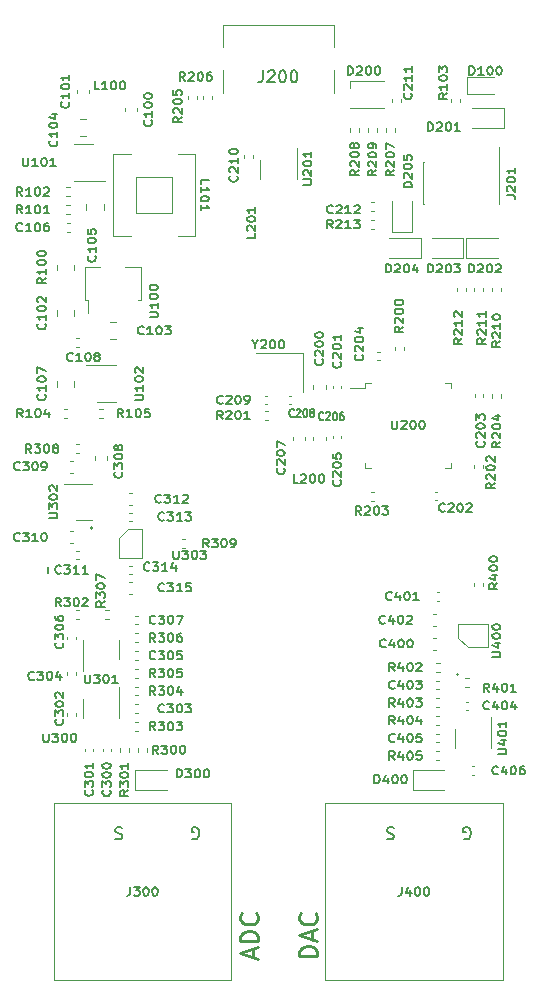
<source format=gbr>
%TF.GenerationSoftware,KiCad,Pcbnew,7.0.10*%
%TF.CreationDate,2024-01-21T20:38:52+01:00*%
%TF.ProjectId,Nemesis-MixSigPCB,4e656d65-7369-4732-9d4d-697853696750,1*%
%TF.SameCoordinates,Original*%
%TF.FileFunction,Legend,Top*%
%TF.FilePolarity,Positive*%
%FSLAX46Y46*%
G04 Gerber Fmt 4.6, Leading zero omitted, Abs format (unit mm)*
G04 Created by KiCad (PCBNEW 7.0.10) date 2024-01-21 20:38:52*
%MOMM*%
%LPD*%
G01*
G04 APERTURE LIST*
%ADD10C,0.150000*%
%ADD11C,0.250000*%
%ADD12C,0.120000*%
G04 APERTURE END LIST*
D10*
X128000000Y-95000000D02*
X128000000Y-94500000D01*
D11*
X150803428Y-127478384D02*
X149303428Y-127478384D01*
X149303428Y-127478384D02*
X149303428Y-127121241D01*
X149303428Y-127121241D02*
X149374857Y-126906955D01*
X149374857Y-126906955D02*
X149517714Y-126764098D01*
X149517714Y-126764098D02*
X149660571Y-126692669D01*
X149660571Y-126692669D02*
X149946285Y-126621241D01*
X149946285Y-126621241D02*
X150160571Y-126621241D01*
X150160571Y-126621241D02*
X150446285Y-126692669D01*
X150446285Y-126692669D02*
X150589142Y-126764098D01*
X150589142Y-126764098D02*
X150732000Y-126906955D01*
X150732000Y-126906955D02*
X150803428Y-127121241D01*
X150803428Y-127121241D02*
X150803428Y-127478384D01*
X150374857Y-126049812D02*
X150374857Y-125335527D01*
X150803428Y-126192669D02*
X149303428Y-125692669D01*
X149303428Y-125692669D02*
X150803428Y-125192669D01*
X150660571Y-123835527D02*
X150732000Y-123906955D01*
X150732000Y-123906955D02*
X150803428Y-124121241D01*
X150803428Y-124121241D02*
X150803428Y-124264098D01*
X150803428Y-124264098D02*
X150732000Y-124478384D01*
X150732000Y-124478384D02*
X150589142Y-124621241D01*
X150589142Y-124621241D02*
X150446285Y-124692670D01*
X150446285Y-124692670D02*
X150160571Y-124764098D01*
X150160571Y-124764098D02*
X149946285Y-124764098D01*
X149946285Y-124764098D02*
X149660571Y-124692670D01*
X149660571Y-124692670D02*
X149517714Y-124621241D01*
X149517714Y-124621241D02*
X149374857Y-124478384D01*
X149374857Y-124478384D02*
X149303428Y-124264098D01*
X149303428Y-124264098D02*
X149303428Y-124121241D01*
X149303428Y-124121241D02*
X149374857Y-123906955D01*
X149374857Y-123906955D02*
X149446285Y-123835527D01*
X145374857Y-127549812D02*
X145374857Y-126835527D01*
X145803428Y-127692669D02*
X144303428Y-127192669D01*
X144303428Y-127192669D02*
X145803428Y-126692669D01*
X145803428Y-126192670D02*
X144303428Y-126192670D01*
X144303428Y-126192670D02*
X144303428Y-125835527D01*
X144303428Y-125835527D02*
X144374857Y-125621241D01*
X144374857Y-125621241D02*
X144517714Y-125478384D01*
X144517714Y-125478384D02*
X144660571Y-125406955D01*
X144660571Y-125406955D02*
X144946285Y-125335527D01*
X144946285Y-125335527D02*
X145160571Y-125335527D01*
X145160571Y-125335527D02*
X145446285Y-125406955D01*
X145446285Y-125406955D02*
X145589142Y-125478384D01*
X145589142Y-125478384D02*
X145732000Y-125621241D01*
X145732000Y-125621241D02*
X145803428Y-125835527D01*
X145803428Y-125835527D02*
X145803428Y-126192670D01*
X145660571Y-123835527D02*
X145732000Y-123906955D01*
X145732000Y-123906955D02*
X145803428Y-124121241D01*
X145803428Y-124121241D02*
X145803428Y-124264098D01*
X145803428Y-124264098D02*
X145732000Y-124478384D01*
X145732000Y-124478384D02*
X145589142Y-124621241D01*
X145589142Y-124621241D02*
X145446285Y-124692670D01*
X145446285Y-124692670D02*
X145160571Y-124764098D01*
X145160571Y-124764098D02*
X144946285Y-124764098D01*
X144946285Y-124764098D02*
X144660571Y-124692670D01*
X144660571Y-124692670D02*
X144517714Y-124621241D01*
X144517714Y-124621241D02*
X144374857Y-124478384D01*
X144374857Y-124478384D02*
X144303428Y-124264098D01*
X144303428Y-124264098D02*
X144303428Y-124121241D01*
X144303428Y-124121241D02*
X144374857Y-123906955D01*
X144374857Y-123906955D02*
X144446285Y-123835527D01*
D10*
X156554762Y-99249366D02*
X156516666Y-99282700D01*
X156516666Y-99282700D02*
X156402381Y-99316033D01*
X156402381Y-99316033D02*
X156326190Y-99316033D01*
X156326190Y-99316033D02*
X156211904Y-99282700D01*
X156211904Y-99282700D02*
X156135714Y-99216033D01*
X156135714Y-99216033D02*
X156097619Y-99149366D01*
X156097619Y-99149366D02*
X156059523Y-99016033D01*
X156059523Y-99016033D02*
X156059523Y-98916033D01*
X156059523Y-98916033D02*
X156097619Y-98782700D01*
X156097619Y-98782700D02*
X156135714Y-98716033D01*
X156135714Y-98716033D02*
X156211904Y-98649366D01*
X156211904Y-98649366D02*
X156326190Y-98616033D01*
X156326190Y-98616033D02*
X156402381Y-98616033D01*
X156402381Y-98616033D02*
X156516666Y-98649366D01*
X156516666Y-98649366D02*
X156554762Y-98682700D01*
X157240476Y-98849366D02*
X157240476Y-99316033D01*
X157050000Y-98582700D02*
X156859523Y-99082700D01*
X156859523Y-99082700D02*
X157354762Y-99082700D01*
X157811905Y-98616033D02*
X157888095Y-98616033D01*
X157888095Y-98616033D02*
X157964286Y-98649366D01*
X157964286Y-98649366D02*
X158002381Y-98682700D01*
X158002381Y-98682700D02*
X158040476Y-98749366D01*
X158040476Y-98749366D02*
X158078571Y-98882700D01*
X158078571Y-98882700D02*
X158078571Y-99049366D01*
X158078571Y-99049366D02*
X158040476Y-99182700D01*
X158040476Y-99182700D02*
X158002381Y-99249366D01*
X158002381Y-99249366D02*
X157964286Y-99282700D01*
X157964286Y-99282700D02*
X157888095Y-99316033D01*
X157888095Y-99316033D02*
X157811905Y-99316033D01*
X157811905Y-99316033D02*
X157735714Y-99282700D01*
X157735714Y-99282700D02*
X157697619Y-99249366D01*
X157697619Y-99249366D02*
X157659524Y-99182700D01*
X157659524Y-99182700D02*
X157621428Y-99049366D01*
X157621428Y-99049366D02*
X157621428Y-98882700D01*
X157621428Y-98882700D02*
X157659524Y-98749366D01*
X157659524Y-98749366D02*
X157697619Y-98682700D01*
X157697619Y-98682700D02*
X157735714Y-98649366D01*
X157735714Y-98649366D02*
X157811905Y-98616033D01*
X158383333Y-98682700D02*
X158421429Y-98649366D01*
X158421429Y-98649366D02*
X158497619Y-98616033D01*
X158497619Y-98616033D02*
X158688095Y-98616033D01*
X158688095Y-98616033D02*
X158764286Y-98649366D01*
X158764286Y-98649366D02*
X158802381Y-98682700D01*
X158802381Y-98682700D02*
X158840476Y-98749366D01*
X158840476Y-98749366D02*
X158840476Y-98816033D01*
X158840476Y-98816033D02*
X158802381Y-98916033D01*
X158802381Y-98916033D02*
X158345238Y-99316033D01*
X158345238Y-99316033D02*
X158840476Y-99316033D01*
X166866033Y-63028571D02*
X167366033Y-63028571D01*
X167366033Y-63028571D02*
X167466033Y-63066666D01*
X167466033Y-63066666D02*
X167532700Y-63142857D01*
X167532700Y-63142857D02*
X167566033Y-63257142D01*
X167566033Y-63257142D02*
X167566033Y-63333333D01*
X166932700Y-62685714D02*
X166899366Y-62647618D01*
X166899366Y-62647618D02*
X166866033Y-62571428D01*
X166866033Y-62571428D02*
X166866033Y-62380952D01*
X166866033Y-62380952D02*
X166899366Y-62304761D01*
X166899366Y-62304761D02*
X166932700Y-62266666D01*
X166932700Y-62266666D02*
X166999366Y-62228571D01*
X166999366Y-62228571D02*
X167066033Y-62228571D01*
X167066033Y-62228571D02*
X167166033Y-62266666D01*
X167166033Y-62266666D02*
X167566033Y-62723809D01*
X167566033Y-62723809D02*
X167566033Y-62228571D01*
X166866033Y-61733332D02*
X166866033Y-61657142D01*
X166866033Y-61657142D02*
X166899366Y-61580951D01*
X166899366Y-61580951D02*
X166932700Y-61542856D01*
X166932700Y-61542856D02*
X166999366Y-61504761D01*
X166999366Y-61504761D02*
X167132700Y-61466666D01*
X167132700Y-61466666D02*
X167299366Y-61466666D01*
X167299366Y-61466666D02*
X167432700Y-61504761D01*
X167432700Y-61504761D02*
X167499366Y-61542856D01*
X167499366Y-61542856D02*
X167532700Y-61580951D01*
X167532700Y-61580951D02*
X167566033Y-61657142D01*
X167566033Y-61657142D02*
X167566033Y-61733332D01*
X167566033Y-61733332D02*
X167532700Y-61809523D01*
X167532700Y-61809523D02*
X167499366Y-61847618D01*
X167499366Y-61847618D02*
X167432700Y-61885713D01*
X167432700Y-61885713D02*
X167299366Y-61923809D01*
X167299366Y-61923809D02*
X167132700Y-61923809D01*
X167132700Y-61923809D02*
X166999366Y-61885713D01*
X166999366Y-61885713D02*
X166932700Y-61847618D01*
X166932700Y-61847618D02*
X166899366Y-61809523D01*
X166899366Y-61809523D02*
X166866033Y-61733332D01*
X167566033Y-60704761D02*
X167566033Y-61161904D01*
X167566033Y-60933332D02*
X166866033Y-60933332D01*
X166866033Y-60933332D02*
X166966033Y-61009523D01*
X166966033Y-61009523D02*
X167032700Y-61085713D01*
X167032700Y-61085713D02*
X167066033Y-61161904D01*
X163685119Y-52816033D02*
X163685119Y-52116033D01*
X163685119Y-52116033D02*
X163875595Y-52116033D01*
X163875595Y-52116033D02*
X163989881Y-52149366D01*
X163989881Y-52149366D02*
X164066071Y-52216033D01*
X164066071Y-52216033D02*
X164104166Y-52282700D01*
X164104166Y-52282700D02*
X164142262Y-52416033D01*
X164142262Y-52416033D02*
X164142262Y-52516033D01*
X164142262Y-52516033D02*
X164104166Y-52649366D01*
X164104166Y-52649366D02*
X164066071Y-52716033D01*
X164066071Y-52716033D02*
X163989881Y-52782700D01*
X163989881Y-52782700D02*
X163875595Y-52816033D01*
X163875595Y-52816033D02*
X163685119Y-52816033D01*
X164904166Y-52816033D02*
X164447023Y-52816033D01*
X164675595Y-52816033D02*
X164675595Y-52116033D01*
X164675595Y-52116033D02*
X164599404Y-52216033D01*
X164599404Y-52216033D02*
X164523214Y-52282700D01*
X164523214Y-52282700D02*
X164447023Y-52316033D01*
X165399405Y-52116033D02*
X165475595Y-52116033D01*
X165475595Y-52116033D02*
X165551786Y-52149366D01*
X165551786Y-52149366D02*
X165589881Y-52182700D01*
X165589881Y-52182700D02*
X165627976Y-52249366D01*
X165627976Y-52249366D02*
X165666071Y-52382700D01*
X165666071Y-52382700D02*
X165666071Y-52549366D01*
X165666071Y-52549366D02*
X165627976Y-52682700D01*
X165627976Y-52682700D02*
X165589881Y-52749366D01*
X165589881Y-52749366D02*
X165551786Y-52782700D01*
X165551786Y-52782700D02*
X165475595Y-52816033D01*
X165475595Y-52816033D02*
X165399405Y-52816033D01*
X165399405Y-52816033D02*
X165323214Y-52782700D01*
X165323214Y-52782700D02*
X165285119Y-52749366D01*
X165285119Y-52749366D02*
X165247024Y-52682700D01*
X165247024Y-52682700D02*
X165208928Y-52549366D01*
X165208928Y-52549366D02*
X165208928Y-52382700D01*
X165208928Y-52382700D02*
X165247024Y-52249366D01*
X165247024Y-52249366D02*
X165285119Y-52182700D01*
X165285119Y-52182700D02*
X165323214Y-52149366D01*
X165323214Y-52149366D02*
X165399405Y-52116033D01*
X166161310Y-52116033D02*
X166237500Y-52116033D01*
X166237500Y-52116033D02*
X166313691Y-52149366D01*
X166313691Y-52149366D02*
X166351786Y-52182700D01*
X166351786Y-52182700D02*
X166389881Y-52249366D01*
X166389881Y-52249366D02*
X166427976Y-52382700D01*
X166427976Y-52382700D02*
X166427976Y-52549366D01*
X166427976Y-52549366D02*
X166389881Y-52682700D01*
X166389881Y-52682700D02*
X166351786Y-52749366D01*
X166351786Y-52749366D02*
X166313691Y-52782700D01*
X166313691Y-52782700D02*
X166237500Y-52816033D01*
X166237500Y-52816033D02*
X166161310Y-52816033D01*
X166161310Y-52816033D02*
X166085119Y-52782700D01*
X166085119Y-52782700D02*
X166047024Y-52749366D01*
X166047024Y-52749366D02*
X166008929Y-52682700D01*
X166008929Y-52682700D02*
X165970833Y-52549366D01*
X165970833Y-52549366D02*
X165970833Y-52382700D01*
X165970833Y-52382700D02*
X166008929Y-52249366D01*
X166008929Y-52249366D02*
X166047024Y-52182700D01*
X166047024Y-52182700D02*
X166085119Y-52149366D01*
X166085119Y-52149366D02*
X166161310Y-52116033D01*
X155647619Y-112816033D02*
X155647619Y-112116033D01*
X155647619Y-112116033D02*
X155838095Y-112116033D01*
X155838095Y-112116033D02*
X155952381Y-112149366D01*
X155952381Y-112149366D02*
X156028571Y-112216033D01*
X156028571Y-112216033D02*
X156066666Y-112282700D01*
X156066666Y-112282700D02*
X156104762Y-112416033D01*
X156104762Y-112416033D02*
X156104762Y-112516033D01*
X156104762Y-112516033D02*
X156066666Y-112649366D01*
X156066666Y-112649366D02*
X156028571Y-112716033D01*
X156028571Y-112716033D02*
X155952381Y-112782700D01*
X155952381Y-112782700D02*
X155838095Y-112816033D01*
X155838095Y-112816033D02*
X155647619Y-112816033D01*
X156790476Y-112349366D02*
X156790476Y-112816033D01*
X156600000Y-112082700D02*
X156409523Y-112582700D01*
X156409523Y-112582700D02*
X156904762Y-112582700D01*
X157361905Y-112116033D02*
X157438095Y-112116033D01*
X157438095Y-112116033D02*
X157514286Y-112149366D01*
X157514286Y-112149366D02*
X157552381Y-112182700D01*
X157552381Y-112182700D02*
X157590476Y-112249366D01*
X157590476Y-112249366D02*
X157628571Y-112382700D01*
X157628571Y-112382700D02*
X157628571Y-112549366D01*
X157628571Y-112549366D02*
X157590476Y-112682700D01*
X157590476Y-112682700D02*
X157552381Y-112749366D01*
X157552381Y-112749366D02*
X157514286Y-112782700D01*
X157514286Y-112782700D02*
X157438095Y-112816033D01*
X157438095Y-112816033D02*
X157361905Y-112816033D01*
X157361905Y-112816033D02*
X157285714Y-112782700D01*
X157285714Y-112782700D02*
X157247619Y-112749366D01*
X157247619Y-112749366D02*
X157209524Y-112682700D01*
X157209524Y-112682700D02*
X157171428Y-112549366D01*
X157171428Y-112549366D02*
X157171428Y-112382700D01*
X157171428Y-112382700D02*
X157209524Y-112249366D01*
X157209524Y-112249366D02*
X157247619Y-112182700D01*
X157247619Y-112182700D02*
X157285714Y-112149366D01*
X157285714Y-112149366D02*
X157361905Y-112116033D01*
X158123810Y-112116033D02*
X158200000Y-112116033D01*
X158200000Y-112116033D02*
X158276191Y-112149366D01*
X158276191Y-112149366D02*
X158314286Y-112182700D01*
X158314286Y-112182700D02*
X158352381Y-112249366D01*
X158352381Y-112249366D02*
X158390476Y-112382700D01*
X158390476Y-112382700D02*
X158390476Y-112549366D01*
X158390476Y-112549366D02*
X158352381Y-112682700D01*
X158352381Y-112682700D02*
X158314286Y-112749366D01*
X158314286Y-112749366D02*
X158276191Y-112782700D01*
X158276191Y-112782700D02*
X158200000Y-112816033D01*
X158200000Y-112816033D02*
X158123810Y-112816033D01*
X158123810Y-112816033D02*
X158047619Y-112782700D01*
X158047619Y-112782700D02*
X158009524Y-112749366D01*
X158009524Y-112749366D02*
X157971429Y-112682700D01*
X157971429Y-112682700D02*
X157933333Y-112549366D01*
X157933333Y-112549366D02*
X157933333Y-112382700D01*
X157933333Y-112382700D02*
X157971429Y-112249366D01*
X157971429Y-112249366D02*
X158009524Y-112182700D01*
X158009524Y-112182700D02*
X158047619Y-112149366D01*
X158047619Y-112149366D02*
X158123810Y-112116033D01*
X157354762Y-103316033D02*
X157088095Y-102982700D01*
X156897619Y-103316033D02*
X156897619Y-102616033D01*
X156897619Y-102616033D02*
X157202381Y-102616033D01*
X157202381Y-102616033D02*
X157278571Y-102649366D01*
X157278571Y-102649366D02*
X157316666Y-102682700D01*
X157316666Y-102682700D02*
X157354762Y-102749366D01*
X157354762Y-102749366D02*
X157354762Y-102849366D01*
X157354762Y-102849366D02*
X157316666Y-102916033D01*
X157316666Y-102916033D02*
X157278571Y-102949366D01*
X157278571Y-102949366D02*
X157202381Y-102982700D01*
X157202381Y-102982700D02*
X156897619Y-102982700D01*
X158040476Y-102849366D02*
X158040476Y-103316033D01*
X157850000Y-102582700D02*
X157659523Y-103082700D01*
X157659523Y-103082700D02*
X158154762Y-103082700D01*
X158611905Y-102616033D02*
X158688095Y-102616033D01*
X158688095Y-102616033D02*
X158764286Y-102649366D01*
X158764286Y-102649366D02*
X158802381Y-102682700D01*
X158802381Y-102682700D02*
X158840476Y-102749366D01*
X158840476Y-102749366D02*
X158878571Y-102882700D01*
X158878571Y-102882700D02*
X158878571Y-103049366D01*
X158878571Y-103049366D02*
X158840476Y-103182700D01*
X158840476Y-103182700D02*
X158802381Y-103249366D01*
X158802381Y-103249366D02*
X158764286Y-103282700D01*
X158764286Y-103282700D02*
X158688095Y-103316033D01*
X158688095Y-103316033D02*
X158611905Y-103316033D01*
X158611905Y-103316033D02*
X158535714Y-103282700D01*
X158535714Y-103282700D02*
X158497619Y-103249366D01*
X158497619Y-103249366D02*
X158459524Y-103182700D01*
X158459524Y-103182700D02*
X158421428Y-103049366D01*
X158421428Y-103049366D02*
X158421428Y-102882700D01*
X158421428Y-102882700D02*
X158459524Y-102749366D01*
X158459524Y-102749366D02*
X158497619Y-102682700D01*
X158497619Y-102682700D02*
X158535714Y-102649366D01*
X158535714Y-102649366D02*
X158611905Y-102616033D01*
X159183333Y-102682700D02*
X159221429Y-102649366D01*
X159221429Y-102649366D02*
X159297619Y-102616033D01*
X159297619Y-102616033D02*
X159488095Y-102616033D01*
X159488095Y-102616033D02*
X159564286Y-102649366D01*
X159564286Y-102649366D02*
X159602381Y-102682700D01*
X159602381Y-102682700D02*
X159640476Y-102749366D01*
X159640476Y-102749366D02*
X159640476Y-102816033D01*
X159640476Y-102816033D02*
X159602381Y-102916033D01*
X159602381Y-102916033D02*
X159145238Y-103316033D01*
X159145238Y-103316033D02*
X159640476Y-103316033D01*
X134354762Y-81816033D02*
X134088095Y-81482700D01*
X133897619Y-81816033D02*
X133897619Y-81116033D01*
X133897619Y-81116033D02*
X134202381Y-81116033D01*
X134202381Y-81116033D02*
X134278571Y-81149366D01*
X134278571Y-81149366D02*
X134316666Y-81182700D01*
X134316666Y-81182700D02*
X134354762Y-81249366D01*
X134354762Y-81249366D02*
X134354762Y-81349366D01*
X134354762Y-81349366D02*
X134316666Y-81416033D01*
X134316666Y-81416033D02*
X134278571Y-81449366D01*
X134278571Y-81449366D02*
X134202381Y-81482700D01*
X134202381Y-81482700D02*
X133897619Y-81482700D01*
X135116666Y-81816033D02*
X134659523Y-81816033D01*
X134888095Y-81816033D02*
X134888095Y-81116033D01*
X134888095Y-81116033D02*
X134811904Y-81216033D01*
X134811904Y-81216033D02*
X134735714Y-81282700D01*
X134735714Y-81282700D02*
X134659523Y-81316033D01*
X135611905Y-81116033D02*
X135688095Y-81116033D01*
X135688095Y-81116033D02*
X135764286Y-81149366D01*
X135764286Y-81149366D02*
X135802381Y-81182700D01*
X135802381Y-81182700D02*
X135840476Y-81249366D01*
X135840476Y-81249366D02*
X135878571Y-81382700D01*
X135878571Y-81382700D02*
X135878571Y-81549366D01*
X135878571Y-81549366D02*
X135840476Y-81682700D01*
X135840476Y-81682700D02*
X135802381Y-81749366D01*
X135802381Y-81749366D02*
X135764286Y-81782700D01*
X135764286Y-81782700D02*
X135688095Y-81816033D01*
X135688095Y-81816033D02*
X135611905Y-81816033D01*
X135611905Y-81816033D02*
X135535714Y-81782700D01*
X135535714Y-81782700D02*
X135497619Y-81749366D01*
X135497619Y-81749366D02*
X135459524Y-81682700D01*
X135459524Y-81682700D02*
X135421428Y-81549366D01*
X135421428Y-81549366D02*
X135421428Y-81382700D01*
X135421428Y-81382700D02*
X135459524Y-81249366D01*
X135459524Y-81249366D02*
X135497619Y-81182700D01*
X135497619Y-81182700D02*
X135535714Y-81149366D01*
X135535714Y-81149366D02*
X135611905Y-81116033D01*
X136602381Y-81116033D02*
X136221429Y-81116033D01*
X136221429Y-81116033D02*
X136183333Y-81449366D01*
X136183333Y-81449366D02*
X136221429Y-81416033D01*
X136221429Y-81416033D02*
X136297619Y-81382700D01*
X136297619Y-81382700D02*
X136488095Y-81382700D01*
X136488095Y-81382700D02*
X136564286Y-81416033D01*
X136564286Y-81416033D02*
X136602381Y-81449366D01*
X136602381Y-81449366D02*
X136640476Y-81516033D01*
X136640476Y-81516033D02*
X136640476Y-81682700D01*
X136640476Y-81682700D02*
X136602381Y-81749366D01*
X136602381Y-81749366D02*
X136564286Y-81782700D01*
X136564286Y-81782700D02*
X136488095Y-81816033D01*
X136488095Y-81816033D02*
X136297619Y-81816033D01*
X136297619Y-81816033D02*
X136221429Y-81782700D01*
X136221429Y-81782700D02*
X136183333Y-81749366D01*
X125834762Y-63066033D02*
X125568095Y-62732700D01*
X125377619Y-63066033D02*
X125377619Y-62366033D01*
X125377619Y-62366033D02*
X125682381Y-62366033D01*
X125682381Y-62366033D02*
X125758571Y-62399366D01*
X125758571Y-62399366D02*
X125796666Y-62432700D01*
X125796666Y-62432700D02*
X125834762Y-62499366D01*
X125834762Y-62499366D02*
X125834762Y-62599366D01*
X125834762Y-62599366D02*
X125796666Y-62666033D01*
X125796666Y-62666033D02*
X125758571Y-62699366D01*
X125758571Y-62699366D02*
X125682381Y-62732700D01*
X125682381Y-62732700D02*
X125377619Y-62732700D01*
X126596666Y-63066033D02*
X126139523Y-63066033D01*
X126368095Y-63066033D02*
X126368095Y-62366033D01*
X126368095Y-62366033D02*
X126291904Y-62466033D01*
X126291904Y-62466033D02*
X126215714Y-62532700D01*
X126215714Y-62532700D02*
X126139523Y-62566033D01*
X127091905Y-62366033D02*
X127168095Y-62366033D01*
X127168095Y-62366033D02*
X127244286Y-62399366D01*
X127244286Y-62399366D02*
X127282381Y-62432700D01*
X127282381Y-62432700D02*
X127320476Y-62499366D01*
X127320476Y-62499366D02*
X127358571Y-62632700D01*
X127358571Y-62632700D02*
X127358571Y-62799366D01*
X127358571Y-62799366D02*
X127320476Y-62932700D01*
X127320476Y-62932700D02*
X127282381Y-62999366D01*
X127282381Y-62999366D02*
X127244286Y-63032700D01*
X127244286Y-63032700D02*
X127168095Y-63066033D01*
X127168095Y-63066033D02*
X127091905Y-63066033D01*
X127091905Y-63066033D02*
X127015714Y-63032700D01*
X127015714Y-63032700D02*
X126977619Y-62999366D01*
X126977619Y-62999366D02*
X126939524Y-62932700D01*
X126939524Y-62932700D02*
X126901428Y-62799366D01*
X126901428Y-62799366D02*
X126901428Y-62632700D01*
X126901428Y-62632700D02*
X126939524Y-62499366D01*
X126939524Y-62499366D02*
X126977619Y-62432700D01*
X126977619Y-62432700D02*
X127015714Y-62399366D01*
X127015714Y-62399366D02*
X127091905Y-62366033D01*
X127663333Y-62432700D02*
X127701429Y-62399366D01*
X127701429Y-62399366D02*
X127777619Y-62366033D01*
X127777619Y-62366033D02*
X127968095Y-62366033D01*
X127968095Y-62366033D02*
X128044286Y-62399366D01*
X128044286Y-62399366D02*
X128082381Y-62432700D01*
X128082381Y-62432700D02*
X128120476Y-62499366D01*
X128120476Y-62499366D02*
X128120476Y-62566033D01*
X128120476Y-62566033D02*
X128082381Y-62666033D01*
X128082381Y-62666033D02*
X127625238Y-63066033D01*
X127625238Y-63066033D02*
X128120476Y-63066033D01*
X134971428Y-121616033D02*
X134971428Y-122116033D01*
X134971428Y-122116033D02*
X134933333Y-122216033D01*
X134933333Y-122216033D02*
X134857142Y-122282700D01*
X134857142Y-122282700D02*
X134742857Y-122316033D01*
X134742857Y-122316033D02*
X134666666Y-122316033D01*
X135276190Y-121616033D02*
X135771428Y-121616033D01*
X135771428Y-121616033D02*
X135504762Y-121882700D01*
X135504762Y-121882700D02*
X135619047Y-121882700D01*
X135619047Y-121882700D02*
X135695238Y-121916033D01*
X135695238Y-121916033D02*
X135733333Y-121949366D01*
X135733333Y-121949366D02*
X135771428Y-122016033D01*
X135771428Y-122016033D02*
X135771428Y-122182700D01*
X135771428Y-122182700D02*
X135733333Y-122249366D01*
X135733333Y-122249366D02*
X135695238Y-122282700D01*
X135695238Y-122282700D02*
X135619047Y-122316033D01*
X135619047Y-122316033D02*
X135390476Y-122316033D01*
X135390476Y-122316033D02*
X135314285Y-122282700D01*
X135314285Y-122282700D02*
X135276190Y-122249366D01*
X136266667Y-121616033D02*
X136342857Y-121616033D01*
X136342857Y-121616033D02*
X136419048Y-121649366D01*
X136419048Y-121649366D02*
X136457143Y-121682700D01*
X136457143Y-121682700D02*
X136495238Y-121749366D01*
X136495238Y-121749366D02*
X136533333Y-121882700D01*
X136533333Y-121882700D02*
X136533333Y-122049366D01*
X136533333Y-122049366D02*
X136495238Y-122182700D01*
X136495238Y-122182700D02*
X136457143Y-122249366D01*
X136457143Y-122249366D02*
X136419048Y-122282700D01*
X136419048Y-122282700D02*
X136342857Y-122316033D01*
X136342857Y-122316033D02*
X136266667Y-122316033D01*
X136266667Y-122316033D02*
X136190476Y-122282700D01*
X136190476Y-122282700D02*
X136152381Y-122249366D01*
X136152381Y-122249366D02*
X136114286Y-122182700D01*
X136114286Y-122182700D02*
X136076190Y-122049366D01*
X136076190Y-122049366D02*
X136076190Y-121882700D01*
X136076190Y-121882700D02*
X136114286Y-121749366D01*
X136114286Y-121749366D02*
X136152381Y-121682700D01*
X136152381Y-121682700D02*
X136190476Y-121649366D01*
X136190476Y-121649366D02*
X136266667Y-121616033D01*
X137028572Y-121616033D02*
X137104762Y-121616033D01*
X137104762Y-121616033D02*
X137180953Y-121649366D01*
X137180953Y-121649366D02*
X137219048Y-121682700D01*
X137219048Y-121682700D02*
X137257143Y-121749366D01*
X137257143Y-121749366D02*
X137295238Y-121882700D01*
X137295238Y-121882700D02*
X137295238Y-122049366D01*
X137295238Y-122049366D02*
X137257143Y-122182700D01*
X137257143Y-122182700D02*
X137219048Y-122249366D01*
X137219048Y-122249366D02*
X137180953Y-122282700D01*
X137180953Y-122282700D02*
X137104762Y-122316033D01*
X137104762Y-122316033D02*
X137028572Y-122316033D01*
X137028572Y-122316033D02*
X136952381Y-122282700D01*
X136952381Y-122282700D02*
X136914286Y-122249366D01*
X136914286Y-122249366D02*
X136876191Y-122182700D01*
X136876191Y-122182700D02*
X136838095Y-122049366D01*
X136838095Y-122049366D02*
X136838095Y-121882700D01*
X136838095Y-121882700D02*
X136876191Y-121749366D01*
X136876191Y-121749366D02*
X136914286Y-121682700D01*
X136914286Y-121682700D02*
X136952381Y-121649366D01*
X136952381Y-121649366D02*
X137028572Y-121616033D01*
X140238095Y-117497561D02*
X140333333Y-117545180D01*
X140333333Y-117545180D02*
X140476190Y-117545180D01*
X140476190Y-117545180D02*
X140619047Y-117497561D01*
X140619047Y-117497561D02*
X140714285Y-117402323D01*
X140714285Y-117402323D02*
X140761904Y-117307085D01*
X140761904Y-117307085D02*
X140809523Y-117116609D01*
X140809523Y-117116609D02*
X140809523Y-116973752D01*
X140809523Y-116973752D02*
X140761904Y-116783276D01*
X140761904Y-116783276D02*
X140714285Y-116688038D01*
X140714285Y-116688038D02*
X140619047Y-116592800D01*
X140619047Y-116592800D02*
X140476190Y-116545180D01*
X140476190Y-116545180D02*
X140380952Y-116545180D01*
X140380952Y-116545180D02*
X140238095Y-116592800D01*
X140238095Y-116592800D02*
X140190476Y-116640419D01*
X140190476Y-116640419D02*
X140190476Y-116973752D01*
X140190476Y-116973752D02*
X140380952Y-116973752D01*
X134285713Y-116592800D02*
X134142856Y-116545180D01*
X134142856Y-116545180D02*
X133904761Y-116545180D01*
X133904761Y-116545180D02*
X133809523Y-116592800D01*
X133809523Y-116592800D02*
X133761904Y-116640419D01*
X133761904Y-116640419D02*
X133714285Y-116735657D01*
X133714285Y-116735657D02*
X133714285Y-116830895D01*
X133714285Y-116830895D02*
X133761904Y-116926133D01*
X133761904Y-116926133D02*
X133809523Y-116973752D01*
X133809523Y-116973752D02*
X133904761Y-117021371D01*
X133904761Y-117021371D02*
X134095237Y-117068990D01*
X134095237Y-117068990D02*
X134190475Y-117116609D01*
X134190475Y-117116609D02*
X134238094Y-117164228D01*
X134238094Y-117164228D02*
X134285713Y-117259466D01*
X134285713Y-117259466D02*
X134285713Y-117354704D01*
X134285713Y-117354704D02*
X134238094Y-117449942D01*
X134238094Y-117449942D02*
X134190475Y-117497561D01*
X134190475Y-117497561D02*
X134095237Y-117545180D01*
X134095237Y-117545180D02*
X133857142Y-117545180D01*
X133857142Y-117545180D02*
X133714285Y-117497561D01*
X136604762Y-94749366D02*
X136566666Y-94782700D01*
X136566666Y-94782700D02*
X136452381Y-94816033D01*
X136452381Y-94816033D02*
X136376190Y-94816033D01*
X136376190Y-94816033D02*
X136261904Y-94782700D01*
X136261904Y-94782700D02*
X136185714Y-94716033D01*
X136185714Y-94716033D02*
X136147619Y-94649366D01*
X136147619Y-94649366D02*
X136109523Y-94516033D01*
X136109523Y-94516033D02*
X136109523Y-94416033D01*
X136109523Y-94416033D02*
X136147619Y-94282700D01*
X136147619Y-94282700D02*
X136185714Y-94216033D01*
X136185714Y-94216033D02*
X136261904Y-94149366D01*
X136261904Y-94149366D02*
X136376190Y-94116033D01*
X136376190Y-94116033D02*
X136452381Y-94116033D01*
X136452381Y-94116033D02*
X136566666Y-94149366D01*
X136566666Y-94149366D02*
X136604762Y-94182700D01*
X136871428Y-94116033D02*
X137366666Y-94116033D01*
X137366666Y-94116033D02*
X137100000Y-94382700D01*
X137100000Y-94382700D02*
X137214285Y-94382700D01*
X137214285Y-94382700D02*
X137290476Y-94416033D01*
X137290476Y-94416033D02*
X137328571Y-94449366D01*
X137328571Y-94449366D02*
X137366666Y-94516033D01*
X137366666Y-94516033D02*
X137366666Y-94682700D01*
X137366666Y-94682700D02*
X137328571Y-94749366D01*
X137328571Y-94749366D02*
X137290476Y-94782700D01*
X137290476Y-94782700D02*
X137214285Y-94816033D01*
X137214285Y-94816033D02*
X136985714Y-94816033D01*
X136985714Y-94816033D02*
X136909523Y-94782700D01*
X136909523Y-94782700D02*
X136871428Y-94749366D01*
X138128571Y-94816033D02*
X137671428Y-94816033D01*
X137900000Y-94816033D02*
X137900000Y-94116033D01*
X137900000Y-94116033D02*
X137823809Y-94216033D01*
X137823809Y-94216033D02*
X137747619Y-94282700D01*
X137747619Y-94282700D02*
X137671428Y-94316033D01*
X138814286Y-94349366D02*
X138814286Y-94816033D01*
X138623810Y-94082700D02*
X138433333Y-94582700D01*
X138433333Y-94582700D02*
X138928572Y-94582700D01*
X149616033Y-62121428D02*
X150182700Y-62121428D01*
X150182700Y-62121428D02*
X150249366Y-62083333D01*
X150249366Y-62083333D02*
X150282700Y-62045238D01*
X150282700Y-62045238D02*
X150316033Y-61969047D01*
X150316033Y-61969047D02*
X150316033Y-61816666D01*
X150316033Y-61816666D02*
X150282700Y-61740476D01*
X150282700Y-61740476D02*
X150249366Y-61702381D01*
X150249366Y-61702381D02*
X150182700Y-61664285D01*
X150182700Y-61664285D02*
X149616033Y-61664285D01*
X149682700Y-61321429D02*
X149649366Y-61283333D01*
X149649366Y-61283333D02*
X149616033Y-61207143D01*
X149616033Y-61207143D02*
X149616033Y-61016667D01*
X149616033Y-61016667D02*
X149649366Y-60940476D01*
X149649366Y-60940476D02*
X149682700Y-60902381D01*
X149682700Y-60902381D02*
X149749366Y-60864286D01*
X149749366Y-60864286D02*
X149816033Y-60864286D01*
X149816033Y-60864286D02*
X149916033Y-60902381D01*
X149916033Y-60902381D02*
X150316033Y-61359524D01*
X150316033Y-61359524D02*
X150316033Y-60864286D01*
X149616033Y-60369047D02*
X149616033Y-60292857D01*
X149616033Y-60292857D02*
X149649366Y-60216666D01*
X149649366Y-60216666D02*
X149682700Y-60178571D01*
X149682700Y-60178571D02*
X149749366Y-60140476D01*
X149749366Y-60140476D02*
X149882700Y-60102381D01*
X149882700Y-60102381D02*
X150049366Y-60102381D01*
X150049366Y-60102381D02*
X150182700Y-60140476D01*
X150182700Y-60140476D02*
X150249366Y-60178571D01*
X150249366Y-60178571D02*
X150282700Y-60216666D01*
X150282700Y-60216666D02*
X150316033Y-60292857D01*
X150316033Y-60292857D02*
X150316033Y-60369047D01*
X150316033Y-60369047D02*
X150282700Y-60445238D01*
X150282700Y-60445238D02*
X150249366Y-60483333D01*
X150249366Y-60483333D02*
X150182700Y-60521428D01*
X150182700Y-60521428D02*
X150049366Y-60559524D01*
X150049366Y-60559524D02*
X149882700Y-60559524D01*
X149882700Y-60559524D02*
X149749366Y-60521428D01*
X149749366Y-60521428D02*
X149682700Y-60483333D01*
X149682700Y-60483333D02*
X149649366Y-60445238D01*
X149649366Y-60445238D02*
X149616033Y-60369047D01*
X150316033Y-59340476D02*
X150316033Y-59797619D01*
X150316033Y-59569047D02*
X149616033Y-59569047D01*
X149616033Y-59569047D02*
X149716033Y-59645238D01*
X149716033Y-59645238D02*
X149782700Y-59721428D01*
X149782700Y-59721428D02*
X149816033Y-59797619D01*
X140933966Y-62104761D02*
X140933966Y-61723809D01*
X140933966Y-61723809D02*
X141633966Y-61723809D01*
X140933966Y-62790475D02*
X140933966Y-62333332D01*
X140933966Y-62561904D02*
X141633966Y-62561904D01*
X141633966Y-62561904D02*
X141533966Y-62485713D01*
X141533966Y-62485713D02*
X141467300Y-62409523D01*
X141467300Y-62409523D02*
X141433966Y-62333332D01*
X141633966Y-63285714D02*
X141633966Y-63361904D01*
X141633966Y-63361904D02*
X141600633Y-63438095D01*
X141600633Y-63438095D02*
X141567300Y-63476190D01*
X141567300Y-63476190D02*
X141500633Y-63514285D01*
X141500633Y-63514285D02*
X141367300Y-63552380D01*
X141367300Y-63552380D02*
X141200633Y-63552380D01*
X141200633Y-63552380D02*
X141067300Y-63514285D01*
X141067300Y-63514285D02*
X141000633Y-63476190D01*
X141000633Y-63476190D02*
X140967300Y-63438095D01*
X140967300Y-63438095D02*
X140933966Y-63361904D01*
X140933966Y-63361904D02*
X140933966Y-63285714D01*
X140933966Y-63285714D02*
X140967300Y-63209523D01*
X140967300Y-63209523D02*
X141000633Y-63171428D01*
X141000633Y-63171428D02*
X141067300Y-63133333D01*
X141067300Y-63133333D02*
X141200633Y-63095237D01*
X141200633Y-63095237D02*
X141367300Y-63095237D01*
X141367300Y-63095237D02*
X141500633Y-63133333D01*
X141500633Y-63133333D02*
X141567300Y-63171428D01*
X141567300Y-63171428D02*
X141600633Y-63209523D01*
X141600633Y-63209523D02*
X141633966Y-63285714D01*
X140933966Y-64314285D02*
X140933966Y-63857142D01*
X140933966Y-64085714D02*
X141633966Y-64085714D01*
X141633966Y-64085714D02*
X141533966Y-64009523D01*
X141533966Y-64009523D02*
X141467300Y-63933333D01*
X141467300Y-63933333D02*
X141433966Y-63857142D01*
X139604762Y-53316033D02*
X139338095Y-52982700D01*
X139147619Y-53316033D02*
X139147619Y-52616033D01*
X139147619Y-52616033D02*
X139452381Y-52616033D01*
X139452381Y-52616033D02*
X139528571Y-52649366D01*
X139528571Y-52649366D02*
X139566666Y-52682700D01*
X139566666Y-52682700D02*
X139604762Y-52749366D01*
X139604762Y-52749366D02*
X139604762Y-52849366D01*
X139604762Y-52849366D02*
X139566666Y-52916033D01*
X139566666Y-52916033D02*
X139528571Y-52949366D01*
X139528571Y-52949366D02*
X139452381Y-52982700D01*
X139452381Y-52982700D02*
X139147619Y-52982700D01*
X139909523Y-52682700D02*
X139947619Y-52649366D01*
X139947619Y-52649366D02*
X140023809Y-52616033D01*
X140023809Y-52616033D02*
X140214285Y-52616033D01*
X140214285Y-52616033D02*
X140290476Y-52649366D01*
X140290476Y-52649366D02*
X140328571Y-52682700D01*
X140328571Y-52682700D02*
X140366666Y-52749366D01*
X140366666Y-52749366D02*
X140366666Y-52816033D01*
X140366666Y-52816033D02*
X140328571Y-52916033D01*
X140328571Y-52916033D02*
X139871428Y-53316033D01*
X139871428Y-53316033D02*
X140366666Y-53316033D01*
X140861905Y-52616033D02*
X140938095Y-52616033D01*
X140938095Y-52616033D02*
X141014286Y-52649366D01*
X141014286Y-52649366D02*
X141052381Y-52682700D01*
X141052381Y-52682700D02*
X141090476Y-52749366D01*
X141090476Y-52749366D02*
X141128571Y-52882700D01*
X141128571Y-52882700D02*
X141128571Y-53049366D01*
X141128571Y-53049366D02*
X141090476Y-53182700D01*
X141090476Y-53182700D02*
X141052381Y-53249366D01*
X141052381Y-53249366D02*
X141014286Y-53282700D01*
X141014286Y-53282700D02*
X140938095Y-53316033D01*
X140938095Y-53316033D02*
X140861905Y-53316033D01*
X140861905Y-53316033D02*
X140785714Y-53282700D01*
X140785714Y-53282700D02*
X140747619Y-53249366D01*
X140747619Y-53249366D02*
X140709524Y-53182700D01*
X140709524Y-53182700D02*
X140671428Y-53049366D01*
X140671428Y-53049366D02*
X140671428Y-52882700D01*
X140671428Y-52882700D02*
X140709524Y-52749366D01*
X140709524Y-52749366D02*
X140747619Y-52682700D01*
X140747619Y-52682700D02*
X140785714Y-52649366D01*
X140785714Y-52649366D02*
X140861905Y-52616033D01*
X141814286Y-52616033D02*
X141661905Y-52616033D01*
X141661905Y-52616033D02*
X141585714Y-52649366D01*
X141585714Y-52649366D02*
X141547619Y-52682700D01*
X141547619Y-52682700D02*
X141471429Y-52782700D01*
X141471429Y-52782700D02*
X141433333Y-52916033D01*
X141433333Y-52916033D02*
X141433333Y-53182700D01*
X141433333Y-53182700D02*
X141471429Y-53249366D01*
X141471429Y-53249366D02*
X141509524Y-53282700D01*
X141509524Y-53282700D02*
X141585714Y-53316033D01*
X141585714Y-53316033D02*
X141738095Y-53316033D01*
X141738095Y-53316033D02*
X141814286Y-53282700D01*
X141814286Y-53282700D02*
X141852381Y-53249366D01*
X141852381Y-53249366D02*
X141890476Y-53182700D01*
X141890476Y-53182700D02*
X141890476Y-53016033D01*
X141890476Y-53016033D02*
X141852381Y-52949366D01*
X141852381Y-52949366D02*
X141814286Y-52916033D01*
X141814286Y-52916033D02*
X141738095Y-52882700D01*
X141738095Y-52882700D02*
X141585714Y-52882700D01*
X141585714Y-52882700D02*
X141509524Y-52916033D01*
X141509524Y-52916033D02*
X141471429Y-52949366D01*
X141471429Y-52949366D02*
X141433333Y-53016033D01*
X137604762Y-88999366D02*
X137566666Y-89032700D01*
X137566666Y-89032700D02*
X137452381Y-89066033D01*
X137452381Y-89066033D02*
X137376190Y-89066033D01*
X137376190Y-89066033D02*
X137261904Y-89032700D01*
X137261904Y-89032700D02*
X137185714Y-88966033D01*
X137185714Y-88966033D02*
X137147619Y-88899366D01*
X137147619Y-88899366D02*
X137109523Y-88766033D01*
X137109523Y-88766033D02*
X137109523Y-88666033D01*
X137109523Y-88666033D02*
X137147619Y-88532700D01*
X137147619Y-88532700D02*
X137185714Y-88466033D01*
X137185714Y-88466033D02*
X137261904Y-88399366D01*
X137261904Y-88399366D02*
X137376190Y-88366033D01*
X137376190Y-88366033D02*
X137452381Y-88366033D01*
X137452381Y-88366033D02*
X137566666Y-88399366D01*
X137566666Y-88399366D02*
X137604762Y-88432700D01*
X137871428Y-88366033D02*
X138366666Y-88366033D01*
X138366666Y-88366033D02*
X138100000Y-88632700D01*
X138100000Y-88632700D02*
X138214285Y-88632700D01*
X138214285Y-88632700D02*
X138290476Y-88666033D01*
X138290476Y-88666033D02*
X138328571Y-88699366D01*
X138328571Y-88699366D02*
X138366666Y-88766033D01*
X138366666Y-88766033D02*
X138366666Y-88932700D01*
X138366666Y-88932700D02*
X138328571Y-88999366D01*
X138328571Y-88999366D02*
X138290476Y-89032700D01*
X138290476Y-89032700D02*
X138214285Y-89066033D01*
X138214285Y-89066033D02*
X137985714Y-89066033D01*
X137985714Y-89066033D02*
X137909523Y-89032700D01*
X137909523Y-89032700D02*
X137871428Y-88999366D01*
X139128571Y-89066033D02*
X138671428Y-89066033D01*
X138900000Y-89066033D02*
X138900000Y-88366033D01*
X138900000Y-88366033D02*
X138823809Y-88466033D01*
X138823809Y-88466033D02*
X138747619Y-88532700D01*
X138747619Y-88532700D02*
X138671428Y-88566033D01*
X139433333Y-88432700D02*
X139471429Y-88399366D01*
X139471429Y-88399366D02*
X139547619Y-88366033D01*
X139547619Y-88366033D02*
X139738095Y-88366033D01*
X139738095Y-88366033D02*
X139814286Y-88399366D01*
X139814286Y-88399366D02*
X139852381Y-88432700D01*
X139852381Y-88432700D02*
X139890476Y-88499366D01*
X139890476Y-88499366D02*
X139890476Y-88566033D01*
X139890476Y-88566033D02*
X139852381Y-88666033D01*
X139852381Y-88666033D02*
X139395238Y-89066033D01*
X139395238Y-89066033D02*
X139890476Y-89066033D01*
X137104762Y-99249366D02*
X137066666Y-99282700D01*
X137066666Y-99282700D02*
X136952381Y-99316033D01*
X136952381Y-99316033D02*
X136876190Y-99316033D01*
X136876190Y-99316033D02*
X136761904Y-99282700D01*
X136761904Y-99282700D02*
X136685714Y-99216033D01*
X136685714Y-99216033D02*
X136647619Y-99149366D01*
X136647619Y-99149366D02*
X136609523Y-99016033D01*
X136609523Y-99016033D02*
X136609523Y-98916033D01*
X136609523Y-98916033D02*
X136647619Y-98782700D01*
X136647619Y-98782700D02*
X136685714Y-98716033D01*
X136685714Y-98716033D02*
X136761904Y-98649366D01*
X136761904Y-98649366D02*
X136876190Y-98616033D01*
X136876190Y-98616033D02*
X136952381Y-98616033D01*
X136952381Y-98616033D02*
X137066666Y-98649366D01*
X137066666Y-98649366D02*
X137104762Y-98682700D01*
X137371428Y-98616033D02*
X137866666Y-98616033D01*
X137866666Y-98616033D02*
X137600000Y-98882700D01*
X137600000Y-98882700D02*
X137714285Y-98882700D01*
X137714285Y-98882700D02*
X137790476Y-98916033D01*
X137790476Y-98916033D02*
X137828571Y-98949366D01*
X137828571Y-98949366D02*
X137866666Y-99016033D01*
X137866666Y-99016033D02*
X137866666Y-99182700D01*
X137866666Y-99182700D02*
X137828571Y-99249366D01*
X137828571Y-99249366D02*
X137790476Y-99282700D01*
X137790476Y-99282700D02*
X137714285Y-99316033D01*
X137714285Y-99316033D02*
X137485714Y-99316033D01*
X137485714Y-99316033D02*
X137409523Y-99282700D01*
X137409523Y-99282700D02*
X137371428Y-99249366D01*
X138361905Y-98616033D02*
X138438095Y-98616033D01*
X138438095Y-98616033D02*
X138514286Y-98649366D01*
X138514286Y-98649366D02*
X138552381Y-98682700D01*
X138552381Y-98682700D02*
X138590476Y-98749366D01*
X138590476Y-98749366D02*
X138628571Y-98882700D01*
X138628571Y-98882700D02*
X138628571Y-99049366D01*
X138628571Y-99049366D02*
X138590476Y-99182700D01*
X138590476Y-99182700D02*
X138552381Y-99249366D01*
X138552381Y-99249366D02*
X138514286Y-99282700D01*
X138514286Y-99282700D02*
X138438095Y-99316033D01*
X138438095Y-99316033D02*
X138361905Y-99316033D01*
X138361905Y-99316033D02*
X138285714Y-99282700D01*
X138285714Y-99282700D02*
X138247619Y-99249366D01*
X138247619Y-99249366D02*
X138209524Y-99182700D01*
X138209524Y-99182700D02*
X138171428Y-99049366D01*
X138171428Y-99049366D02*
X138171428Y-98882700D01*
X138171428Y-98882700D02*
X138209524Y-98749366D01*
X138209524Y-98749366D02*
X138247619Y-98682700D01*
X138247619Y-98682700D02*
X138285714Y-98649366D01*
X138285714Y-98649366D02*
X138361905Y-98616033D01*
X138895238Y-98616033D02*
X139428572Y-98616033D01*
X139428572Y-98616033D02*
X139085714Y-99316033D01*
X131999366Y-68145237D02*
X132032700Y-68183333D01*
X132032700Y-68183333D02*
X132066033Y-68297618D01*
X132066033Y-68297618D02*
X132066033Y-68373809D01*
X132066033Y-68373809D02*
X132032700Y-68488095D01*
X132032700Y-68488095D02*
X131966033Y-68564285D01*
X131966033Y-68564285D02*
X131899366Y-68602380D01*
X131899366Y-68602380D02*
X131766033Y-68640476D01*
X131766033Y-68640476D02*
X131666033Y-68640476D01*
X131666033Y-68640476D02*
X131532700Y-68602380D01*
X131532700Y-68602380D02*
X131466033Y-68564285D01*
X131466033Y-68564285D02*
X131399366Y-68488095D01*
X131399366Y-68488095D02*
X131366033Y-68373809D01*
X131366033Y-68373809D02*
X131366033Y-68297618D01*
X131366033Y-68297618D02*
X131399366Y-68183333D01*
X131399366Y-68183333D02*
X131432700Y-68145237D01*
X132066033Y-67383333D02*
X132066033Y-67840476D01*
X132066033Y-67611904D02*
X131366033Y-67611904D01*
X131366033Y-67611904D02*
X131466033Y-67688095D01*
X131466033Y-67688095D02*
X131532700Y-67764285D01*
X131532700Y-67764285D02*
X131566033Y-67840476D01*
X131366033Y-66888094D02*
X131366033Y-66811904D01*
X131366033Y-66811904D02*
X131399366Y-66735713D01*
X131399366Y-66735713D02*
X131432700Y-66697618D01*
X131432700Y-66697618D02*
X131499366Y-66659523D01*
X131499366Y-66659523D02*
X131632700Y-66621428D01*
X131632700Y-66621428D02*
X131799366Y-66621428D01*
X131799366Y-66621428D02*
X131932700Y-66659523D01*
X131932700Y-66659523D02*
X131999366Y-66697618D01*
X131999366Y-66697618D02*
X132032700Y-66735713D01*
X132032700Y-66735713D02*
X132066033Y-66811904D01*
X132066033Y-66811904D02*
X132066033Y-66888094D01*
X132066033Y-66888094D02*
X132032700Y-66964285D01*
X132032700Y-66964285D02*
X131999366Y-67002380D01*
X131999366Y-67002380D02*
X131932700Y-67040475D01*
X131932700Y-67040475D02*
X131799366Y-67078571D01*
X131799366Y-67078571D02*
X131632700Y-67078571D01*
X131632700Y-67078571D02*
X131499366Y-67040475D01*
X131499366Y-67040475D02*
X131432700Y-67002380D01*
X131432700Y-67002380D02*
X131399366Y-66964285D01*
X131399366Y-66964285D02*
X131366033Y-66888094D01*
X131366033Y-65897618D02*
X131366033Y-66278570D01*
X131366033Y-66278570D02*
X131699366Y-66316666D01*
X131699366Y-66316666D02*
X131666033Y-66278570D01*
X131666033Y-66278570D02*
X131632700Y-66202380D01*
X131632700Y-66202380D02*
X131632700Y-66011904D01*
X131632700Y-66011904D02*
X131666033Y-65935713D01*
X131666033Y-65935713D02*
X131699366Y-65897618D01*
X131699366Y-65897618D02*
X131766033Y-65859523D01*
X131766033Y-65859523D02*
X131932700Y-65859523D01*
X131932700Y-65859523D02*
X131999366Y-65897618D01*
X131999366Y-65897618D02*
X132032700Y-65935713D01*
X132032700Y-65935713D02*
X132066033Y-66011904D01*
X132066033Y-66011904D02*
X132066033Y-66202380D01*
X132066033Y-66202380D02*
X132032700Y-66278570D01*
X132032700Y-66278570D02*
X131999366Y-66316666D01*
X157354762Y-109249366D02*
X157316666Y-109282700D01*
X157316666Y-109282700D02*
X157202381Y-109316033D01*
X157202381Y-109316033D02*
X157126190Y-109316033D01*
X157126190Y-109316033D02*
X157011904Y-109282700D01*
X157011904Y-109282700D02*
X156935714Y-109216033D01*
X156935714Y-109216033D02*
X156897619Y-109149366D01*
X156897619Y-109149366D02*
X156859523Y-109016033D01*
X156859523Y-109016033D02*
X156859523Y-108916033D01*
X156859523Y-108916033D02*
X156897619Y-108782700D01*
X156897619Y-108782700D02*
X156935714Y-108716033D01*
X156935714Y-108716033D02*
X157011904Y-108649366D01*
X157011904Y-108649366D02*
X157126190Y-108616033D01*
X157126190Y-108616033D02*
X157202381Y-108616033D01*
X157202381Y-108616033D02*
X157316666Y-108649366D01*
X157316666Y-108649366D02*
X157354762Y-108682700D01*
X158040476Y-108849366D02*
X158040476Y-109316033D01*
X157850000Y-108582700D02*
X157659523Y-109082700D01*
X157659523Y-109082700D02*
X158154762Y-109082700D01*
X158611905Y-108616033D02*
X158688095Y-108616033D01*
X158688095Y-108616033D02*
X158764286Y-108649366D01*
X158764286Y-108649366D02*
X158802381Y-108682700D01*
X158802381Y-108682700D02*
X158840476Y-108749366D01*
X158840476Y-108749366D02*
X158878571Y-108882700D01*
X158878571Y-108882700D02*
X158878571Y-109049366D01*
X158878571Y-109049366D02*
X158840476Y-109182700D01*
X158840476Y-109182700D02*
X158802381Y-109249366D01*
X158802381Y-109249366D02*
X158764286Y-109282700D01*
X158764286Y-109282700D02*
X158688095Y-109316033D01*
X158688095Y-109316033D02*
X158611905Y-109316033D01*
X158611905Y-109316033D02*
X158535714Y-109282700D01*
X158535714Y-109282700D02*
X158497619Y-109249366D01*
X158497619Y-109249366D02*
X158459524Y-109182700D01*
X158459524Y-109182700D02*
X158421428Y-109049366D01*
X158421428Y-109049366D02*
X158421428Y-108882700D01*
X158421428Y-108882700D02*
X158459524Y-108749366D01*
X158459524Y-108749366D02*
X158497619Y-108682700D01*
X158497619Y-108682700D02*
X158535714Y-108649366D01*
X158535714Y-108649366D02*
X158611905Y-108616033D01*
X159602381Y-108616033D02*
X159221429Y-108616033D01*
X159221429Y-108616033D02*
X159183333Y-108949366D01*
X159183333Y-108949366D02*
X159221429Y-108916033D01*
X159221429Y-108916033D02*
X159297619Y-108882700D01*
X159297619Y-108882700D02*
X159488095Y-108882700D01*
X159488095Y-108882700D02*
X159564286Y-108916033D01*
X159564286Y-108916033D02*
X159602381Y-108949366D01*
X159602381Y-108949366D02*
X159640476Y-109016033D01*
X159640476Y-109016033D02*
X159640476Y-109182700D01*
X159640476Y-109182700D02*
X159602381Y-109249366D01*
X159602381Y-109249366D02*
X159564286Y-109282700D01*
X159564286Y-109282700D02*
X159488095Y-109316033D01*
X159488095Y-109316033D02*
X159297619Y-109316033D01*
X159297619Y-109316033D02*
X159221429Y-109282700D01*
X159221429Y-109282700D02*
X159183333Y-109249366D01*
X125604762Y-86249366D02*
X125566666Y-86282700D01*
X125566666Y-86282700D02*
X125452381Y-86316033D01*
X125452381Y-86316033D02*
X125376190Y-86316033D01*
X125376190Y-86316033D02*
X125261904Y-86282700D01*
X125261904Y-86282700D02*
X125185714Y-86216033D01*
X125185714Y-86216033D02*
X125147619Y-86149366D01*
X125147619Y-86149366D02*
X125109523Y-86016033D01*
X125109523Y-86016033D02*
X125109523Y-85916033D01*
X125109523Y-85916033D02*
X125147619Y-85782700D01*
X125147619Y-85782700D02*
X125185714Y-85716033D01*
X125185714Y-85716033D02*
X125261904Y-85649366D01*
X125261904Y-85649366D02*
X125376190Y-85616033D01*
X125376190Y-85616033D02*
X125452381Y-85616033D01*
X125452381Y-85616033D02*
X125566666Y-85649366D01*
X125566666Y-85649366D02*
X125604762Y-85682700D01*
X125871428Y-85616033D02*
X126366666Y-85616033D01*
X126366666Y-85616033D02*
X126100000Y-85882700D01*
X126100000Y-85882700D02*
X126214285Y-85882700D01*
X126214285Y-85882700D02*
X126290476Y-85916033D01*
X126290476Y-85916033D02*
X126328571Y-85949366D01*
X126328571Y-85949366D02*
X126366666Y-86016033D01*
X126366666Y-86016033D02*
X126366666Y-86182700D01*
X126366666Y-86182700D02*
X126328571Y-86249366D01*
X126328571Y-86249366D02*
X126290476Y-86282700D01*
X126290476Y-86282700D02*
X126214285Y-86316033D01*
X126214285Y-86316033D02*
X125985714Y-86316033D01*
X125985714Y-86316033D02*
X125909523Y-86282700D01*
X125909523Y-86282700D02*
X125871428Y-86249366D01*
X126861905Y-85616033D02*
X126938095Y-85616033D01*
X126938095Y-85616033D02*
X127014286Y-85649366D01*
X127014286Y-85649366D02*
X127052381Y-85682700D01*
X127052381Y-85682700D02*
X127090476Y-85749366D01*
X127090476Y-85749366D02*
X127128571Y-85882700D01*
X127128571Y-85882700D02*
X127128571Y-86049366D01*
X127128571Y-86049366D02*
X127090476Y-86182700D01*
X127090476Y-86182700D02*
X127052381Y-86249366D01*
X127052381Y-86249366D02*
X127014286Y-86282700D01*
X127014286Y-86282700D02*
X126938095Y-86316033D01*
X126938095Y-86316033D02*
X126861905Y-86316033D01*
X126861905Y-86316033D02*
X126785714Y-86282700D01*
X126785714Y-86282700D02*
X126747619Y-86249366D01*
X126747619Y-86249366D02*
X126709524Y-86182700D01*
X126709524Y-86182700D02*
X126671428Y-86049366D01*
X126671428Y-86049366D02*
X126671428Y-85882700D01*
X126671428Y-85882700D02*
X126709524Y-85749366D01*
X126709524Y-85749366D02*
X126747619Y-85682700D01*
X126747619Y-85682700D02*
X126785714Y-85649366D01*
X126785714Y-85649366D02*
X126861905Y-85616033D01*
X127509524Y-86316033D02*
X127661905Y-86316033D01*
X127661905Y-86316033D02*
X127738095Y-86282700D01*
X127738095Y-86282700D02*
X127776191Y-86249366D01*
X127776191Y-86249366D02*
X127852381Y-86149366D01*
X127852381Y-86149366D02*
X127890476Y-86016033D01*
X127890476Y-86016033D02*
X127890476Y-85749366D01*
X127890476Y-85749366D02*
X127852381Y-85682700D01*
X127852381Y-85682700D02*
X127814286Y-85649366D01*
X127814286Y-85649366D02*
X127738095Y-85616033D01*
X127738095Y-85616033D02*
X127585714Y-85616033D01*
X127585714Y-85616033D02*
X127509524Y-85649366D01*
X127509524Y-85649366D02*
X127471429Y-85682700D01*
X127471429Y-85682700D02*
X127433333Y-85749366D01*
X127433333Y-85749366D02*
X127433333Y-85916033D01*
X127433333Y-85916033D02*
X127471429Y-85982700D01*
X127471429Y-85982700D02*
X127509524Y-86016033D01*
X127509524Y-86016033D02*
X127585714Y-86049366D01*
X127585714Y-86049366D02*
X127738095Y-86049366D01*
X127738095Y-86049366D02*
X127814286Y-86016033D01*
X127814286Y-86016033D02*
X127852381Y-85982700D01*
X127852381Y-85982700D02*
X127890476Y-85916033D01*
X157104762Y-97249366D02*
X157066666Y-97282700D01*
X157066666Y-97282700D02*
X156952381Y-97316033D01*
X156952381Y-97316033D02*
X156876190Y-97316033D01*
X156876190Y-97316033D02*
X156761904Y-97282700D01*
X156761904Y-97282700D02*
X156685714Y-97216033D01*
X156685714Y-97216033D02*
X156647619Y-97149366D01*
X156647619Y-97149366D02*
X156609523Y-97016033D01*
X156609523Y-97016033D02*
X156609523Y-96916033D01*
X156609523Y-96916033D02*
X156647619Y-96782700D01*
X156647619Y-96782700D02*
X156685714Y-96716033D01*
X156685714Y-96716033D02*
X156761904Y-96649366D01*
X156761904Y-96649366D02*
X156876190Y-96616033D01*
X156876190Y-96616033D02*
X156952381Y-96616033D01*
X156952381Y-96616033D02*
X157066666Y-96649366D01*
X157066666Y-96649366D02*
X157104762Y-96682700D01*
X157790476Y-96849366D02*
X157790476Y-97316033D01*
X157600000Y-96582700D02*
X157409523Y-97082700D01*
X157409523Y-97082700D02*
X157904762Y-97082700D01*
X158361905Y-96616033D02*
X158438095Y-96616033D01*
X158438095Y-96616033D02*
X158514286Y-96649366D01*
X158514286Y-96649366D02*
X158552381Y-96682700D01*
X158552381Y-96682700D02*
X158590476Y-96749366D01*
X158590476Y-96749366D02*
X158628571Y-96882700D01*
X158628571Y-96882700D02*
X158628571Y-97049366D01*
X158628571Y-97049366D02*
X158590476Y-97182700D01*
X158590476Y-97182700D02*
X158552381Y-97249366D01*
X158552381Y-97249366D02*
X158514286Y-97282700D01*
X158514286Y-97282700D02*
X158438095Y-97316033D01*
X158438095Y-97316033D02*
X158361905Y-97316033D01*
X158361905Y-97316033D02*
X158285714Y-97282700D01*
X158285714Y-97282700D02*
X158247619Y-97249366D01*
X158247619Y-97249366D02*
X158209524Y-97182700D01*
X158209524Y-97182700D02*
X158171428Y-97049366D01*
X158171428Y-97049366D02*
X158171428Y-96882700D01*
X158171428Y-96882700D02*
X158209524Y-96749366D01*
X158209524Y-96749366D02*
X158247619Y-96682700D01*
X158247619Y-96682700D02*
X158285714Y-96649366D01*
X158285714Y-96649366D02*
X158361905Y-96616033D01*
X159390476Y-97316033D02*
X158933333Y-97316033D01*
X159161905Y-97316033D02*
X159161905Y-96616033D01*
X159161905Y-96616033D02*
X159085714Y-96716033D01*
X159085714Y-96716033D02*
X159009524Y-96782700D01*
X159009524Y-96782700D02*
X158933333Y-96816033D01*
X137854762Y-90499366D02*
X137816666Y-90532700D01*
X137816666Y-90532700D02*
X137702381Y-90566033D01*
X137702381Y-90566033D02*
X137626190Y-90566033D01*
X137626190Y-90566033D02*
X137511904Y-90532700D01*
X137511904Y-90532700D02*
X137435714Y-90466033D01*
X137435714Y-90466033D02*
X137397619Y-90399366D01*
X137397619Y-90399366D02*
X137359523Y-90266033D01*
X137359523Y-90266033D02*
X137359523Y-90166033D01*
X137359523Y-90166033D02*
X137397619Y-90032700D01*
X137397619Y-90032700D02*
X137435714Y-89966033D01*
X137435714Y-89966033D02*
X137511904Y-89899366D01*
X137511904Y-89899366D02*
X137626190Y-89866033D01*
X137626190Y-89866033D02*
X137702381Y-89866033D01*
X137702381Y-89866033D02*
X137816666Y-89899366D01*
X137816666Y-89899366D02*
X137854762Y-89932700D01*
X138121428Y-89866033D02*
X138616666Y-89866033D01*
X138616666Y-89866033D02*
X138350000Y-90132700D01*
X138350000Y-90132700D02*
X138464285Y-90132700D01*
X138464285Y-90132700D02*
X138540476Y-90166033D01*
X138540476Y-90166033D02*
X138578571Y-90199366D01*
X138578571Y-90199366D02*
X138616666Y-90266033D01*
X138616666Y-90266033D02*
X138616666Y-90432700D01*
X138616666Y-90432700D02*
X138578571Y-90499366D01*
X138578571Y-90499366D02*
X138540476Y-90532700D01*
X138540476Y-90532700D02*
X138464285Y-90566033D01*
X138464285Y-90566033D02*
X138235714Y-90566033D01*
X138235714Y-90566033D02*
X138159523Y-90532700D01*
X138159523Y-90532700D02*
X138121428Y-90499366D01*
X139378571Y-90566033D02*
X138921428Y-90566033D01*
X139150000Y-90566033D02*
X139150000Y-89866033D01*
X139150000Y-89866033D02*
X139073809Y-89966033D01*
X139073809Y-89966033D02*
X138997619Y-90032700D01*
X138997619Y-90032700D02*
X138921428Y-90066033D01*
X139645238Y-89866033D02*
X140140476Y-89866033D01*
X140140476Y-89866033D02*
X139873810Y-90132700D01*
X139873810Y-90132700D02*
X139988095Y-90132700D01*
X139988095Y-90132700D02*
X140064286Y-90166033D01*
X140064286Y-90166033D02*
X140102381Y-90199366D01*
X140102381Y-90199366D02*
X140140476Y-90266033D01*
X140140476Y-90266033D02*
X140140476Y-90432700D01*
X140140476Y-90432700D02*
X140102381Y-90499366D01*
X140102381Y-90499366D02*
X140064286Y-90532700D01*
X140064286Y-90532700D02*
X139988095Y-90566033D01*
X139988095Y-90566033D02*
X139759524Y-90566033D01*
X139759524Y-90566033D02*
X139683333Y-90532700D01*
X139683333Y-90532700D02*
X139645238Y-90499366D01*
X127749366Y-79895237D02*
X127782700Y-79933333D01*
X127782700Y-79933333D02*
X127816033Y-80047618D01*
X127816033Y-80047618D02*
X127816033Y-80123809D01*
X127816033Y-80123809D02*
X127782700Y-80238095D01*
X127782700Y-80238095D02*
X127716033Y-80314285D01*
X127716033Y-80314285D02*
X127649366Y-80352380D01*
X127649366Y-80352380D02*
X127516033Y-80390476D01*
X127516033Y-80390476D02*
X127416033Y-80390476D01*
X127416033Y-80390476D02*
X127282700Y-80352380D01*
X127282700Y-80352380D02*
X127216033Y-80314285D01*
X127216033Y-80314285D02*
X127149366Y-80238095D01*
X127149366Y-80238095D02*
X127116033Y-80123809D01*
X127116033Y-80123809D02*
X127116033Y-80047618D01*
X127116033Y-80047618D02*
X127149366Y-79933333D01*
X127149366Y-79933333D02*
X127182700Y-79895237D01*
X127816033Y-79133333D02*
X127816033Y-79590476D01*
X127816033Y-79361904D02*
X127116033Y-79361904D01*
X127116033Y-79361904D02*
X127216033Y-79438095D01*
X127216033Y-79438095D02*
X127282700Y-79514285D01*
X127282700Y-79514285D02*
X127316033Y-79590476D01*
X127116033Y-78638094D02*
X127116033Y-78561904D01*
X127116033Y-78561904D02*
X127149366Y-78485713D01*
X127149366Y-78485713D02*
X127182700Y-78447618D01*
X127182700Y-78447618D02*
X127249366Y-78409523D01*
X127249366Y-78409523D02*
X127382700Y-78371428D01*
X127382700Y-78371428D02*
X127549366Y-78371428D01*
X127549366Y-78371428D02*
X127682700Y-78409523D01*
X127682700Y-78409523D02*
X127749366Y-78447618D01*
X127749366Y-78447618D02*
X127782700Y-78485713D01*
X127782700Y-78485713D02*
X127816033Y-78561904D01*
X127816033Y-78561904D02*
X127816033Y-78638094D01*
X127816033Y-78638094D02*
X127782700Y-78714285D01*
X127782700Y-78714285D02*
X127749366Y-78752380D01*
X127749366Y-78752380D02*
X127682700Y-78790475D01*
X127682700Y-78790475D02*
X127549366Y-78828571D01*
X127549366Y-78828571D02*
X127382700Y-78828571D01*
X127382700Y-78828571D02*
X127249366Y-78790475D01*
X127249366Y-78790475D02*
X127182700Y-78752380D01*
X127182700Y-78752380D02*
X127149366Y-78714285D01*
X127149366Y-78714285D02*
X127116033Y-78638094D01*
X127116033Y-78104761D02*
X127116033Y-77571427D01*
X127116033Y-77571427D02*
X127816033Y-77914285D01*
X161604762Y-89749366D02*
X161566666Y-89782700D01*
X161566666Y-89782700D02*
X161452381Y-89816033D01*
X161452381Y-89816033D02*
X161376190Y-89816033D01*
X161376190Y-89816033D02*
X161261904Y-89782700D01*
X161261904Y-89782700D02*
X161185714Y-89716033D01*
X161185714Y-89716033D02*
X161147619Y-89649366D01*
X161147619Y-89649366D02*
X161109523Y-89516033D01*
X161109523Y-89516033D02*
X161109523Y-89416033D01*
X161109523Y-89416033D02*
X161147619Y-89282700D01*
X161147619Y-89282700D02*
X161185714Y-89216033D01*
X161185714Y-89216033D02*
X161261904Y-89149366D01*
X161261904Y-89149366D02*
X161376190Y-89116033D01*
X161376190Y-89116033D02*
X161452381Y-89116033D01*
X161452381Y-89116033D02*
X161566666Y-89149366D01*
X161566666Y-89149366D02*
X161604762Y-89182700D01*
X161909523Y-89182700D02*
X161947619Y-89149366D01*
X161947619Y-89149366D02*
X162023809Y-89116033D01*
X162023809Y-89116033D02*
X162214285Y-89116033D01*
X162214285Y-89116033D02*
X162290476Y-89149366D01*
X162290476Y-89149366D02*
X162328571Y-89182700D01*
X162328571Y-89182700D02*
X162366666Y-89249366D01*
X162366666Y-89249366D02*
X162366666Y-89316033D01*
X162366666Y-89316033D02*
X162328571Y-89416033D01*
X162328571Y-89416033D02*
X161871428Y-89816033D01*
X161871428Y-89816033D02*
X162366666Y-89816033D01*
X162861905Y-89116033D02*
X162938095Y-89116033D01*
X162938095Y-89116033D02*
X163014286Y-89149366D01*
X163014286Y-89149366D02*
X163052381Y-89182700D01*
X163052381Y-89182700D02*
X163090476Y-89249366D01*
X163090476Y-89249366D02*
X163128571Y-89382700D01*
X163128571Y-89382700D02*
X163128571Y-89549366D01*
X163128571Y-89549366D02*
X163090476Y-89682700D01*
X163090476Y-89682700D02*
X163052381Y-89749366D01*
X163052381Y-89749366D02*
X163014286Y-89782700D01*
X163014286Y-89782700D02*
X162938095Y-89816033D01*
X162938095Y-89816033D02*
X162861905Y-89816033D01*
X162861905Y-89816033D02*
X162785714Y-89782700D01*
X162785714Y-89782700D02*
X162747619Y-89749366D01*
X162747619Y-89749366D02*
X162709524Y-89682700D01*
X162709524Y-89682700D02*
X162671428Y-89549366D01*
X162671428Y-89549366D02*
X162671428Y-89382700D01*
X162671428Y-89382700D02*
X162709524Y-89249366D01*
X162709524Y-89249366D02*
X162747619Y-89182700D01*
X162747619Y-89182700D02*
X162785714Y-89149366D01*
X162785714Y-89149366D02*
X162861905Y-89116033D01*
X163433333Y-89182700D02*
X163471429Y-89149366D01*
X163471429Y-89149366D02*
X163547619Y-89116033D01*
X163547619Y-89116033D02*
X163738095Y-89116033D01*
X163738095Y-89116033D02*
X163814286Y-89149366D01*
X163814286Y-89149366D02*
X163852381Y-89182700D01*
X163852381Y-89182700D02*
X163890476Y-89249366D01*
X163890476Y-89249366D02*
X163890476Y-89316033D01*
X163890476Y-89316033D02*
X163852381Y-89416033D01*
X163852381Y-89416033D02*
X163395238Y-89816033D01*
X163395238Y-89816033D02*
X163890476Y-89816033D01*
X137104762Y-103816033D02*
X136838095Y-103482700D01*
X136647619Y-103816033D02*
X136647619Y-103116033D01*
X136647619Y-103116033D02*
X136952381Y-103116033D01*
X136952381Y-103116033D02*
X137028571Y-103149366D01*
X137028571Y-103149366D02*
X137066666Y-103182700D01*
X137066666Y-103182700D02*
X137104762Y-103249366D01*
X137104762Y-103249366D02*
X137104762Y-103349366D01*
X137104762Y-103349366D02*
X137066666Y-103416033D01*
X137066666Y-103416033D02*
X137028571Y-103449366D01*
X137028571Y-103449366D02*
X136952381Y-103482700D01*
X136952381Y-103482700D02*
X136647619Y-103482700D01*
X137371428Y-103116033D02*
X137866666Y-103116033D01*
X137866666Y-103116033D02*
X137600000Y-103382700D01*
X137600000Y-103382700D02*
X137714285Y-103382700D01*
X137714285Y-103382700D02*
X137790476Y-103416033D01*
X137790476Y-103416033D02*
X137828571Y-103449366D01*
X137828571Y-103449366D02*
X137866666Y-103516033D01*
X137866666Y-103516033D02*
X137866666Y-103682700D01*
X137866666Y-103682700D02*
X137828571Y-103749366D01*
X137828571Y-103749366D02*
X137790476Y-103782700D01*
X137790476Y-103782700D02*
X137714285Y-103816033D01*
X137714285Y-103816033D02*
X137485714Y-103816033D01*
X137485714Y-103816033D02*
X137409523Y-103782700D01*
X137409523Y-103782700D02*
X137371428Y-103749366D01*
X138361905Y-103116033D02*
X138438095Y-103116033D01*
X138438095Y-103116033D02*
X138514286Y-103149366D01*
X138514286Y-103149366D02*
X138552381Y-103182700D01*
X138552381Y-103182700D02*
X138590476Y-103249366D01*
X138590476Y-103249366D02*
X138628571Y-103382700D01*
X138628571Y-103382700D02*
X138628571Y-103549366D01*
X138628571Y-103549366D02*
X138590476Y-103682700D01*
X138590476Y-103682700D02*
X138552381Y-103749366D01*
X138552381Y-103749366D02*
X138514286Y-103782700D01*
X138514286Y-103782700D02*
X138438095Y-103816033D01*
X138438095Y-103816033D02*
X138361905Y-103816033D01*
X138361905Y-103816033D02*
X138285714Y-103782700D01*
X138285714Y-103782700D02*
X138247619Y-103749366D01*
X138247619Y-103749366D02*
X138209524Y-103682700D01*
X138209524Y-103682700D02*
X138171428Y-103549366D01*
X138171428Y-103549366D02*
X138171428Y-103382700D01*
X138171428Y-103382700D02*
X138209524Y-103249366D01*
X138209524Y-103249366D02*
X138247619Y-103182700D01*
X138247619Y-103182700D02*
X138285714Y-103149366D01*
X138285714Y-103149366D02*
X138361905Y-103116033D01*
X139352381Y-103116033D02*
X138971429Y-103116033D01*
X138971429Y-103116033D02*
X138933333Y-103449366D01*
X138933333Y-103449366D02*
X138971429Y-103416033D01*
X138971429Y-103416033D02*
X139047619Y-103382700D01*
X139047619Y-103382700D02*
X139238095Y-103382700D01*
X139238095Y-103382700D02*
X139314286Y-103416033D01*
X139314286Y-103416033D02*
X139352381Y-103449366D01*
X139352381Y-103449366D02*
X139390476Y-103516033D01*
X139390476Y-103516033D02*
X139390476Y-103682700D01*
X139390476Y-103682700D02*
X139352381Y-103749366D01*
X139352381Y-103749366D02*
X139314286Y-103782700D01*
X139314286Y-103782700D02*
X139238095Y-103816033D01*
X139238095Y-103816033D02*
X139047619Y-103816033D01*
X139047619Y-103816033D02*
X138971429Y-103782700D01*
X138971429Y-103782700D02*
X138933333Y-103749366D01*
X129249366Y-107395237D02*
X129282700Y-107433333D01*
X129282700Y-107433333D02*
X129316033Y-107547618D01*
X129316033Y-107547618D02*
X129316033Y-107623809D01*
X129316033Y-107623809D02*
X129282700Y-107738095D01*
X129282700Y-107738095D02*
X129216033Y-107814285D01*
X129216033Y-107814285D02*
X129149366Y-107852380D01*
X129149366Y-107852380D02*
X129016033Y-107890476D01*
X129016033Y-107890476D02*
X128916033Y-107890476D01*
X128916033Y-107890476D02*
X128782700Y-107852380D01*
X128782700Y-107852380D02*
X128716033Y-107814285D01*
X128716033Y-107814285D02*
X128649366Y-107738095D01*
X128649366Y-107738095D02*
X128616033Y-107623809D01*
X128616033Y-107623809D02*
X128616033Y-107547618D01*
X128616033Y-107547618D02*
X128649366Y-107433333D01*
X128649366Y-107433333D02*
X128682700Y-107395237D01*
X128616033Y-107128571D02*
X128616033Y-106633333D01*
X128616033Y-106633333D02*
X128882700Y-106899999D01*
X128882700Y-106899999D02*
X128882700Y-106785714D01*
X128882700Y-106785714D02*
X128916033Y-106709523D01*
X128916033Y-106709523D02*
X128949366Y-106671428D01*
X128949366Y-106671428D02*
X129016033Y-106633333D01*
X129016033Y-106633333D02*
X129182700Y-106633333D01*
X129182700Y-106633333D02*
X129249366Y-106671428D01*
X129249366Y-106671428D02*
X129282700Y-106709523D01*
X129282700Y-106709523D02*
X129316033Y-106785714D01*
X129316033Y-106785714D02*
X129316033Y-107014285D01*
X129316033Y-107014285D02*
X129282700Y-107090476D01*
X129282700Y-107090476D02*
X129249366Y-107128571D01*
X128616033Y-106138094D02*
X128616033Y-106061904D01*
X128616033Y-106061904D02*
X128649366Y-105985713D01*
X128649366Y-105985713D02*
X128682700Y-105947618D01*
X128682700Y-105947618D02*
X128749366Y-105909523D01*
X128749366Y-105909523D02*
X128882700Y-105871428D01*
X128882700Y-105871428D02*
X129049366Y-105871428D01*
X129049366Y-105871428D02*
X129182700Y-105909523D01*
X129182700Y-105909523D02*
X129249366Y-105947618D01*
X129249366Y-105947618D02*
X129282700Y-105985713D01*
X129282700Y-105985713D02*
X129316033Y-106061904D01*
X129316033Y-106061904D02*
X129316033Y-106138094D01*
X129316033Y-106138094D02*
X129282700Y-106214285D01*
X129282700Y-106214285D02*
X129249366Y-106252380D01*
X129249366Y-106252380D02*
X129182700Y-106290475D01*
X129182700Y-106290475D02*
X129049366Y-106328571D01*
X129049366Y-106328571D02*
X128882700Y-106328571D01*
X128882700Y-106328571D02*
X128749366Y-106290475D01*
X128749366Y-106290475D02*
X128682700Y-106252380D01*
X128682700Y-106252380D02*
X128649366Y-106214285D01*
X128649366Y-106214285D02*
X128616033Y-106138094D01*
X128682700Y-105566666D02*
X128649366Y-105528570D01*
X128649366Y-105528570D02*
X128616033Y-105452380D01*
X128616033Y-105452380D02*
X128616033Y-105261904D01*
X128616033Y-105261904D02*
X128649366Y-105185713D01*
X128649366Y-105185713D02*
X128682700Y-105147618D01*
X128682700Y-105147618D02*
X128749366Y-105109523D01*
X128749366Y-105109523D02*
X128816033Y-105109523D01*
X128816033Y-105109523D02*
X128916033Y-105147618D01*
X128916033Y-105147618D02*
X129316033Y-105604761D01*
X129316033Y-105604761D02*
X129316033Y-105109523D01*
X149194761Y-87356033D02*
X148813809Y-87356033D01*
X148813809Y-87356033D02*
X148813809Y-86656033D01*
X149423332Y-86722700D02*
X149461428Y-86689366D01*
X149461428Y-86689366D02*
X149537618Y-86656033D01*
X149537618Y-86656033D02*
X149728094Y-86656033D01*
X149728094Y-86656033D02*
X149804285Y-86689366D01*
X149804285Y-86689366D02*
X149842380Y-86722700D01*
X149842380Y-86722700D02*
X149880475Y-86789366D01*
X149880475Y-86789366D02*
X149880475Y-86856033D01*
X149880475Y-86856033D02*
X149842380Y-86956033D01*
X149842380Y-86956033D02*
X149385237Y-87356033D01*
X149385237Y-87356033D02*
X149880475Y-87356033D01*
X150375714Y-86656033D02*
X150451904Y-86656033D01*
X150451904Y-86656033D02*
X150528095Y-86689366D01*
X150528095Y-86689366D02*
X150566190Y-86722700D01*
X150566190Y-86722700D02*
X150604285Y-86789366D01*
X150604285Y-86789366D02*
X150642380Y-86922700D01*
X150642380Y-86922700D02*
X150642380Y-87089366D01*
X150642380Y-87089366D02*
X150604285Y-87222700D01*
X150604285Y-87222700D02*
X150566190Y-87289366D01*
X150566190Y-87289366D02*
X150528095Y-87322700D01*
X150528095Y-87322700D02*
X150451904Y-87356033D01*
X150451904Y-87356033D02*
X150375714Y-87356033D01*
X150375714Y-87356033D02*
X150299523Y-87322700D01*
X150299523Y-87322700D02*
X150261428Y-87289366D01*
X150261428Y-87289366D02*
X150223333Y-87222700D01*
X150223333Y-87222700D02*
X150185237Y-87089366D01*
X150185237Y-87089366D02*
X150185237Y-86922700D01*
X150185237Y-86922700D02*
X150223333Y-86789366D01*
X150223333Y-86789366D02*
X150261428Y-86722700D01*
X150261428Y-86722700D02*
X150299523Y-86689366D01*
X150299523Y-86689366D02*
X150375714Y-86656033D01*
X151137619Y-86656033D02*
X151213809Y-86656033D01*
X151213809Y-86656033D02*
X151290000Y-86689366D01*
X151290000Y-86689366D02*
X151328095Y-86722700D01*
X151328095Y-86722700D02*
X151366190Y-86789366D01*
X151366190Y-86789366D02*
X151404285Y-86922700D01*
X151404285Y-86922700D02*
X151404285Y-87089366D01*
X151404285Y-87089366D02*
X151366190Y-87222700D01*
X151366190Y-87222700D02*
X151328095Y-87289366D01*
X151328095Y-87289366D02*
X151290000Y-87322700D01*
X151290000Y-87322700D02*
X151213809Y-87356033D01*
X151213809Y-87356033D02*
X151137619Y-87356033D01*
X151137619Y-87356033D02*
X151061428Y-87322700D01*
X151061428Y-87322700D02*
X151023333Y-87289366D01*
X151023333Y-87289366D02*
X150985238Y-87222700D01*
X150985238Y-87222700D02*
X150947142Y-87089366D01*
X150947142Y-87089366D02*
X150947142Y-86922700D01*
X150947142Y-86922700D02*
X150985238Y-86789366D01*
X150985238Y-86789366D02*
X151023333Y-86722700D01*
X151023333Y-86722700D02*
X151061428Y-86689366D01*
X151061428Y-86689366D02*
X151137619Y-86656033D01*
X145547143Y-75652700D02*
X145547143Y-75986033D01*
X145280476Y-75286033D02*
X145547143Y-75652700D01*
X145547143Y-75652700D02*
X145813809Y-75286033D01*
X146042380Y-75352700D02*
X146080476Y-75319366D01*
X146080476Y-75319366D02*
X146156666Y-75286033D01*
X146156666Y-75286033D02*
X146347142Y-75286033D01*
X146347142Y-75286033D02*
X146423333Y-75319366D01*
X146423333Y-75319366D02*
X146461428Y-75352700D01*
X146461428Y-75352700D02*
X146499523Y-75419366D01*
X146499523Y-75419366D02*
X146499523Y-75486033D01*
X146499523Y-75486033D02*
X146461428Y-75586033D01*
X146461428Y-75586033D02*
X146004285Y-75986033D01*
X146004285Y-75986033D02*
X146499523Y-75986033D01*
X146994762Y-75286033D02*
X147070952Y-75286033D01*
X147070952Y-75286033D02*
X147147143Y-75319366D01*
X147147143Y-75319366D02*
X147185238Y-75352700D01*
X147185238Y-75352700D02*
X147223333Y-75419366D01*
X147223333Y-75419366D02*
X147261428Y-75552700D01*
X147261428Y-75552700D02*
X147261428Y-75719366D01*
X147261428Y-75719366D02*
X147223333Y-75852700D01*
X147223333Y-75852700D02*
X147185238Y-75919366D01*
X147185238Y-75919366D02*
X147147143Y-75952700D01*
X147147143Y-75952700D02*
X147070952Y-75986033D01*
X147070952Y-75986033D02*
X146994762Y-75986033D01*
X146994762Y-75986033D02*
X146918571Y-75952700D01*
X146918571Y-75952700D02*
X146880476Y-75919366D01*
X146880476Y-75919366D02*
X146842381Y-75852700D01*
X146842381Y-75852700D02*
X146804285Y-75719366D01*
X146804285Y-75719366D02*
X146804285Y-75552700D01*
X146804285Y-75552700D02*
X146842381Y-75419366D01*
X146842381Y-75419366D02*
X146880476Y-75352700D01*
X146880476Y-75352700D02*
X146918571Y-75319366D01*
X146918571Y-75319366D02*
X146994762Y-75286033D01*
X147756667Y-75286033D02*
X147832857Y-75286033D01*
X147832857Y-75286033D02*
X147909048Y-75319366D01*
X147909048Y-75319366D02*
X147947143Y-75352700D01*
X147947143Y-75352700D02*
X147985238Y-75419366D01*
X147985238Y-75419366D02*
X148023333Y-75552700D01*
X148023333Y-75552700D02*
X148023333Y-75719366D01*
X148023333Y-75719366D02*
X147985238Y-75852700D01*
X147985238Y-75852700D02*
X147947143Y-75919366D01*
X147947143Y-75919366D02*
X147909048Y-75952700D01*
X147909048Y-75952700D02*
X147832857Y-75986033D01*
X147832857Y-75986033D02*
X147756667Y-75986033D01*
X147756667Y-75986033D02*
X147680476Y-75952700D01*
X147680476Y-75952700D02*
X147642381Y-75919366D01*
X147642381Y-75919366D02*
X147604286Y-75852700D01*
X147604286Y-75852700D02*
X147566190Y-75719366D01*
X147566190Y-75719366D02*
X147566190Y-75552700D01*
X147566190Y-75552700D02*
X147604286Y-75419366D01*
X147604286Y-75419366D02*
X147642381Y-75352700D01*
X147642381Y-75352700D02*
X147680476Y-75319366D01*
X147680476Y-75319366D02*
X147756667Y-75286033D01*
X157971428Y-121616033D02*
X157971428Y-122116033D01*
X157971428Y-122116033D02*
X157933333Y-122216033D01*
X157933333Y-122216033D02*
X157857142Y-122282700D01*
X157857142Y-122282700D02*
X157742857Y-122316033D01*
X157742857Y-122316033D02*
X157666666Y-122316033D01*
X158695238Y-121849366D02*
X158695238Y-122316033D01*
X158504762Y-121582700D02*
X158314285Y-122082700D01*
X158314285Y-122082700D02*
X158809524Y-122082700D01*
X159266667Y-121616033D02*
X159342857Y-121616033D01*
X159342857Y-121616033D02*
X159419048Y-121649366D01*
X159419048Y-121649366D02*
X159457143Y-121682700D01*
X159457143Y-121682700D02*
X159495238Y-121749366D01*
X159495238Y-121749366D02*
X159533333Y-121882700D01*
X159533333Y-121882700D02*
X159533333Y-122049366D01*
X159533333Y-122049366D02*
X159495238Y-122182700D01*
X159495238Y-122182700D02*
X159457143Y-122249366D01*
X159457143Y-122249366D02*
X159419048Y-122282700D01*
X159419048Y-122282700D02*
X159342857Y-122316033D01*
X159342857Y-122316033D02*
X159266667Y-122316033D01*
X159266667Y-122316033D02*
X159190476Y-122282700D01*
X159190476Y-122282700D02*
X159152381Y-122249366D01*
X159152381Y-122249366D02*
X159114286Y-122182700D01*
X159114286Y-122182700D02*
X159076190Y-122049366D01*
X159076190Y-122049366D02*
X159076190Y-121882700D01*
X159076190Y-121882700D02*
X159114286Y-121749366D01*
X159114286Y-121749366D02*
X159152381Y-121682700D01*
X159152381Y-121682700D02*
X159190476Y-121649366D01*
X159190476Y-121649366D02*
X159266667Y-121616033D01*
X160028572Y-121616033D02*
X160104762Y-121616033D01*
X160104762Y-121616033D02*
X160180953Y-121649366D01*
X160180953Y-121649366D02*
X160219048Y-121682700D01*
X160219048Y-121682700D02*
X160257143Y-121749366D01*
X160257143Y-121749366D02*
X160295238Y-121882700D01*
X160295238Y-121882700D02*
X160295238Y-122049366D01*
X160295238Y-122049366D02*
X160257143Y-122182700D01*
X160257143Y-122182700D02*
X160219048Y-122249366D01*
X160219048Y-122249366D02*
X160180953Y-122282700D01*
X160180953Y-122282700D02*
X160104762Y-122316033D01*
X160104762Y-122316033D02*
X160028572Y-122316033D01*
X160028572Y-122316033D02*
X159952381Y-122282700D01*
X159952381Y-122282700D02*
X159914286Y-122249366D01*
X159914286Y-122249366D02*
X159876191Y-122182700D01*
X159876191Y-122182700D02*
X159838095Y-122049366D01*
X159838095Y-122049366D02*
X159838095Y-121882700D01*
X159838095Y-121882700D02*
X159876191Y-121749366D01*
X159876191Y-121749366D02*
X159914286Y-121682700D01*
X159914286Y-121682700D02*
X159952381Y-121649366D01*
X159952381Y-121649366D02*
X160028572Y-121616033D01*
X163238095Y-117497561D02*
X163333333Y-117545180D01*
X163333333Y-117545180D02*
X163476190Y-117545180D01*
X163476190Y-117545180D02*
X163619047Y-117497561D01*
X163619047Y-117497561D02*
X163714285Y-117402323D01*
X163714285Y-117402323D02*
X163761904Y-117307085D01*
X163761904Y-117307085D02*
X163809523Y-117116609D01*
X163809523Y-117116609D02*
X163809523Y-116973752D01*
X163809523Y-116973752D02*
X163761904Y-116783276D01*
X163761904Y-116783276D02*
X163714285Y-116688038D01*
X163714285Y-116688038D02*
X163619047Y-116592800D01*
X163619047Y-116592800D02*
X163476190Y-116545180D01*
X163476190Y-116545180D02*
X163380952Y-116545180D01*
X163380952Y-116545180D02*
X163238095Y-116592800D01*
X163238095Y-116592800D02*
X163190476Y-116640419D01*
X163190476Y-116640419D02*
X163190476Y-116973752D01*
X163190476Y-116973752D02*
X163380952Y-116973752D01*
X157285713Y-116592800D02*
X157142856Y-116545180D01*
X157142856Y-116545180D02*
X156904761Y-116545180D01*
X156904761Y-116545180D02*
X156809523Y-116592800D01*
X156809523Y-116592800D02*
X156761904Y-116640419D01*
X156761904Y-116640419D02*
X156714285Y-116735657D01*
X156714285Y-116735657D02*
X156714285Y-116830895D01*
X156714285Y-116830895D02*
X156761904Y-116926133D01*
X156761904Y-116926133D02*
X156809523Y-116973752D01*
X156809523Y-116973752D02*
X156904761Y-117021371D01*
X156904761Y-117021371D02*
X157095237Y-117068990D01*
X157095237Y-117068990D02*
X157190475Y-117116609D01*
X157190475Y-117116609D02*
X157238094Y-117164228D01*
X157238094Y-117164228D02*
X157285713Y-117259466D01*
X157285713Y-117259466D02*
X157285713Y-117354704D01*
X157285713Y-117354704D02*
X157238094Y-117449942D01*
X157238094Y-117449942D02*
X157190475Y-117497561D01*
X157190475Y-117497561D02*
X157095237Y-117545180D01*
X157095237Y-117545180D02*
X156857142Y-117545180D01*
X156857142Y-117545180D02*
X156714285Y-117497561D01*
X134816033Y-113395237D02*
X134482700Y-113661904D01*
X134816033Y-113852380D02*
X134116033Y-113852380D01*
X134116033Y-113852380D02*
X134116033Y-113547618D01*
X134116033Y-113547618D02*
X134149366Y-113471428D01*
X134149366Y-113471428D02*
X134182700Y-113433333D01*
X134182700Y-113433333D02*
X134249366Y-113395237D01*
X134249366Y-113395237D02*
X134349366Y-113395237D01*
X134349366Y-113395237D02*
X134416033Y-113433333D01*
X134416033Y-113433333D02*
X134449366Y-113471428D01*
X134449366Y-113471428D02*
X134482700Y-113547618D01*
X134482700Y-113547618D02*
X134482700Y-113852380D01*
X134116033Y-113128571D02*
X134116033Y-112633333D01*
X134116033Y-112633333D02*
X134382700Y-112899999D01*
X134382700Y-112899999D02*
X134382700Y-112785714D01*
X134382700Y-112785714D02*
X134416033Y-112709523D01*
X134416033Y-112709523D02*
X134449366Y-112671428D01*
X134449366Y-112671428D02*
X134516033Y-112633333D01*
X134516033Y-112633333D02*
X134682700Y-112633333D01*
X134682700Y-112633333D02*
X134749366Y-112671428D01*
X134749366Y-112671428D02*
X134782700Y-112709523D01*
X134782700Y-112709523D02*
X134816033Y-112785714D01*
X134816033Y-112785714D02*
X134816033Y-113014285D01*
X134816033Y-113014285D02*
X134782700Y-113090476D01*
X134782700Y-113090476D02*
X134749366Y-113128571D01*
X134116033Y-112138094D02*
X134116033Y-112061904D01*
X134116033Y-112061904D02*
X134149366Y-111985713D01*
X134149366Y-111985713D02*
X134182700Y-111947618D01*
X134182700Y-111947618D02*
X134249366Y-111909523D01*
X134249366Y-111909523D02*
X134382700Y-111871428D01*
X134382700Y-111871428D02*
X134549366Y-111871428D01*
X134549366Y-111871428D02*
X134682700Y-111909523D01*
X134682700Y-111909523D02*
X134749366Y-111947618D01*
X134749366Y-111947618D02*
X134782700Y-111985713D01*
X134782700Y-111985713D02*
X134816033Y-112061904D01*
X134816033Y-112061904D02*
X134816033Y-112138094D01*
X134816033Y-112138094D02*
X134782700Y-112214285D01*
X134782700Y-112214285D02*
X134749366Y-112252380D01*
X134749366Y-112252380D02*
X134682700Y-112290475D01*
X134682700Y-112290475D02*
X134549366Y-112328571D01*
X134549366Y-112328571D02*
X134382700Y-112328571D01*
X134382700Y-112328571D02*
X134249366Y-112290475D01*
X134249366Y-112290475D02*
X134182700Y-112252380D01*
X134182700Y-112252380D02*
X134149366Y-112214285D01*
X134149366Y-112214285D02*
X134116033Y-112138094D01*
X134816033Y-111109523D02*
X134816033Y-111566666D01*
X134816033Y-111338094D02*
X134116033Y-111338094D01*
X134116033Y-111338094D02*
X134216033Y-111414285D01*
X134216033Y-111414285D02*
X134282700Y-111490475D01*
X134282700Y-111490475D02*
X134316033Y-111566666D01*
X160147619Y-69566033D02*
X160147619Y-68866033D01*
X160147619Y-68866033D02*
X160338095Y-68866033D01*
X160338095Y-68866033D02*
X160452381Y-68899366D01*
X160452381Y-68899366D02*
X160528571Y-68966033D01*
X160528571Y-68966033D02*
X160566666Y-69032700D01*
X160566666Y-69032700D02*
X160604762Y-69166033D01*
X160604762Y-69166033D02*
X160604762Y-69266033D01*
X160604762Y-69266033D02*
X160566666Y-69399366D01*
X160566666Y-69399366D02*
X160528571Y-69466033D01*
X160528571Y-69466033D02*
X160452381Y-69532700D01*
X160452381Y-69532700D02*
X160338095Y-69566033D01*
X160338095Y-69566033D02*
X160147619Y-69566033D01*
X160909523Y-68932700D02*
X160947619Y-68899366D01*
X160947619Y-68899366D02*
X161023809Y-68866033D01*
X161023809Y-68866033D02*
X161214285Y-68866033D01*
X161214285Y-68866033D02*
X161290476Y-68899366D01*
X161290476Y-68899366D02*
X161328571Y-68932700D01*
X161328571Y-68932700D02*
X161366666Y-68999366D01*
X161366666Y-68999366D02*
X161366666Y-69066033D01*
X161366666Y-69066033D02*
X161328571Y-69166033D01*
X161328571Y-69166033D02*
X160871428Y-69566033D01*
X160871428Y-69566033D02*
X161366666Y-69566033D01*
X161861905Y-68866033D02*
X161938095Y-68866033D01*
X161938095Y-68866033D02*
X162014286Y-68899366D01*
X162014286Y-68899366D02*
X162052381Y-68932700D01*
X162052381Y-68932700D02*
X162090476Y-68999366D01*
X162090476Y-68999366D02*
X162128571Y-69132700D01*
X162128571Y-69132700D02*
X162128571Y-69299366D01*
X162128571Y-69299366D02*
X162090476Y-69432700D01*
X162090476Y-69432700D02*
X162052381Y-69499366D01*
X162052381Y-69499366D02*
X162014286Y-69532700D01*
X162014286Y-69532700D02*
X161938095Y-69566033D01*
X161938095Y-69566033D02*
X161861905Y-69566033D01*
X161861905Y-69566033D02*
X161785714Y-69532700D01*
X161785714Y-69532700D02*
X161747619Y-69499366D01*
X161747619Y-69499366D02*
X161709524Y-69432700D01*
X161709524Y-69432700D02*
X161671428Y-69299366D01*
X161671428Y-69299366D02*
X161671428Y-69132700D01*
X161671428Y-69132700D02*
X161709524Y-68999366D01*
X161709524Y-68999366D02*
X161747619Y-68932700D01*
X161747619Y-68932700D02*
X161785714Y-68899366D01*
X161785714Y-68899366D02*
X161861905Y-68866033D01*
X162395238Y-68866033D02*
X162890476Y-68866033D01*
X162890476Y-68866033D02*
X162623810Y-69132700D01*
X162623810Y-69132700D02*
X162738095Y-69132700D01*
X162738095Y-69132700D02*
X162814286Y-69166033D01*
X162814286Y-69166033D02*
X162852381Y-69199366D01*
X162852381Y-69199366D02*
X162890476Y-69266033D01*
X162890476Y-69266033D02*
X162890476Y-69432700D01*
X162890476Y-69432700D02*
X162852381Y-69499366D01*
X162852381Y-69499366D02*
X162814286Y-69532700D01*
X162814286Y-69532700D02*
X162738095Y-69566033D01*
X162738095Y-69566033D02*
X162509524Y-69566033D01*
X162509524Y-69566033D02*
X162433333Y-69532700D01*
X162433333Y-69532700D02*
X162395238Y-69499366D01*
X129104762Y-97816033D02*
X128838095Y-97482700D01*
X128647619Y-97816033D02*
X128647619Y-97116033D01*
X128647619Y-97116033D02*
X128952381Y-97116033D01*
X128952381Y-97116033D02*
X129028571Y-97149366D01*
X129028571Y-97149366D02*
X129066666Y-97182700D01*
X129066666Y-97182700D02*
X129104762Y-97249366D01*
X129104762Y-97249366D02*
X129104762Y-97349366D01*
X129104762Y-97349366D02*
X129066666Y-97416033D01*
X129066666Y-97416033D02*
X129028571Y-97449366D01*
X129028571Y-97449366D02*
X128952381Y-97482700D01*
X128952381Y-97482700D02*
X128647619Y-97482700D01*
X129371428Y-97116033D02*
X129866666Y-97116033D01*
X129866666Y-97116033D02*
X129600000Y-97382700D01*
X129600000Y-97382700D02*
X129714285Y-97382700D01*
X129714285Y-97382700D02*
X129790476Y-97416033D01*
X129790476Y-97416033D02*
X129828571Y-97449366D01*
X129828571Y-97449366D02*
X129866666Y-97516033D01*
X129866666Y-97516033D02*
X129866666Y-97682700D01*
X129866666Y-97682700D02*
X129828571Y-97749366D01*
X129828571Y-97749366D02*
X129790476Y-97782700D01*
X129790476Y-97782700D02*
X129714285Y-97816033D01*
X129714285Y-97816033D02*
X129485714Y-97816033D01*
X129485714Y-97816033D02*
X129409523Y-97782700D01*
X129409523Y-97782700D02*
X129371428Y-97749366D01*
X130361905Y-97116033D02*
X130438095Y-97116033D01*
X130438095Y-97116033D02*
X130514286Y-97149366D01*
X130514286Y-97149366D02*
X130552381Y-97182700D01*
X130552381Y-97182700D02*
X130590476Y-97249366D01*
X130590476Y-97249366D02*
X130628571Y-97382700D01*
X130628571Y-97382700D02*
X130628571Y-97549366D01*
X130628571Y-97549366D02*
X130590476Y-97682700D01*
X130590476Y-97682700D02*
X130552381Y-97749366D01*
X130552381Y-97749366D02*
X130514286Y-97782700D01*
X130514286Y-97782700D02*
X130438095Y-97816033D01*
X130438095Y-97816033D02*
X130361905Y-97816033D01*
X130361905Y-97816033D02*
X130285714Y-97782700D01*
X130285714Y-97782700D02*
X130247619Y-97749366D01*
X130247619Y-97749366D02*
X130209524Y-97682700D01*
X130209524Y-97682700D02*
X130171428Y-97549366D01*
X130171428Y-97549366D02*
X130171428Y-97382700D01*
X130171428Y-97382700D02*
X130209524Y-97249366D01*
X130209524Y-97249366D02*
X130247619Y-97182700D01*
X130247619Y-97182700D02*
X130285714Y-97149366D01*
X130285714Y-97149366D02*
X130361905Y-97116033D01*
X130933333Y-97182700D02*
X130971429Y-97149366D01*
X130971429Y-97149366D02*
X131047619Y-97116033D01*
X131047619Y-97116033D02*
X131238095Y-97116033D01*
X131238095Y-97116033D02*
X131314286Y-97149366D01*
X131314286Y-97149366D02*
X131352381Y-97182700D01*
X131352381Y-97182700D02*
X131390476Y-97249366D01*
X131390476Y-97249366D02*
X131390476Y-97316033D01*
X131390476Y-97316033D02*
X131352381Y-97416033D01*
X131352381Y-97416033D02*
X130895238Y-97816033D01*
X130895238Y-97816033D02*
X131390476Y-97816033D01*
X137854762Y-106749366D02*
X137816666Y-106782700D01*
X137816666Y-106782700D02*
X137702381Y-106816033D01*
X137702381Y-106816033D02*
X137626190Y-106816033D01*
X137626190Y-106816033D02*
X137511904Y-106782700D01*
X137511904Y-106782700D02*
X137435714Y-106716033D01*
X137435714Y-106716033D02*
X137397619Y-106649366D01*
X137397619Y-106649366D02*
X137359523Y-106516033D01*
X137359523Y-106516033D02*
X137359523Y-106416033D01*
X137359523Y-106416033D02*
X137397619Y-106282700D01*
X137397619Y-106282700D02*
X137435714Y-106216033D01*
X137435714Y-106216033D02*
X137511904Y-106149366D01*
X137511904Y-106149366D02*
X137626190Y-106116033D01*
X137626190Y-106116033D02*
X137702381Y-106116033D01*
X137702381Y-106116033D02*
X137816666Y-106149366D01*
X137816666Y-106149366D02*
X137854762Y-106182700D01*
X138121428Y-106116033D02*
X138616666Y-106116033D01*
X138616666Y-106116033D02*
X138350000Y-106382700D01*
X138350000Y-106382700D02*
X138464285Y-106382700D01*
X138464285Y-106382700D02*
X138540476Y-106416033D01*
X138540476Y-106416033D02*
X138578571Y-106449366D01*
X138578571Y-106449366D02*
X138616666Y-106516033D01*
X138616666Y-106516033D02*
X138616666Y-106682700D01*
X138616666Y-106682700D02*
X138578571Y-106749366D01*
X138578571Y-106749366D02*
X138540476Y-106782700D01*
X138540476Y-106782700D02*
X138464285Y-106816033D01*
X138464285Y-106816033D02*
X138235714Y-106816033D01*
X138235714Y-106816033D02*
X138159523Y-106782700D01*
X138159523Y-106782700D02*
X138121428Y-106749366D01*
X139111905Y-106116033D02*
X139188095Y-106116033D01*
X139188095Y-106116033D02*
X139264286Y-106149366D01*
X139264286Y-106149366D02*
X139302381Y-106182700D01*
X139302381Y-106182700D02*
X139340476Y-106249366D01*
X139340476Y-106249366D02*
X139378571Y-106382700D01*
X139378571Y-106382700D02*
X139378571Y-106549366D01*
X139378571Y-106549366D02*
X139340476Y-106682700D01*
X139340476Y-106682700D02*
X139302381Y-106749366D01*
X139302381Y-106749366D02*
X139264286Y-106782700D01*
X139264286Y-106782700D02*
X139188095Y-106816033D01*
X139188095Y-106816033D02*
X139111905Y-106816033D01*
X139111905Y-106816033D02*
X139035714Y-106782700D01*
X139035714Y-106782700D02*
X138997619Y-106749366D01*
X138997619Y-106749366D02*
X138959524Y-106682700D01*
X138959524Y-106682700D02*
X138921428Y-106549366D01*
X138921428Y-106549366D02*
X138921428Y-106382700D01*
X138921428Y-106382700D02*
X138959524Y-106249366D01*
X138959524Y-106249366D02*
X138997619Y-106182700D01*
X138997619Y-106182700D02*
X139035714Y-106149366D01*
X139035714Y-106149366D02*
X139111905Y-106116033D01*
X139645238Y-106116033D02*
X140140476Y-106116033D01*
X140140476Y-106116033D02*
X139873810Y-106382700D01*
X139873810Y-106382700D02*
X139988095Y-106382700D01*
X139988095Y-106382700D02*
X140064286Y-106416033D01*
X140064286Y-106416033D02*
X140102381Y-106449366D01*
X140102381Y-106449366D02*
X140140476Y-106516033D01*
X140140476Y-106516033D02*
X140140476Y-106682700D01*
X140140476Y-106682700D02*
X140102381Y-106749366D01*
X140102381Y-106749366D02*
X140064286Y-106782700D01*
X140064286Y-106782700D02*
X139988095Y-106816033D01*
X139988095Y-106816033D02*
X139759524Y-106816033D01*
X139759524Y-106816033D02*
X139683333Y-106782700D01*
X139683333Y-106782700D02*
X139645238Y-106749366D01*
X152104762Y-64499366D02*
X152066666Y-64532700D01*
X152066666Y-64532700D02*
X151952381Y-64566033D01*
X151952381Y-64566033D02*
X151876190Y-64566033D01*
X151876190Y-64566033D02*
X151761904Y-64532700D01*
X151761904Y-64532700D02*
X151685714Y-64466033D01*
X151685714Y-64466033D02*
X151647619Y-64399366D01*
X151647619Y-64399366D02*
X151609523Y-64266033D01*
X151609523Y-64266033D02*
X151609523Y-64166033D01*
X151609523Y-64166033D02*
X151647619Y-64032700D01*
X151647619Y-64032700D02*
X151685714Y-63966033D01*
X151685714Y-63966033D02*
X151761904Y-63899366D01*
X151761904Y-63899366D02*
X151876190Y-63866033D01*
X151876190Y-63866033D02*
X151952381Y-63866033D01*
X151952381Y-63866033D02*
X152066666Y-63899366D01*
X152066666Y-63899366D02*
X152104762Y-63932700D01*
X152409523Y-63932700D02*
X152447619Y-63899366D01*
X152447619Y-63899366D02*
X152523809Y-63866033D01*
X152523809Y-63866033D02*
X152714285Y-63866033D01*
X152714285Y-63866033D02*
X152790476Y-63899366D01*
X152790476Y-63899366D02*
X152828571Y-63932700D01*
X152828571Y-63932700D02*
X152866666Y-63999366D01*
X152866666Y-63999366D02*
X152866666Y-64066033D01*
X152866666Y-64066033D02*
X152828571Y-64166033D01*
X152828571Y-64166033D02*
X152371428Y-64566033D01*
X152371428Y-64566033D02*
X152866666Y-64566033D01*
X153628571Y-64566033D02*
X153171428Y-64566033D01*
X153400000Y-64566033D02*
X153400000Y-63866033D01*
X153400000Y-63866033D02*
X153323809Y-63966033D01*
X153323809Y-63966033D02*
X153247619Y-64032700D01*
X153247619Y-64032700D02*
X153171428Y-64066033D01*
X153933333Y-63932700D02*
X153971429Y-63899366D01*
X153971429Y-63899366D02*
X154047619Y-63866033D01*
X154047619Y-63866033D02*
X154238095Y-63866033D01*
X154238095Y-63866033D02*
X154314286Y-63899366D01*
X154314286Y-63899366D02*
X154352381Y-63932700D01*
X154352381Y-63932700D02*
X154390476Y-63999366D01*
X154390476Y-63999366D02*
X154390476Y-64066033D01*
X154390476Y-64066033D02*
X154352381Y-64166033D01*
X154352381Y-64166033D02*
X153895238Y-64566033D01*
X153895238Y-64566033D02*
X154390476Y-64566033D01*
X125878571Y-59866033D02*
X125878571Y-60432700D01*
X125878571Y-60432700D02*
X125916666Y-60499366D01*
X125916666Y-60499366D02*
X125954761Y-60532700D01*
X125954761Y-60532700D02*
X126030952Y-60566033D01*
X126030952Y-60566033D02*
X126183333Y-60566033D01*
X126183333Y-60566033D02*
X126259523Y-60532700D01*
X126259523Y-60532700D02*
X126297618Y-60499366D01*
X126297618Y-60499366D02*
X126335714Y-60432700D01*
X126335714Y-60432700D02*
X126335714Y-59866033D01*
X127135713Y-60566033D02*
X126678570Y-60566033D01*
X126907142Y-60566033D02*
X126907142Y-59866033D01*
X126907142Y-59866033D02*
X126830951Y-59966033D01*
X126830951Y-59966033D02*
X126754761Y-60032700D01*
X126754761Y-60032700D02*
X126678570Y-60066033D01*
X127630952Y-59866033D02*
X127707142Y-59866033D01*
X127707142Y-59866033D02*
X127783333Y-59899366D01*
X127783333Y-59899366D02*
X127821428Y-59932700D01*
X127821428Y-59932700D02*
X127859523Y-59999366D01*
X127859523Y-59999366D02*
X127897618Y-60132700D01*
X127897618Y-60132700D02*
X127897618Y-60299366D01*
X127897618Y-60299366D02*
X127859523Y-60432700D01*
X127859523Y-60432700D02*
X127821428Y-60499366D01*
X127821428Y-60499366D02*
X127783333Y-60532700D01*
X127783333Y-60532700D02*
X127707142Y-60566033D01*
X127707142Y-60566033D02*
X127630952Y-60566033D01*
X127630952Y-60566033D02*
X127554761Y-60532700D01*
X127554761Y-60532700D02*
X127516666Y-60499366D01*
X127516666Y-60499366D02*
X127478571Y-60432700D01*
X127478571Y-60432700D02*
X127440475Y-60299366D01*
X127440475Y-60299366D02*
X127440475Y-60132700D01*
X127440475Y-60132700D02*
X127478571Y-59999366D01*
X127478571Y-59999366D02*
X127516666Y-59932700D01*
X127516666Y-59932700D02*
X127554761Y-59899366D01*
X127554761Y-59899366D02*
X127630952Y-59866033D01*
X128659523Y-60566033D02*
X128202380Y-60566033D01*
X128430952Y-60566033D02*
X128430952Y-59866033D01*
X128430952Y-59866033D02*
X128354761Y-59966033D01*
X128354761Y-59966033D02*
X128278571Y-60032700D01*
X128278571Y-60032700D02*
X128202380Y-60066033D01*
X157354762Y-107816033D02*
X157088095Y-107482700D01*
X156897619Y-107816033D02*
X156897619Y-107116033D01*
X156897619Y-107116033D02*
X157202381Y-107116033D01*
X157202381Y-107116033D02*
X157278571Y-107149366D01*
X157278571Y-107149366D02*
X157316666Y-107182700D01*
X157316666Y-107182700D02*
X157354762Y-107249366D01*
X157354762Y-107249366D02*
X157354762Y-107349366D01*
X157354762Y-107349366D02*
X157316666Y-107416033D01*
X157316666Y-107416033D02*
X157278571Y-107449366D01*
X157278571Y-107449366D02*
X157202381Y-107482700D01*
X157202381Y-107482700D02*
X156897619Y-107482700D01*
X158040476Y-107349366D02*
X158040476Y-107816033D01*
X157850000Y-107082700D02*
X157659523Y-107582700D01*
X157659523Y-107582700D02*
X158154762Y-107582700D01*
X158611905Y-107116033D02*
X158688095Y-107116033D01*
X158688095Y-107116033D02*
X158764286Y-107149366D01*
X158764286Y-107149366D02*
X158802381Y-107182700D01*
X158802381Y-107182700D02*
X158840476Y-107249366D01*
X158840476Y-107249366D02*
X158878571Y-107382700D01*
X158878571Y-107382700D02*
X158878571Y-107549366D01*
X158878571Y-107549366D02*
X158840476Y-107682700D01*
X158840476Y-107682700D02*
X158802381Y-107749366D01*
X158802381Y-107749366D02*
X158764286Y-107782700D01*
X158764286Y-107782700D02*
X158688095Y-107816033D01*
X158688095Y-107816033D02*
X158611905Y-107816033D01*
X158611905Y-107816033D02*
X158535714Y-107782700D01*
X158535714Y-107782700D02*
X158497619Y-107749366D01*
X158497619Y-107749366D02*
X158459524Y-107682700D01*
X158459524Y-107682700D02*
X158421428Y-107549366D01*
X158421428Y-107549366D02*
X158421428Y-107382700D01*
X158421428Y-107382700D02*
X158459524Y-107249366D01*
X158459524Y-107249366D02*
X158497619Y-107182700D01*
X158497619Y-107182700D02*
X158535714Y-107149366D01*
X158535714Y-107149366D02*
X158611905Y-107116033D01*
X159564286Y-107349366D02*
X159564286Y-107816033D01*
X159373810Y-107082700D02*
X159183333Y-107582700D01*
X159183333Y-107582700D02*
X159678572Y-107582700D01*
X157316033Y-60895237D02*
X156982700Y-61161904D01*
X157316033Y-61352380D02*
X156616033Y-61352380D01*
X156616033Y-61352380D02*
X156616033Y-61047618D01*
X156616033Y-61047618D02*
X156649366Y-60971428D01*
X156649366Y-60971428D02*
X156682700Y-60933333D01*
X156682700Y-60933333D02*
X156749366Y-60895237D01*
X156749366Y-60895237D02*
X156849366Y-60895237D01*
X156849366Y-60895237D02*
X156916033Y-60933333D01*
X156916033Y-60933333D02*
X156949366Y-60971428D01*
X156949366Y-60971428D02*
X156982700Y-61047618D01*
X156982700Y-61047618D02*
X156982700Y-61352380D01*
X156682700Y-60590476D02*
X156649366Y-60552380D01*
X156649366Y-60552380D02*
X156616033Y-60476190D01*
X156616033Y-60476190D02*
X156616033Y-60285714D01*
X156616033Y-60285714D02*
X156649366Y-60209523D01*
X156649366Y-60209523D02*
X156682700Y-60171428D01*
X156682700Y-60171428D02*
X156749366Y-60133333D01*
X156749366Y-60133333D02*
X156816033Y-60133333D01*
X156816033Y-60133333D02*
X156916033Y-60171428D01*
X156916033Y-60171428D02*
X157316033Y-60628571D01*
X157316033Y-60628571D02*
X157316033Y-60133333D01*
X156616033Y-59638094D02*
X156616033Y-59561904D01*
X156616033Y-59561904D02*
X156649366Y-59485713D01*
X156649366Y-59485713D02*
X156682700Y-59447618D01*
X156682700Y-59447618D02*
X156749366Y-59409523D01*
X156749366Y-59409523D02*
X156882700Y-59371428D01*
X156882700Y-59371428D02*
X157049366Y-59371428D01*
X157049366Y-59371428D02*
X157182700Y-59409523D01*
X157182700Y-59409523D02*
X157249366Y-59447618D01*
X157249366Y-59447618D02*
X157282700Y-59485713D01*
X157282700Y-59485713D02*
X157316033Y-59561904D01*
X157316033Y-59561904D02*
X157316033Y-59638094D01*
X157316033Y-59638094D02*
X157282700Y-59714285D01*
X157282700Y-59714285D02*
X157249366Y-59752380D01*
X157249366Y-59752380D02*
X157182700Y-59790475D01*
X157182700Y-59790475D02*
X157049366Y-59828571D01*
X157049366Y-59828571D02*
X156882700Y-59828571D01*
X156882700Y-59828571D02*
X156749366Y-59790475D01*
X156749366Y-59790475D02*
X156682700Y-59752380D01*
X156682700Y-59752380D02*
X156649366Y-59714285D01*
X156649366Y-59714285D02*
X156616033Y-59638094D01*
X156616033Y-59104761D02*
X156616033Y-58571427D01*
X156616033Y-58571427D02*
X157316033Y-58914285D01*
X154316033Y-60885237D02*
X153982700Y-61151904D01*
X154316033Y-61342380D02*
X153616033Y-61342380D01*
X153616033Y-61342380D02*
X153616033Y-61037618D01*
X153616033Y-61037618D02*
X153649366Y-60961428D01*
X153649366Y-60961428D02*
X153682700Y-60923333D01*
X153682700Y-60923333D02*
X153749366Y-60885237D01*
X153749366Y-60885237D02*
X153849366Y-60885237D01*
X153849366Y-60885237D02*
X153916033Y-60923333D01*
X153916033Y-60923333D02*
X153949366Y-60961428D01*
X153949366Y-60961428D02*
X153982700Y-61037618D01*
X153982700Y-61037618D02*
X153982700Y-61342380D01*
X153682700Y-60580476D02*
X153649366Y-60542380D01*
X153649366Y-60542380D02*
X153616033Y-60466190D01*
X153616033Y-60466190D02*
X153616033Y-60275714D01*
X153616033Y-60275714D02*
X153649366Y-60199523D01*
X153649366Y-60199523D02*
X153682700Y-60161428D01*
X153682700Y-60161428D02*
X153749366Y-60123333D01*
X153749366Y-60123333D02*
X153816033Y-60123333D01*
X153816033Y-60123333D02*
X153916033Y-60161428D01*
X153916033Y-60161428D02*
X154316033Y-60618571D01*
X154316033Y-60618571D02*
X154316033Y-60123333D01*
X153616033Y-59628094D02*
X153616033Y-59551904D01*
X153616033Y-59551904D02*
X153649366Y-59475713D01*
X153649366Y-59475713D02*
X153682700Y-59437618D01*
X153682700Y-59437618D02*
X153749366Y-59399523D01*
X153749366Y-59399523D02*
X153882700Y-59361428D01*
X153882700Y-59361428D02*
X154049366Y-59361428D01*
X154049366Y-59361428D02*
X154182700Y-59399523D01*
X154182700Y-59399523D02*
X154249366Y-59437618D01*
X154249366Y-59437618D02*
X154282700Y-59475713D01*
X154282700Y-59475713D02*
X154316033Y-59551904D01*
X154316033Y-59551904D02*
X154316033Y-59628094D01*
X154316033Y-59628094D02*
X154282700Y-59704285D01*
X154282700Y-59704285D02*
X154249366Y-59742380D01*
X154249366Y-59742380D02*
X154182700Y-59780475D01*
X154182700Y-59780475D02*
X154049366Y-59818571D01*
X154049366Y-59818571D02*
X153882700Y-59818571D01*
X153882700Y-59818571D02*
X153749366Y-59780475D01*
X153749366Y-59780475D02*
X153682700Y-59742380D01*
X153682700Y-59742380D02*
X153649366Y-59704285D01*
X153649366Y-59704285D02*
X153616033Y-59628094D01*
X153916033Y-58904285D02*
X153882700Y-58980475D01*
X153882700Y-58980475D02*
X153849366Y-59018570D01*
X153849366Y-59018570D02*
X153782700Y-59056666D01*
X153782700Y-59056666D02*
X153749366Y-59056666D01*
X153749366Y-59056666D02*
X153682700Y-59018570D01*
X153682700Y-59018570D02*
X153649366Y-58980475D01*
X153649366Y-58980475D02*
X153616033Y-58904285D01*
X153616033Y-58904285D02*
X153616033Y-58751904D01*
X153616033Y-58751904D02*
X153649366Y-58675713D01*
X153649366Y-58675713D02*
X153682700Y-58637618D01*
X153682700Y-58637618D02*
X153749366Y-58599523D01*
X153749366Y-58599523D02*
X153782700Y-58599523D01*
X153782700Y-58599523D02*
X153849366Y-58637618D01*
X153849366Y-58637618D02*
X153882700Y-58675713D01*
X153882700Y-58675713D02*
X153916033Y-58751904D01*
X153916033Y-58751904D02*
X153916033Y-58904285D01*
X153916033Y-58904285D02*
X153949366Y-58980475D01*
X153949366Y-58980475D02*
X153982700Y-59018570D01*
X153982700Y-59018570D02*
X154049366Y-59056666D01*
X154049366Y-59056666D02*
X154182700Y-59056666D01*
X154182700Y-59056666D02*
X154249366Y-59018570D01*
X154249366Y-59018570D02*
X154282700Y-58980475D01*
X154282700Y-58980475D02*
X154316033Y-58904285D01*
X154316033Y-58904285D02*
X154316033Y-58751904D01*
X154316033Y-58751904D02*
X154282700Y-58675713D01*
X154282700Y-58675713D02*
X154249366Y-58637618D01*
X154249366Y-58637618D02*
X154182700Y-58599523D01*
X154182700Y-58599523D02*
X154049366Y-58599523D01*
X154049366Y-58599523D02*
X153982700Y-58637618D01*
X153982700Y-58637618D02*
X153949366Y-58675713D01*
X153949366Y-58675713D02*
X153916033Y-58751904D01*
X165354762Y-105066033D02*
X165088095Y-104732700D01*
X164897619Y-105066033D02*
X164897619Y-104366033D01*
X164897619Y-104366033D02*
X165202381Y-104366033D01*
X165202381Y-104366033D02*
X165278571Y-104399366D01*
X165278571Y-104399366D02*
X165316666Y-104432700D01*
X165316666Y-104432700D02*
X165354762Y-104499366D01*
X165354762Y-104499366D02*
X165354762Y-104599366D01*
X165354762Y-104599366D02*
X165316666Y-104666033D01*
X165316666Y-104666033D02*
X165278571Y-104699366D01*
X165278571Y-104699366D02*
X165202381Y-104732700D01*
X165202381Y-104732700D02*
X164897619Y-104732700D01*
X166040476Y-104599366D02*
X166040476Y-105066033D01*
X165850000Y-104332700D02*
X165659523Y-104832700D01*
X165659523Y-104832700D02*
X166154762Y-104832700D01*
X166611905Y-104366033D02*
X166688095Y-104366033D01*
X166688095Y-104366033D02*
X166764286Y-104399366D01*
X166764286Y-104399366D02*
X166802381Y-104432700D01*
X166802381Y-104432700D02*
X166840476Y-104499366D01*
X166840476Y-104499366D02*
X166878571Y-104632700D01*
X166878571Y-104632700D02*
X166878571Y-104799366D01*
X166878571Y-104799366D02*
X166840476Y-104932700D01*
X166840476Y-104932700D02*
X166802381Y-104999366D01*
X166802381Y-104999366D02*
X166764286Y-105032700D01*
X166764286Y-105032700D02*
X166688095Y-105066033D01*
X166688095Y-105066033D02*
X166611905Y-105066033D01*
X166611905Y-105066033D02*
X166535714Y-105032700D01*
X166535714Y-105032700D02*
X166497619Y-104999366D01*
X166497619Y-104999366D02*
X166459524Y-104932700D01*
X166459524Y-104932700D02*
X166421428Y-104799366D01*
X166421428Y-104799366D02*
X166421428Y-104632700D01*
X166421428Y-104632700D02*
X166459524Y-104499366D01*
X166459524Y-104499366D02*
X166497619Y-104432700D01*
X166497619Y-104432700D02*
X166535714Y-104399366D01*
X166535714Y-104399366D02*
X166611905Y-104366033D01*
X167640476Y-105066033D02*
X167183333Y-105066033D01*
X167411905Y-105066033D02*
X167411905Y-104366033D01*
X167411905Y-104366033D02*
X167335714Y-104466033D01*
X167335714Y-104466033D02*
X167259524Y-104532700D01*
X167259524Y-104532700D02*
X167183333Y-104566033D01*
X146214285Y-52454819D02*
X146214285Y-53169104D01*
X146214285Y-53169104D02*
X146166666Y-53311961D01*
X146166666Y-53311961D02*
X146071428Y-53407200D01*
X146071428Y-53407200D02*
X145928571Y-53454819D01*
X145928571Y-53454819D02*
X145833333Y-53454819D01*
X146642857Y-52550057D02*
X146690476Y-52502438D01*
X146690476Y-52502438D02*
X146785714Y-52454819D01*
X146785714Y-52454819D02*
X147023809Y-52454819D01*
X147023809Y-52454819D02*
X147119047Y-52502438D01*
X147119047Y-52502438D02*
X147166666Y-52550057D01*
X147166666Y-52550057D02*
X147214285Y-52645295D01*
X147214285Y-52645295D02*
X147214285Y-52740533D01*
X147214285Y-52740533D02*
X147166666Y-52883390D01*
X147166666Y-52883390D02*
X146595238Y-53454819D01*
X146595238Y-53454819D02*
X147214285Y-53454819D01*
X147833333Y-52454819D02*
X147928571Y-52454819D01*
X147928571Y-52454819D02*
X148023809Y-52502438D01*
X148023809Y-52502438D02*
X148071428Y-52550057D01*
X148071428Y-52550057D02*
X148119047Y-52645295D01*
X148119047Y-52645295D02*
X148166666Y-52835771D01*
X148166666Y-52835771D02*
X148166666Y-53073866D01*
X148166666Y-53073866D02*
X148119047Y-53264342D01*
X148119047Y-53264342D02*
X148071428Y-53359580D01*
X148071428Y-53359580D02*
X148023809Y-53407200D01*
X148023809Y-53407200D02*
X147928571Y-53454819D01*
X147928571Y-53454819D02*
X147833333Y-53454819D01*
X147833333Y-53454819D02*
X147738095Y-53407200D01*
X147738095Y-53407200D02*
X147690476Y-53359580D01*
X147690476Y-53359580D02*
X147642857Y-53264342D01*
X147642857Y-53264342D02*
X147595238Y-53073866D01*
X147595238Y-53073866D02*
X147595238Y-52835771D01*
X147595238Y-52835771D02*
X147642857Y-52645295D01*
X147642857Y-52645295D02*
X147690476Y-52550057D01*
X147690476Y-52550057D02*
X147738095Y-52502438D01*
X147738095Y-52502438D02*
X147833333Y-52454819D01*
X148785714Y-52454819D02*
X148880952Y-52454819D01*
X148880952Y-52454819D02*
X148976190Y-52502438D01*
X148976190Y-52502438D02*
X149023809Y-52550057D01*
X149023809Y-52550057D02*
X149071428Y-52645295D01*
X149071428Y-52645295D02*
X149119047Y-52835771D01*
X149119047Y-52835771D02*
X149119047Y-53073866D01*
X149119047Y-53073866D02*
X149071428Y-53264342D01*
X149071428Y-53264342D02*
X149023809Y-53359580D01*
X149023809Y-53359580D02*
X148976190Y-53407200D01*
X148976190Y-53407200D02*
X148880952Y-53454819D01*
X148880952Y-53454819D02*
X148785714Y-53454819D01*
X148785714Y-53454819D02*
X148690476Y-53407200D01*
X148690476Y-53407200D02*
X148642857Y-53359580D01*
X148642857Y-53359580D02*
X148595238Y-53264342D01*
X148595238Y-53264342D02*
X148547619Y-53073866D01*
X148547619Y-53073866D02*
X148547619Y-52835771D01*
X148547619Y-52835771D02*
X148595238Y-52645295D01*
X148595238Y-52645295D02*
X148642857Y-52550057D01*
X148642857Y-52550057D02*
X148690476Y-52502438D01*
X148690476Y-52502438D02*
X148785714Y-52454819D01*
X142794762Y-81986033D02*
X142528095Y-81652700D01*
X142337619Y-81986033D02*
X142337619Y-81286033D01*
X142337619Y-81286033D02*
X142642381Y-81286033D01*
X142642381Y-81286033D02*
X142718571Y-81319366D01*
X142718571Y-81319366D02*
X142756666Y-81352700D01*
X142756666Y-81352700D02*
X142794762Y-81419366D01*
X142794762Y-81419366D02*
X142794762Y-81519366D01*
X142794762Y-81519366D02*
X142756666Y-81586033D01*
X142756666Y-81586033D02*
X142718571Y-81619366D01*
X142718571Y-81619366D02*
X142642381Y-81652700D01*
X142642381Y-81652700D02*
X142337619Y-81652700D01*
X143099523Y-81352700D02*
X143137619Y-81319366D01*
X143137619Y-81319366D02*
X143213809Y-81286033D01*
X143213809Y-81286033D02*
X143404285Y-81286033D01*
X143404285Y-81286033D02*
X143480476Y-81319366D01*
X143480476Y-81319366D02*
X143518571Y-81352700D01*
X143518571Y-81352700D02*
X143556666Y-81419366D01*
X143556666Y-81419366D02*
X143556666Y-81486033D01*
X143556666Y-81486033D02*
X143518571Y-81586033D01*
X143518571Y-81586033D02*
X143061428Y-81986033D01*
X143061428Y-81986033D02*
X143556666Y-81986033D01*
X144051905Y-81286033D02*
X144128095Y-81286033D01*
X144128095Y-81286033D02*
X144204286Y-81319366D01*
X144204286Y-81319366D02*
X144242381Y-81352700D01*
X144242381Y-81352700D02*
X144280476Y-81419366D01*
X144280476Y-81419366D02*
X144318571Y-81552700D01*
X144318571Y-81552700D02*
X144318571Y-81719366D01*
X144318571Y-81719366D02*
X144280476Y-81852700D01*
X144280476Y-81852700D02*
X144242381Y-81919366D01*
X144242381Y-81919366D02*
X144204286Y-81952700D01*
X144204286Y-81952700D02*
X144128095Y-81986033D01*
X144128095Y-81986033D02*
X144051905Y-81986033D01*
X144051905Y-81986033D02*
X143975714Y-81952700D01*
X143975714Y-81952700D02*
X143937619Y-81919366D01*
X143937619Y-81919366D02*
X143899524Y-81852700D01*
X143899524Y-81852700D02*
X143861428Y-81719366D01*
X143861428Y-81719366D02*
X143861428Y-81552700D01*
X143861428Y-81552700D02*
X143899524Y-81419366D01*
X143899524Y-81419366D02*
X143937619Y-81352700D01*
X143937619Y-81352700D02*
X143975714Y-81319366D01*
X143975714Y-81319366D02*
X144051905Y-81286033D01*
X145080476Y-81986033D02*
X144623333Y-81986033D01*
X144851905Y-81986033D02*
X144851905Y-81286033D01*
X144851905Y-81286033D02*
X144775714Y-81386033D01*
X144775714Y-81386033D02*
X144699524Y-81452700D01*
X144699524Y-81452700D02*
X144623333Y-81486033D01*
X166316033Y-75395237D02*
X165982700Y-75661904D01*
X166316033Y-75852380D02*
X165616033Y-75852380D01*
X165616033Y-75852380D02*
X165616033Y-75547618D01*
X165616033Y-75547618D02*
X165649366Y-75471428D01*
X165649366Y-75471428D02*
X165682700Y-75433333D01*
X165682700Y-75433333D02*
X165749366Y-75395237D01*
X165749366Y-75395237D02*
X165849366Y-75395237D01*
X165849366Y-75395237D02*
X165916033Y-75433333D01*
X165916033Y-75433333D02*
X165949366Y-75471428D01*
X165949366Y-75471428D02*
X165982700Y-75547618D01*
X165982700Y-75547618D02*
X165982700Y-75852380D01*
X165682700Y-75090476D02*
X165649366Y-75052380D01*
X165649366Y-75052380D02*
X165616033Y-74976190D01*
X165616033Y-74976190D02*
X165616033Y-74785714D01*
X165616033Y-74785714D02*
X165649366Y-74709523D01*
X165649366Y-74709523D02*
X165682700Y-74671428D01*
X165682700Y-74671428D02*
X165749366Y-74633333D01*
X165749366Y-74633333D02*
X165816033Y-74633333D01*
X165816033Y-74633333D02*
X165916033Y-74671428D01*
X165916033Y-74671428D02*
X166316033Y-75128571D01*
X166316033Y-75128571D02*
X166316033Y-74633333D01*
X166316033Y-73871428D02*
X166316033Y-74328571D01*
X166316033Y-74099999D02*
X165616033Y-74099999D01*
X165616033Y-74099999D02*
X165716033Y-74176190D01*
X165716033Y-74176190D02*
X165782700Y-74252380D01*
X165782700Y-74252380D02*
X165816033Y-74328571D01*
X165616033Y-73376189D02*
X165616033Y-73299999D01*
X165616033Y-73299999D02*
X165649366Y-73223808D01*
X165649366Y-73223808D02*
X165682700Y-73185713D01*
X165682700Y-73185713D02*
X165749366Y-73147618D01*
X165749366Y-73147618D02*
X165882700Y-73109523D01*
X165882700Y-73109523D02*
X166049366Y-73109523D01*
X166049366Y-73109523D02*
X166182700Y-73147618D01*
X166182700Y-73147618D02*
X166249366Y-73185713D01*
X166249366Y-73185713D02*
X166282700Y-73223808D01*
X166282700Y-73223808D02*
X166316033Y-73299999D01*
X166316033Y-73299999D02*
X166316033Y-73376189D01*
X166316033Y-73376189D02*
X166282700Y-73452380D01*
X166282700Y-73452380D02*
X166249366Y-73490475D01*
X166249366Y-73490475D02*
X166182700Y-73528570D01*
X166182700Y-73528570D02*
X166049366Y-73566666D01*
X166049366Y-73566666D02*
X165882700Y-73566666D01*
X165882700Y-73566666D02*
X165749366Y-73528570D01*
X165749366Y-73528570D02*
X165682700Y-73490475D01*
X165682700Y-73490475D02*
X165649366Y-73452380D01*
X165649366Y-73452380D02*
X165616033Y-73376189D01*
X166066033Y-95895237D02*
X165732700Y-96161904D01*
X166066033Y-96352380D02*
X165366033Y-96352380D01*
X165366033Y-96352380D02*
X165366033Y-96047618D01*
X165366033Y-96047618D02*
X165399366Y-95971428D01*
X165399366Y-95971428D02*
X165432700Y-95933333D01*
X165432700Y-95933333D02*
X165499366Y-95895237D01*
X165499366Y-95895237D02*
X165599366Y-95895237D01*
X165599366Y-95895237D02*
X165666033Y-95933333D01*
X165666033Y-95933333D02*
X165699366Y-95971428D01*
X165699366Y-95971428D02*
X165732700Y-96047618D01*
X165732700Y-96047618D02*
X165732700Y-96352380D01*
X165599366Y-95209523D02*
X166066033Y-95209523D01*
X165332700Y-95399999D02*
X165832700Y-95590476D01*
X165832700Y-95590476D02*
X165832700Y-95095237D01*
X165366033Y-94638094D02*
X165366033Y-94561904D01*
X165366033Y-94561904D02*
X165399366Y-94485713D01*
X165399366Y-94485713D02*
X165432700Y-94447618D01*
X165432700Y-94447618D02*
X165499366Y-94409523D01*
X165499366Y-94409523D02*
X165632700Y-94371428D01*
X165632700Y-94371428D02*
X165799366Y-94371428D01*
X165799366Y-94371428D02*
X165932700Y-94409523D01*
X165932700Y-94409523D02*
X165999366Y-94447618D01*
X165999366Y-94447618D02*
X166032700Y-94485713D01*
X166032700Y-94485713D02*
X166066033Y-94561904D01*
X166066033Y-94561904D02*
X166066033Y-94638094D01*
X166066033Y-94638094D02*
X166032700Y-94714285D01*
X166032700Y-94714285D02*
X165999366Y-94752380D01*
X165999366Y-94752380D02*
X165932700Y-94790475D01*
X165932700Y-94790475D02*
X165799366Y-94828571D01*
X165799366Y-94828571D02*
X165632700Y-94828571D01*
X165632700Y-94828571D02*
X165499366Y-94790475D01*
X165499366Y-94790475D02*
X165432700Y-94752380D01*
X165432700Y-94752380D02*
X165399366Y-94714285D01*
X165399366Y-94714285D02*
X165366033Y-94638094D01*
X165366033Y-93876189D02*
X165366033Y-93799999D01*
X165366033Y-93799999D02*
X165399366Y-93723808D01*
X165399366Y-93723808D02*
X165432700Y-93685713D01*
X165432700Y-93685713D02*
X165499366Y-93647618D01*
X165499366Y-93647618D02*
X165632700Y-93609523D01*
X165632700Y-93609523D02*
X165799366Y-93609523D01*
X165799366Y-93609523D02*
X165932700Y-93647618D01*
X165932700Y-93647618D02*
X165999366Y-93685713D01*
X165999366Y-93685713D02*
X166032700Y-93723808D01*
X166032700Y-93723808D02*
X166066033Y-93799999D01*
X166066033Y-93799999D02*
X166066033Y-93876189D01*
X166066033Y-93876189D02*
X166032700Y-93952380D01*
X166032700Y-93952380D02*
X165999366Y-93990475D01*
X165999366Y-93990475D02*
X165932700Y-94028570D01*
X165932700Y-94028570D02*
X165799366Y-94066666D01*
X165799366Y-94066666D02*
X165632700Y-94066666D01*
X165632700Y-94066666D02*
X165499366Y-94028570D01*
X165499366Y-94028570D02*
X165432700Y-93990475D01*
X165432700Y-93990475D02*
X165399366Y-93952380D01*
X165399366Y-93952380D02*
X165366033Y-93876189D01*
X141604762Y-92816033D02*
X141338095Y-92482700D01*
X141147619Y-92816033D02*
X141147619Y-92116033D01*
X141147619Y-92116033D02*
X141452381Y-92116033D01*
X141452381Y-92116033D02*
X141528571Y-92149366D01*
X141528571Y-92149366D02*
X141566666Y-92182700D01*
X141566666Y-92182700D02*
X141604762Y-92249366D01*
X141604762Y-92249366D02*
X141604762Y-92349366D01*
X141604762Y-92349366D02*
X141566666Y-92416033D01*
X141566666Y-92416033D02*
X141528571Y-92449366D01*
X141528571Y-92449366D02*
X141452381Y-92482700D01*
X141452381Y-92482700D02*
X141147619Y-92482700D01*
X141871428Y-92116033D02*
X142366666Y-92116033D01*
X142366666Y-92116033D02*
X142100000Y-92382700D01*
X142100000Y-92382700D02*
X142214285Y-92382700D01*
X142214285Y-92382700D02*
X142290476Y-92416033D01*
X142290476Y-92416033D02*
X142328571Y-92449366D01*
X142328571Y-92449366D02*
X142366666Y-92516033D01*
X142366666Y-92516033D02*
X142366666Y-92682700D01*
X142366666Y-92682700D02*
X142328571Y-92749366D01*
X142328571Y-92749366D02*
X142290476Y-92782700D01*
X142290476Y-92782700D02*
X142214285Y-92816033D01*
X142214285Y-92816033D02*
X141985714Y-92816033D01*
X141985714Y-92816033D02*
X141909523Y-92782700D01*
X141909523Y-92782700D02*
X141871428Y-92749366D01*
X142861905Y-92116033D02*
X142938095Y-92116033D01*
X142938095Y-92116033D02*
X143014286Y-92149366D01*
X143014286Y-92149366D02*
X143052381Y-92182700D01*
X143052381Y-92182700D02*
X143090476Y-92249366D01*
X143090476Y-92249366D02*
X143128571Y-92382700D01*
X143128571Y-92382700D02*
X143128571Y-92549366D01*
X143128571Y-92549366D02*
X143090476Y-92682700D01*
X143090476Y-92682700D02*
X143052381Y-92749366D01*
X143052381Y-92749366D02*
X143014286Y-92782700D01*
X143014286Y-92782700D02*
X142938095Y-92816033D01*
X142938095Y-92816033D02*
X142861905Y-92816033D01*
X142861905Y-92816033D02*
X142785714Y-92782700D01*
X142785714Y-92782700D02*
X142747619Y-92749366D01*
X142747619Y-92749366D02*
X142709524Y-92682700D01*
X142709524Y-92682700D02*
X142671428Y-92549366D01*
X142671428Y-92549366D02*
X142671428Y-92382700D01*
X142671428Y-92382700D02*
X142709524Y-92249366D01*
X142709524Y-92249366D02*
X142747619Y-92182700D01*
X142747619Y-92182700D02*
X142785714Y-92149366D01*
X142785714Y-92149366D02*
X142861905Y-92116033D01*
X143509524Y-92816033D02*
X143661905Y-92816033D01*
X143661905Y-92816033D02*
X143738095Y-92782700D01*
X143738095Y-92782700D02*
X143776191Y-92749366D01*
X143776191Y-92749366D02*
X143852381Y-92649366D01*
X143852381Y-92649366D02*
X143890476Y-92516033D01*
X143890476Y-92516033D02*
X143890476Y-92249366D01*
X143890476Y-92249366D02*
X143852381Y-92182700D01*
X143852381Y-92182700D02*
X143814286Y-92149366D01*
X143814286Y-92149366D02*
X143738095Y-92116033D01*
X143738095Y-92116033D02*
X143585714Y-92116033D01*
X143585714Y-92116033D02*
X143509524Y-92149366D01*
X143509524Y-92149366D02*
X143471429Y-92182700D01*
X143471429Y-92182700D02*
X143433333Y-92249366D01*
X143433333Y-92249366D02*
X143433333Y-92416033D01*
X143433333Y-92416033D02*
X143471429Y-92482700D01*
X143471429Y-92482700D02*
X143509524Y-92516033D01*
X143509524Y-92516033D02*
X143585714Y-92549366D01*
X143585714Y-92549366D02*
X143738095Y-92549366D01*
X143738095Y-92549366D02*
X143814286Y-92516033D01*
X143814286Y-92516033D02*
X143852381Y-92482700D01*
X143852381Y-92482700D02*
X143890476Y-92416033D01*
X128749366Y-58395237D02*
X128782700Y-58433333D01*
X128782700Y-58433333D02*
X128816033Y-58547618D01*
X128816033Y-58547618D02*
X128816033Y-58623809D01*
X128816033Y-58623809D02*
X128782700Y-58738095D01*
X128782700Y-58738095D02*
X128716033Y-58814285D01*
X128716033Y-58814285D02*
X128649366Y-58852380D01*
X128649366Y-58852380D02*
X128516033Y-58890476D01*
X128516033Y-58890476D02*
X128416033Y-58890476D01*
X128416033Y-58890476D02*
X128282700Y-58852380D01*
X128282700Y-58852380D02*
X128216033Y-58814285D01*
X128216033Y-58814285D02*
X128149366Y-58738095D01*
X128149366Y-58738095D02*
X128116033Y-58623809D01*
X128116033Y-58623809D02*
X128116033Y-58547618D01*
X128116033Y-58547618D02*
X128149366Y-58433333D01*
X128149366Y-58433333D02*
X128182700Y-58395237D01*
X128816033Y-57633333D02*
X128816033Y-58090476D01*
X128816033Y-57861904D02*
X128116033Y-57861904D01*
X128116033Y-57861904D02*
X128216033Y-57938095D01*
X128216033Y-57938095D02*
X128282700Y-58014285D01*
X128282700Y-58014285D02*
X128316033Y-58090476D01*
X128116033Y-57138094D02*
X128116033Y-57061904D01*
X128116033Y-57061904D02*
X128149366Y-56985713D01*
X128149366Y-56985713D02*
X128182700Y-56947618D01*
X128182700Y-56947618D02*
X128249366Y-56909523D01*
X128249366Y-56909523D02*
X128382700Y-56871428D01*
X128382700Y-56871428D02*
X128549366Y-56871428D01*
X128549366Y-56871428D02*
X128682700Y-56909523D01*
X128682700Y-56909523D02*
X128749366Y-56947618D01*
X128749366Y-56947618D02*
X128782700Y-56985713D01*
X128782700Y-56985713D02*
X128816033Y-57061904D01*
X128816033Y-57061904D02*
X128816033Y-57138094D01*
X128816033Y-57138094D02*
X128782700Y-57214285D01*
X128782700Y-57214285D02*
X128749366Y-57252380D01*
X128749366Y-57252380D02*
X128682700Y-57290475D01*
X128682700Y-57290475D02*
X128549366Y-57328571D01*
X128549366Y-57328571D02*
X128382700Y-57328571D01*
X128382700Y-57328571D02*
X128249366Y-57290475D01*
X128249366Y-57290475D02*
X128182700Y-57252380D01*
X128182700Y-57252380D02*
X128149366Y-57214285D01*
X128149366Y-57214285D02*
X128116033Y-57138094D01*
X128349366Y-56185713D02*
X128816033Y-56185713D01*
X128082700Y-56376189D02*
X128582700Y-56566666D01*
X128582700Y-56566666D02*
X128582700Y-56071427D01*
X128116033Y-90371428D02*
X128682700Y-90371428D01*
X128682700Y-90371428D02*
X128749366Y-90333333D01*
X128749366Y-90333333D02*
X128782700Y-90295238D01*
X128782700Y-90295238D02*
X128816033Y-90219047D01*
X128816033Y-90219047D02*
X128816033Y-90066666D01*
X128816033Y-90066666D02*
X128782700Y-89990476D01*
X128782700Y-89990476D02*
X128749366Y-89952381D01*
X128749366Y-89952381D02*
X128682700Y-89914285D01*
X128682700Y-89914285D02*
X128116033Y-89914285D01*
X128116033Y-89609524D02*
X128116033Y-89114286D01*
X128116033Y-89114286D02*
X128382700Y-89380952D01*
X128382700Y-89380952D02*
X128382700Y-89266667D01*
X128382700Y-89266667D02*
X128416033Y-89190476D01*
X128416033Y-89190476D02*
X128449366Y-89152381D01*
X128449366Y-89152381D02*
X128516033Y-89114286D01*
X128516033Y-89114286D02*
X128682700Y-89114286D01*
X128682700Y-89114286D02*
X128749366Y-89152381D01*
X128749366Y-89152381D02*
X128782700Y-89190476D01*
X128782700Y-89190476D02*
X128816033Y-89266667D01*
X128816033Y-89266667D02*
X128816033Y-89495238D01*
X128816033Y-89495238D02*
X128782700Y-89571429D01*
X128782700Y-89571429D02*
X128749366Y-89609524D01*
X128116033Y-88619047D02*
X128116033Y-88542857D01*
X128116033Y-88542857D02*
X128149366Y-88466666D01*
X128149366Y-88466666D02*
X128182700Y-88428571D01*
X128182700Y-88428571D02*
X128249366Y-88390476D01*
X128249366Y-88390476D02*
X128382700Y-88352381D01*
X128382700Y-88352381D02*
X128549366Y-88352381D01*
X128549366Y-88352381D02*
X128682700Y-88390476D01*
X128682700Y-88390476D02*
X128749366Y-88428571D01*
X128749366Y-88428571D02*
X128782700Y-88466666D01*
X128782700Y-88466666D02*
X128816033Y-88542857D01*
X128816033Y-88542857D02*
X128816033Y-88619047D01*
X128816033Y-88619047D02*
X128782700Y-88695238D01*
X128782700Y-88695238D02*
X128749366Y-88733333D01*
X128749366Y-88733333D02*
X128682700Y-88771428D01*
X128682700Y-88771428D02*
X128549366Y-88809524D01*
X128549366Y-88809524D02*
X128382700Y-88809524D01*
X128382700Y-88809524D02*
X128249366Y-88771428D01*
X128249366Y-88771428D02*
X128182700Y-88733333D01*
X128182700Y-88733333D02*
X128149366Y-88695238D01*
X128149366Y-88695238D02*
X128116033Y-88619047D01*
X128182700Y-88047619D02*
X128149366Y-88009523D01*
X128149366Y-88009523D02*
X128116033Y-87933333D01*
X128116033Y-87933333D02*
X128116033Y-87742857D01*
X128116033Y-87742857D02*
X128149366Y-87666666D01*
X128149366Y-87666666D02*
X128182700Y-87628571D01*
X128182700Y-87628571D02*
X128249366Y-87590476D01*
X128249366Y-87590476D02*
X128316033Y-87590476D01*
X128316033Y-87590476D02*
X128416033Y-87628571D01*
X128416033Y-87628571D02*
X128816033Y-88085714D01*
X128816033Y-88085714D02*
X128816033Y-87590476D01*
X137354762Y-110316033D02*
X137088095Y-109982700D01*
X136897619Y-110316033D02*
X136897619Y-109616033D01*
X136897619Y-109616033D02*
X137202381Y-109616033D01*
X137202381Y-109616033D02*
X137278571Y-109649366D01*
X137278571Y-109649366D02*
X137316666Y-109682700D01*
X137316666Y-109682700D02*
X137354762Y-109749366D01*
X137354762Y-109749366D02*
X137354762Y-109849366D01*
X137354762Y-109849366D02*
X137316666Y-109916033D01*
X137316666Y-109916033D02*
X137278571Y-109949366D01*
X137278571Y-109949366D02*
X137202381Y-109982700D01*
X137202381Y-109982700D02*
X136897619Y-109982700D01*
X137621428Y-109616033D02*
X138116666Y-109616033D01*
X138116666Y-109616033D02*
X137850000Y-109882700D01*
X137850000Y-109882700D02*
X137964285Y-109882700D01*
X137964285Y-109882700D02*
X138040476Y-109916033D01*
X138040476Y-109916033D02*
X138078571Y-109949366D01*
X138078571Y-109949366D02*
X138116666Y-110016033D01*
X138116666Y-110016033D02*
X138116666Y-110182700D01*
X138116666Y-110182700D02*
X138078571Y-110249366D01*
X138078571Y-110249366D02*
X138040476Y-110282700D01*
X138040476Y-110282700D02*
X137964285Y-110316033D01*
X137964285Y-110316033D02*
X137735714Y-110316033D01*
X137735714Y-110316033D02*
X137659523Y-110282700D01*
X137659523Y-110282700D02*
X137621428Y-110249366D01*
X138611905Y-109616033D02*
X138688095Y-109616033D01*
X138688095Y-109616033D02*
X138764286Y-109649366D01*
X138764286Y-109649366D02*
X138802381Y-109682700D01*
X138802381Y-109682700D02*
X138840476Y-109749366D01*
X138840476Y-109749366D02*
X138878571Y-109882700D01*
X138878571Y-109882700D02*
X138878571Y-110049366D01*
X138878571Y-110049366D02*
X138840476Y-110182700D01*
X138840476Y-110182700D02*
X138802381Y-110249366D01*
X138802381Y-110249366D02*
X138764286Y-110282700D01*
X138764286Y-110282700D02*
X138688095Y-110316033D01*
X138688095Y-110316033D02*
X138611905Y-110316033D01*
X138611905Y-110316033D02*
X138535714Y-110282700D01*
X138535714Y-110282700D02*
X138497619Y-110249366D01*
X138497619Y-110249366D02*
X138459524Y-110182700D01*
X138459524Y-110182700D02*
X138421428Y-110049366D01*
X138421428Y-110049366D02*
X138421428Y-109882700D01*
X138421428Y-109882700D02*
X138459524Y-109749366D01*
X138459524Y-109749366D02*
X138497619Y-109682700D01*
X138497619Y-109682700D02*
X138535714Y-109649366D01*
X138535714Y-109649366D02*
X138611905Y-109616033D01*
X139373810Y-109616033D02*
X139450000Y-109616033D01*
X139450000Y-109616033D02*
X139526191Y-109649366D01*
X139526191Y-109649366D02*
X139564286Y-109682700D01*
X139564286Y-109682700D02*
X139602381Y-109749366D01*
X139602381Y-109749366D02*
X139640476Y-109882700D01*
X139640476Y-109882700D02*
X139640476Y-110049366D01*
X139640476Y-110049366D02*
X139602381Y-110182700D01*
X139602381Y-110182700D02*
X139564286Y-110249366D01*
X139564286Y-110249366D02*
X139526191Y-110282700D01*
X139526191Y-110282700D02*
X139450000Y-110316033D01*
X139450000Y-110316033D02*
X139373810Y-110316033D01*
X139373810Y-110316033D02*
X139297619Y-110282700D01*
X139297619Y-110282700D02*
X139259524Y-110249366D01*
X139259524Y-110249366D02*
X139221429Y-110182700D01*
X139221429Y-110182700D02*
X139183333Y-110049366D01*
X139183333Y-110049366D02*
X139183333Y-109882700D01*
X139183333Y-109882700D02*
X139221429Y-109749366D01*
X139221429Y-109749366D02*
X139259524Y-109682700D01*
X139259524Y-109682700D02*
X139297619Y-109649366D01*
X139297619Y-109649366D02*
X139373810Y-109616033D01*
X125604762Y-92249366D02*
X125566666Y-92282700D01*
X125566666Y-92282700D02*
X125452381Y-92316033D01*
X125452381Y-92316033D02*
X125376190Y-92316033D01*
X125376190Y-92316033D02*
X125261904Y-92282700D01*
X125261904Y-92282700D02*
X125185714Y-92216033D01*
X125185714Y-92216033D02*
X125147619Y-92149366D01*
X125147619Y-92149366D02*
X125109523Y-92016033D01*
X125109523Y-92016033D02*
X125109523Y-91916033D01*
X125109523Y-91916033D02*
X125147619Y-91782700D01*
X125147619Y-91782700D02*
X125185714Y-91716033D01*
X125185714Y-91716033D02*
X125261904Y-91649366D01*
X125261904Y-91649366D02*
X125376190Y-91616033D01*
X125376190Y-91616033D02*
X125452381Y-91616033D01*
X125452381Y-91616033D02*
X125566666Y-91649366D01*
X125566666Y-91649366D02*
X125604762Y-91682700D01*
X125871428Y-91616033D02*
X126366666Y-91616033D01*
X126366666Y-91616033D02*
X126100000Y-91882700D01*
X126100000Y-91882700D02*
X126214285Y-91882700D01*
X126214285Y-91882700D02*
X126290476Y-91916033D01*
X126290476Y-91916033D02*
X126328571Y-91949366D01*
X126328571Y-91949366D02*
X126366666Y-92016033D01*
X126366666Y-92016033D02*
X126366666Y-92182700D01*
X126366666Y-92182700D02*
X126328571Y-92249366D01*
X126328571Y-92249366D02*
X126290476Y-92282700D01*
X126290476Y-92282700D02*
X126214285Y-92316033D01*
X126214285Y-92316033D02*
X125985714Y-92316033D01*
X125985714Y-92316033D02*
X125909523Y-92282700D01*
X125909523Y-92282700D02*
X125871428Y-92249366D01*
X127128571Y-92316033D02*
X126671428Y-92316033D01*
X126900000Y-92316033D02*
X126900000Y-91616033D01*
X126900000Y-91616033D02*
X126823809Y-91716033D01*
X126823809Y-91716033D02*
X126747619Y-91782700D01*
X126747619Y-91782700D02*
X126671428Y-91816033D01*
X127623810Y-91616033D02*
X127700000Y-91616033D01*
X127700000Y-91616033D02*
X127776191Y-91649366D01*
X127776191Y-91649366D02*
X127814286Y-91682700D01*
X127814286Y-91682700D02*
X127852381Y-91749366D01*
X127852381Y-91749366D02*
X127890476Y-91882700D01*
X127890476Y-91882700D02*
X127890476Y-92049366D01*
X127890476Y-92049366D02*
X127852381Y-92182700D01*
X127852381Y-92182700D02*
X127814286Y-92249366D01*
X127814286Y-92249366D02*
X127776191Y-92282700D01*
X127776191Y-92282700D02*
X127700000Y-92316033D01*
X127700000Y-92316033D02*
X127623810Y-92316033D01*
X127623810Y-92316033D02*
X127547619Y-92282700D01*
X127547619Y-92282700D02*
X127509524Y-92249366D01*
X127509524Y-92249366D02*
X127471429Y-92182700D01*
X127471429Y-92182700D02*
X127433333Y-92049366D01*
X127433333Y-92049366D02*
X127433333Y-91882700D01*
X127433333Y-91882700D02*
X127471429Y-91749366D01*
X127471429Y-91749366D02*
X127509524Y-91682700D01*
X127509524Y-91682700D02*
X127547619Y-91649366D01*
X127547619Y-91649366D02*
X127623810Y-91616033D01*
X137104762Y-100816033D02*
X136838095Y-100482700D01*
X136647619Y-100816033D02*
X136647619Y-100116033D01*
X136647619Y-100116033D02*
X136952381Y-100116033D01*
X136952381Y-100116033D02*
X137028571Y-100149366D01*
X137028571Y-100149366D02*
X137066666Y-100182700D01*
X137066666Y-100182700D02*
X137104762Y-100249366D01*
X137104762Y-100249366D02*
X137104762Y-100349366D01*
X137104762Y-100349366D02*
X137066666Y-100416033D01*
X137066666Y-100416033D02*
X137028571Y-100449366D01*
X137028571Y-100449366D02*
X136952381Y-100482700D01*
X136952381Y-100482700D02*
X136647619Y-100482700D01*
X137371428Y-100116033D02*
X137866666Y-100116033D01*
X137866666Y-100116033D02*
X137600000Y-100382700D01*
X137600000Y-100382700D02*
X137714285Y-100382700D01*
X137714285Y-100382700D02*
X137790476Y-100416033D01*
X137790476Y-100416033D02*
X137828571Y-100449366D01*
X137828571Y-100449366D02*
X137866666Y-100516033D01*
X137866666Y-100516033D02*
X137866666Y-100682700D01*
X137866666Y-100682700D02*
X137828571Y-100749366D01*
X137828571Y-100749366D02*
X137790476Y-100782700D01*
X137790476Y-100782700D02*
X137714285Y-100816033D01*
X137714285Y-100816033D02*
X137485714Y-100816033D01*
X137485714Y-100816033D02*
X137409523Y-100782700D01*
X137409523Y-100782700D02*
X137371428Y-100749366D01*
X138361905Y-100116033D02*
X138438095Y-100116033D01*
X138438095Y-100116033D02*
X138514286Y-100149366D01*
X138514286Y-100149366D02*
X138552381Y-100182700D01*
X138552381Y-100182700D02*
X138590476Y-100249366D01*
X138590476Y-100249366D02*
X138628571Y-100382700D01*
X138628571Y-100382700D02*
X138628571Y-100549366D01*
X138628571Y-100549366D02*
X138590476Y-100682700D01*
X138590476Y-100682700D02*
X138552381Y-100749366D01*
X138552381Y-100749366D02*
X138514286Y-100782700D01*
X138514286Y-100782700D02*
X138438095Y-100816033D01*
X138438095Y-100816033D02*
X138361905Y-100816033D01*
X138361905Y-100816033D02*
X138285714Y-100782700D01*
X138285714Y-100782700D02*
X138247619Y-100749366D01*
X138247619Y-100749366D02*
X138209524Y-100682700D01*
X138209524Y-100682700D02*
X138171428Y-100549366D01*
X138171428Y-100549366D02*
X138171428Y-100382700D01*
X138171428Y-100382700D02*
X138209524Y-100249366D01*
X138209524Y-100249366D02*
X138247619Y-100182700D01*
X138247619Y-100182700D02*
X138285714Y-100149366D01*
X138285714Y-100149366D02*
X138361905Y-100116033D01*
X139314286Y-100116033D02*
X139161905Y-100116033D01*
X139161905Y-100116033D02*
X139085714Y-100149366D01*
X139085714Y-100149366D02*
X139047619Y-100182700D01*
X139047619Y-100182700D02*
X138971429Y-100282700D01*
X138971429Y-100282700D02*
X138933333Y-100416033D01*
X138933333Y-100416033D02*
X138933333Y-100682700D01*
X138933333Y-100682700D02*
X138971429Y-100749366D01*
X138971429Y-100749366D02*
X139009524Y-100782700D01*
X139009524Y-100782700D02*
X139085714Y-100816033D01*
X139085714Y-100816033D02*
X139238095Y-100816033D01*
X139238095Y-100816033D02*
X139314286Y-100782700D01*
X139314286Y-100782700D02*
X139352381Y-100749366D01*
X139352381Y-100749366D02*
X139390476Y-100682700D01*
X139390476Y-100682700D02*
X139390476Y-100516033D01*
X139390476Y-100516033D02*
X139352381Y-100449366D01*
X139352381Y-100449366D02*
X139314286Y-100416033D01*
X139314286Y-100416033D02*
X139238095Y-100382700D01*
X139238095Y-100382700D02*
X139085714Y-100382700D01*
X139085714Y-100382700D02*
X139009524Y-100416033D01*
X139009524Y-100416033D02*
X138971429Y-100449366D01*
X138971429Y-100449366D02*
X138933333Y-100516033D01*
X158749366Y-54395237D02*
X158782700Y-54433333D01*
X158782700Y-54433333D02*
X158816033Y-54547618D01*
X158816033Y-54547618D02*
X158816033Y-54623809D01*
X158816033Y-54623809D02*
X158782700Y-54738095D01*
X158782700Y-54738095D02*
X158716033Y-54814285D01*
X158716033Y-54814285D02*
X158649366Y-54852380D01*
X158649366Y-54852380D02*
X158516033Y-54890476D01*
X158516033Y-54890476D02*
X158416033Y-54890476D01*
X158416033Y-54890476D02*
X158282700Y-54852380D01*
X158282700Y-54852380D02*
X158216033Y-54814285D01*
X158216033Y-54814285D02*
X158149366Y-54738095D01*
X158149366Y-54738095D02*
X158116033Y-54623809D01*
X158116033Y-54623809D02*
X158116033Y-54547618D01*
X158116033Y-54547618D02*
X158149366Y-54433333D01*
X158149366Y-54433333D02*
X158182700Y-54395237D01*
X158182700Y-54090476D02*
X158149366Y-54052380D01*
X158149366Y-54052380D02*
X158116033Y-53976190D01*
X158116033Y-53976190D02*
X158116033Y-53785714D01*
X158116033Y-53785714D02*
X158149366Y-53709523D01*
X158149366Y-53709523D02*
X158182700Y-53671428D01*
X158182700Y-53671428D02*
X158249366Y-53633333D01*
X158249366Y-53633333D02*
X158316033Y-53633333D01*
X158316033Y-53633333D02*
X158416033Y-53671428D01*
X158416033Y-53671428D02*
X158816033Y-54128571D01*
X158816033Y-54128571D02*
X158816033Y-53633333D01*
X158816033Y-52871428D02*
X158816033Y-53328571D01*
X158816033Y-53099999D02*
X158116033Y-53099999D01*
X158116033Y-53099999D02*
X158216033Y-53176190D01*
X158216033Y-53176190D02*
X158282700Y-53252380D01*
X158282700Y-53252380D02*
X158316033Y-53328571D01*
X158816033Y-52109523D02*
X158816033Y-52566666D01*
X158816033Y-52338094D02*
X158116033Y-52338094D01*
X158116033Y-52338094D02*
X158216033Y-52414285D01*
X158216033Y-52414285D02*
X158282700Y-52490475D01*
X158282700Y-52490475D02*
X158316033Y-52566666D01*
X142794762Y-80619366D02*
X142756666Y-80652700D01*
X142756666Y-80652700D02*
X142642381Y-80686033D01*
X142642381Y-80686033D02*
X142566190Y-80686033D01*
X142566190Y-80686033D02*
X142451904Y-80652700D01*
X142451904Y-80652700D02*
X142375714Y-80586033D01*
X142375714Y-80586033D02*
X142337619Y-80519366D01*
X142337619Y-80519366D02*
X142299523Y-80386033D01*
X142299523Y-80386033D02*
X142299523Y-80286033D01*
X142299523Y-80286033D02*
X142337619Y-80152700D01*
X142337619Y-80152700D02*
X142375714Y-80086033D01*
X142375714Y-80086033D02*
X142451904Y-80019366D01*
X142451904Y-80019366D02*
X142566190Y-79986033D01*
X142566190Y-79986033D02*
X142642381Y-79986033D01*
X142642381Y-79986033D02*
X142756666Y-80019366D01*
X142756666Y-80019366D02*
X142794762Y-80052700D01*
X143099523Y-80052700D02*
X143137619Y-80019366D01*
X143137619Y-80019366D02*
X143213809Y-79986033D01*
X143213809Y-79986033D02*
X143404285Y-79986033D01*
X143404285Y-79986033D02*
X143480476Y-80019366D01*
X143480476Y-80019366D02*
X143518571Y-80052700D01*
X143518571Y-80052700D02*
X143556666Y-80119366D01*
X143556666Y-80119366D02*
X143556666Y-80186033D01*
X143556666Y-80186033D02*
X143518571Y-80286033D01*
X143518571Y-80286033D02*
X143061428Y-80686033D01*
X143061428Y-80686033D02*
X143556666Y-80686033D01*
X144051905Y-79986033D02*
X144128095Y-79986033D01*
X144128095Y-79986033D02*
X144204286Y-80019366D01*
X144204286Y-80019366D02*
X144242381Y-80052700D01*
X144242381Y-80052700D02*
X144280476Y-80119366D01*
X144280476Y-80119366D02*
X144318571Y-80252700D01*
X144318571Y-80252700D02*
X144318571Y-80419366D01*
X144318571Y-80419366D02*
X144280476Y-80552700D01*
X144280476Y-80552700D02*
X144242381Y-80619366D01*
X144242381Y-80619366D02*
X144204286Y-80652700D01*
X144204286Y-80652700D02*
X144128095Y-80686033D01*
X144128095Y-80686033D02*
X144051905Y-80686033D01*
X144051905Y-80686033D02*
X143975714Y-80652700D01*
X143975714Y-80652700D02*
X143937619Y-80619366D01*
X143937619Y-80619366D02*
X143899524Y-80552700D01*
X143899524Y-80552700D02*
X143861428Y-80419366D01*
X143861428Y-80419366D02*
X143861428Y-80252700D01*
X143861428Y-80252700D02*
X143899524Y-80119366D01*
X143899524Y-80119366D02*
X143937619Y-80052700D01*
X143937619Y-80052700D02*
X143975714Y-80019366D01*
X143975714Y-80019366D02*
X144051905Y-79986033D01*
X144699524Y-80686033D02*
X144851905Y-80686033D01*
X144851905Y-80686033D02*
X144928095Y-80652700D01*
X144928095Y-80652700D02*
X144966191Y-80619366D01*
X144966191Y-80619366D02*
X145042381Y-80519366D01*
X145042381Y-80519366D02*
X145080476Y-80386033D01*
X145080476Y-80386033D02*
X145080476Y-80119366D01*
X145080476Y-80119366D02*
X145042381Y-80052700D01*
X145042381Y-80052700D02*
X145004286Y-80019366D01*
X145004286Y-80019366D02*
X144928095Y-79986033D01*
X144928095Y-79986033D02*
X144775714Y-79986033D01*
X144775714Y-79986033D02*
X144699524Y-80019366D01*
X144699524Y-80019366D02*
X144661429Y-80052700D01*
X144661429Y-80052700D02*
X144623333Y-80119366D01*
X144623333Y-80119366D02*
X144623333Y-80286033D01*
X144623333Y-80286033D02*
X144661429Y-80352700D01*
X144661429Y-80352700D02*
X144699524Y-80386033D01*
X144699524Y-80386033D02*
X144775714Y-80419366D01*
X144775714Y-80419366D02*
X144928095Y-80419366D01*
X144928095Y-80419366D02*
X145004286Y-80386033D01*
X145004286Y-80386033D02*
X145042381Y-80352700D01*
X145042381Y-80352700D02*
X145080476Y-80286033D01*
X136616033Y-73371428D02*
X137182700Y-73371428D01*
X137182700Y-73371428D02*
X137249366Y-73333333D01*
X137249366Y-73333333D02*
X137282700Y-73295238D01*
X137282700Y-73295238D02*
X137316033Y-73219047D01*
X137316033Y-73219047D02*
X137316033Y-73066666D01*
X137316033Y-73066666D02*
X137282700Y-72990476D01*
X137282700Y-72990476D02*
X137249366Y-72952381D01*
X137249366Y-72952381D02*
X137182700Y-72914285D01*
X137182700Y-72914285D02*
X136616033Y-72914285D01*
X137316033Y-72114286D02*
X137316033Y-72571429D01*
X137316033Y-72342857D02*
X136616033Y-72342857D01*
X136616033Y-72342857D02*
X136716033Y-72419048D01*
X136716033Y-72419048D02*
X136782700Y-72495238D01*
X136782700Y-72495238D02*
X136816033Y-72571429D01*
X136616033Y-71619047D02*
X136616033Y-71542857D01*
X136616033Y-71542857D02*
X136649366Y-71466666D01*
X136649366Y-71466666D02*
X136682700Y-71428571D01*
X136682700Y-71428571D02*
X136749366Y-71390476D01*
X136749366Y-71390476D02*
X136882700Y-71352381D01*
X136882700Y-71352381D02*
X137049366Y-71352381D01*
X137049366Y-71352381D02*
X137182700Y-71390476D01*
X137182700Y-71390476D02*
X137249366Y-71428571D01*
X137249366Y-71428571D02*
X137282700Y-71466666D01*
X137282700Y-71466666D02*
X137316033Y-71542857D01*
X137316033Y-71542857D02*
X137316033Y-71619047D01*
X137316033Y-71619047D02*
X137282700Y-71695238D01*
X137282700Y-71695238D02*
X137249366Y-71733333D01*
X137249366Y-71733333D02*
X137182700Y-71771428D01*
X137182700Y-71771428D02*
X137049366Y-71809524D01*
X137049366Y-71809524D02*
X136882700Y-71809524D01*
X136882700Y-71809524D02*
X136749366Y-71771428D01*
X136749366Y-71771428D02*
X136682700Y-71733333D01*
X136682700Y-71733333D02*
X136649366Y-71695238D01*
X136649366Y-71695238D02*
X136616033Y-71619047D01*
X136616033Y-70857142D02*
X136616033Y-70780952D01*
X136616033Y-70780952D02*
X136649366Y-70704761D01*
X136649366Y-70704761D02*
X136682700Y-70666666D01*
X136682700Y-70666666D02*
X136749366Y-70628571D01*
X136749366Y-70628571D02*
X136882700Y-70590476D01*
X136882700Y-70590476D02*
X137049366Y-70590476D01*
X137049366Y-70590476D02*
X137182700Y-70628571D01*
X137182700Y-70628571D02*
X137249366Y-70666666D01*
X137249366Y-70666666D02*
X137282700Y-70704761D01*
X137282700Y-70704761D02*
X137316033Y-70780952D01*
X137316033Y-70780952D02*
X137316033Y-70857142D01*
X137316033Y-70857142D02*
X137282700Y-70933333D01*
X137282700Y-70933333D02*
X137249366Y-70971428D01*
X137249366Y-70971428D02*
X137182700Y-71009523D01*
X137182700Y-71009523D02*
X137049366Y-71047619D01*
X137049366Y-71047619D02*
X136882700Y-71047619D01*
X136882700Y-71047619D02*
X136749366Y-71009523D01*
X136749366Y-71009523D02*
X136682700Y-70971428D01*
X136682700Y-70971428D02*
X136649366Y-70933333D01*
X136649366Y-70933333D02*
X136616033Y-70857142D01*
X152749366Y-87145237D02*
X152782700Y-87183333D01*
X152782700Y-87183333D02*
X152816033Y-87297618D01*
X152816033Y-87297618D02*
X152816033Y-87373809D01*
X152816033Y-87373809D02*
X152782700Y-87488095D01*
X152782700Y-87488095D02*
X152716033Y-87564285D01*
X152716033Y-87564285D02*
X152649366Y-87602380D01*
X152649366Y-87602380D02*
X152516033Y-87640476D01*
X152516033Y-87640476D02*
X152416033Y-87640476D01*
X152416033Y-87640476D02*
X152282700Y-87602380D01*
X152282700Y-87602380D02*
X152216033Y-87564285D01*
X152216033Y-87564285D02*
X152149366Y-87488095D01*
X152149366Y-87488095D02*
X152116033Y-87373809D01*
X152116033Y-87373809D02*
X152116033Y-87297618D01*
X152116033Y-87297618D02*
X152149366Y-87183333D01*
X152149366Y-87183333D02*
X152182700Y-87145237D01*
X152182700Y-86840476D02*
X152149366Y-86802380D01*
X152149366Y-86802380D02*
X152116033Y-86726190D01*
X152116033Y-86726190D02*
X152116033Y-86535714D01*
X152116033Y-86535714D02*
X152149366Y-86459523D01*
X152149366Y-86459523D02*
X152182700Y-86421428D01*
X152182700Y-86421428D02*
X152249366Y-86383333D01*
X152249366Y-86383333D02*
X152316033Y-86383333D01*
X152316033Y-86383333D02*
X152416033Y-86421428D01*
X152416033Y-86421428D02*
X152816033Y-86878571D01*
X152816033Y-86878571D02*
X152816033Y-86383333D01*
X152116033Y-85888094D02*
X152116033Y-85811904D01*
X152116033Y-85811904D02*
X152149366Y-85735713D01*
X152149366Y-85735713D02*
X152182700Y-85697618D01*
X152182700Y-85697618D02*
X152249366Y-85659523D01*
X152249366Y-85659523D02*
X152382700Y-85621428D01*
X152382700Y-85621428D02*
X152549366Y-85621428D01*
X152549366Y-85621428D02*
X152682700Y-85659523D01*
X152682700Y-85659523D02*
X152749366Y-85697618D01*
X152749366Y-85697618D02*
X152782700Y-85735713D01*
X152782700Y-85735713D02*
X152816033Y-85811904D01*
X152816033Y-85811904D02*
X152816033Y-85888094D01*
X152816033Y-85888094D02*
X152782700Y-85964285D01*
X152782700Y-85964285D02*
X152749366Y-86002380D01*
X152749366Y-86002380D02*
X152682700Y-86040475D01*
X152682700Y-86040475D02*
X152549366Y-86078571D01*
X152549366Y-86078571D02*
X152382700Y-86078571D01*
X152382700Y-86078571D02*
X152249366Y-86040475D01*
X152249366Y-86040475D02*
X152182700Y-86002380D01*
X152182700Y-86002380D02*
X152149366Y-85964285D01*
X152149366Y-85964285D02*
X152116033Y-85888094D01*
X152116033Y-84897618D02*
X152116033Y-85278570D01*
X152116033Y-85278570D02*
X152449366Y-85316666D01*
X152449366Y-85316666D02*
X152416033Y-85278570D01*
X152416033Y-85278570D02*
X152382700Y-85202380D01*
X152382700Y-85202380D02*
X152382700Y-85011904D01*
X152382700Y-85011904D02*
X152416033Y-84935713D01*
X152416033Y-84935713D02*
X152449366Y-84897618D01*
X152449366Y-84897618D02*
X152516033Y-84859523D01*
X152516033Y-84859523D02*
X152682700Y-84859523D01*
X152682700Y-84859523D02*
X152749366Y-84897618D01*
X152749366Y-84897618D02*
X152782700Y-84935713D01*
X152782700Y-84935713D02*
X152816033Y-85011904D01*
X152816033Y-85011904D02*
X152816033Y-85202380D01*
X152816033Y-85202380D02*
X152782700Y-85278570D01*
X152782700Y-85278570D02*
X152749366Y-85316666D01*
X155816033Y-60895237D02*
X155482700Y-61161904D01*
X155816033Y-61352380D02*
X155116033Y-61352380D01*
X155116033Y-61352380D02*
X155116033Y-61047618D01*
X155116033Y-61047618D02*
X155149366Y-60971428D01*
X155149366Y-60971428D02*
X155182700Y-60933333D01*
X155182700Y-60933333D02*
X155249366Y-60895237D01*
X155249366Y-60895237D02*
X155349366Y-60895237D01*
X155349366Y-60895237D02*
X155416033Y-60933333D01*
X155416033Y-60933333D02*
X155449366Y-60971428D01*
X155449366Y-60971428D02*
X155482700Y-61047618D01*
X155482700Y-61047618D02*
X155482700Y-61352380D01*
X155182700Y-60590476D02*
X155149366Y-60552380D01*
X155149366Y-60552380D02*
X155116033Y-60476190D01*
X155116033Y-60476190D02*
X155116033Y-60285714D01*
X155116033Y-60285714D02*
X155149366Y-60209523D01*
X155149366Y-60209523D02*
X155182700Y-60171428D01*
X155182700Y-60171428D02*
X155249366Y-60133333D01*
X155249366Y-60133333D02*
X155316033Y-60133333D01*
X155316033Y-60133333D02*
X155416033Y-60171428D01*
X155416033Y-60171428D02*
X155816033Y-60628571D01*
X155816033Y-60628571D02*
X155816033Y-60133333D01*
X155116033Y-59638094D02*
X155116033Y-59561904D01*
X155116033Y-59561904D02*
X155149366Y-59485713D01*
X155149366Y-59485713D02*
X155182700Y-59447618D01*
X155182700Y-59447618D02*
X155249366Y-59409523D01*
X155249366Y-59409523D02*
X155382700Y-59371428D01*
X155382700Y-59371428D02*
X155549366Y-59371428D01*
X155549366Y-59371428D02*
X155682700Y-59409523D01*
X155682700Y-59409523D02*
X155749366Y-59447618D01*
X155749366Y-59447618D02*
X155782700Y-59485713D01*
X155782700Y-59485713D02*
X155816033Y-59561904D01*
X155816033Y-59561904D02*
X155816033Y-59638094D01*
X155816033Y-59638094D02*
X155782700Y-59714285D01*
X155782700Y-59714285D02*
X155749366Y-59752380D01*
X155749366Y-59752380D02*
X155682700Y-59790475D01*
X155682700Y-59790475D02*
X155549366Y-59828571D01*
X155549366Y-59828571D02*
X155382700Y-59828571D01*
X155382700Y-59828571D02*
X155249366Y-59790475D01*
X155249366Y-59790475D02*
X155182700Y-59752380D01*
X155182700Y-59752380D02*
X155149366Y-59714285D01*
X155149366Y-59714285D02*
X155116033Y-59638094D01*
X155816033Y-58990475D02*
X155816033Y-58838094D01*
X155816033Y-58838094D02*
X155782700Y-58761904D01*
X155782700Y-58761904D02*
X155749366Y-58723808D01*
X155749366Y-58723808D02*
X155649366Y-58647618D01*
X155649366Y-58647618D02*
X155516033Y-58609523D01*
X155516033Y-58609523D02*
X155249366Y-58609523D01*
X155249366Y-58609523D02*
X155182700Y-58647618D01*
X155182700Y-58647618D02*
X155149366Y-58685713D01*
X155149366Y-58685713D02*
X155116033Y-58761904D01*
X155116033Y-58761904D02*
X155116033Y-58914285D01*
X155116033Y-58914285D02*
X155149366Y-58990475D01*
X155149366Y-58990475D02*
X155182700Y-59028570D01*
X155182700Y-59028570D02*
X155249366Y-59066666D01*
X155249366Y-59066666D02*
X155416033Y-59066666D01*
X155416033Y-59066666D02*
X155482700Y-59028570D01*
X155482700Y-59028570D02*
X155516033Y-58990475D01*
X155516033Y-58990475D02*
X155549366Y-58914285D01*
X155549366Y-58914285D02*
X155549366Y-58761904D01*
X155549366Y-58761904D02*
X155516033Y-58685713D01*
X155516033Y-58685713D02*
X155482700Y-58647618D01*
X155482700Y-58647618D02*
X155416033Y-58609523D01*
X129104762Y-94999366D02*
X129066666Y-95032700D01*
X129066666Y-95032700D02*
X128952381Y-95066033D01*
X128952381Y-95066033D02*
X128876190Y-95066033D01*
X128876190Y-95066033D02*
X128761904Y-95032700D01*
X128761904Y-95032700D02*
X128685714Y-94966033D01*
X128685714Y-94966033D02*
X128647619Y-94899366D01*
X128647619Y-94899366D02*
X128609523Y-94766033D01*
X128609523Y-94766033D02*
X128609523Y-94666033D01*
X128609523Y-94666033D02*
X128647619Y-94532700D01*
X128647619Y-94532700D02*
X128685714Y-94466033D01*
X128685714Y-94466033D02*
X128761904Y-94399366D01*
X128761904Y-94399366D02*
X128876190Y-94366033D01*
X128876190Y-94366033D02*
X128952381Y-94366033D01*
X128952381Y-94366033D02*
X129066666Y-94399366D01*
X129066666Y-94399366D02*
X129104762Y-94432700D01*
X129371428Y-94366033D02*
X129866666Y-94366033D01*
X129866666Y-94366033D02*
X129600000Y-94632700D01*
X129600000Y-94632700D02*
X129714285Y-94632700D01*
X129714285Y-94632700D02*
X129790476Y-94666033D01*
X129790476Y-94666033D02*
X129828571Y-94699366D01*
X129828571Y-94699366D02*
X129866666Y-94766033D01*
X129866666Y-94766033D02*
X129866666Y-94932700D01*
X129866666Y-94932700D02*
X129828571Y-94999366D01*
X129828571Y-94999366D02*
X129790476Y-95032700D01*
X129790476Y-95032700D02*
X129714285Y-95066033D01*
X129714285Y-95066033D02*
X129485714Y-95066033D01*
X129485714Y-95066033D02*
X129409523Y-95032700D01*
X129409523Y-95032700D02*
X129371428Y-94999366D01*
X130628571Y-95066033D02*
X130171428Y-95066033D01*
X130400000Y-95066033D02*
X130400000Y-94366033D01*
X130400000Y-94366033D02*
X130323809Y-94466033D01*
X130323809Y-94466033D02*
X130247619Y-94532700D01*
X130247619Y-94532700D02*
X130171428Y-94566033D01*
X131390476Y-95066033D02*
X130933333Y-95066033D01*
X131161905Y-95066033D02*
X131161905Y-94366033D01*
X131161905Y-94366033D02*
X131085714Y-94466033D01*
X131085714Y-94466033D02*
X131009524Y-94532700D01*
X131009524Y-94532700D02*
X130933333Y-94566033D01*
X165616033Y-102121428D02*
X166182700Y-102121428D01*
X166182700Y-102121428D02*
X166249366Y-102083333D01*
X166249366Y-102083333D02*
X166282700Y-102045238D01*
X166282700Y-102045238D02*
X166316033Y-101969047D01*
X166316033Y-101969047D02*
X166316033Y-101816666D01*
X166316033Y-101816666D02*
X166282700Y-101740476D01*
X166282700Y-101740476D02*
X166249366Y-101702381D01*
X166249366Y-101702381D02*
X166182700Y-101664285D01*
X166182700Y-101664285D02*
X165616033Y-101664285D01*
X165849366Y-100940476D02*
X166316033Y-100940476D01*
X165582700Y-101130952D02*
X166082700Y-101321429D01*
X166082700Y-101321429D02*
X166082700Y-100826190D01*
X165616033Y-100369047D02*
X165616033Y-100292857D01*
X165616033Y-100292857D02*
X165649366Y-100216666D01*
X165649366Y-100216666D02*
X165682700Y-100178571D01*
X165682700Y-100178571D02*
X165749366Y-100140476D01*
X165749366Y-100140476D02*
X165882700Y-100102381D01*
X165882700Y-100102381D02*
X166049366Y-100102381D01*
X166049366Y-100102381D02*
X166182700Y-100140476D01*
X166182700Y-100140476D02*
X166249366Y-100178571D01*
X166249366Y-100178571D02*
X166282700Y-100216666D01*
X166282700Y-100216666D02*
X166316033Y-100292857D01*
X166316033Y-100292857D02*
X166316033Y-100369047D01*
X166316033Y-100369047D02*
X166282700Y-100445238D01*
X166282700Y-100445238D02*
X166249366Y-100483333D01*
X166249366Y-100483333D02*
X166182700Y-100521428D01*
X166182700Y-100521428D02*
X166049366Y-100559524D01*
X166049366Y-100559524D02*
X165882700Y-100559524D01*
X165882700Y-100559524D02*
X165749366Y-100521428D01*
X165749366Y-100521428D02*
X165682700Y-100483333D01*
X165682700Y-100483333D02*
X165649366Y-100445238D01*
X165649366Y-100445238D02*
X165616033Y-100369047D01*
X165616033Y-99607142D02*
X165616033Y-99530952D01*
X165616033Y-99530952D02*
X165649366Y-99454761D01*
X165649366Y-99454761D02*
X165682700Y-99416666D01*
X165682700Y-99416666D02*
X165749366Y-99378571D01*
X165749366Y-99378571D02*
X165882700Y-99340476D01*
X165882700Y-99340476D02*
X166049366Y-99340476D01*
X166049366Y-99340476D02*
X166182700Y-99378571D01*
X166182700Y-99378571D02*
X166249366Y-99416666D01*
X166249366Y-99416666D02*
X166282700Y-99454761D01*
X166282700Y-99454761D02*
X166316033Y-99530952D01*
X166316033Y-99530952D02*
X166316033Y-99607142D01*
X166316033Y-99607142D02*
X166282700Y-99683333D01*
X166282700Y-99683333D02*
X166249366Y-99721428D01*
X166249366Y-99721428D02*
X166182700Y-99759523D01*
X166182700Y-99759523D02*
X166049366Y-99797619D01*
X166049366Y-99797619D02*
X165882700Y-99797619D01*
X165882700Y-99797619D02*
X165749366Y-99759523D01*
X165749366Y-99759523D02*
X165682700Y-99721428D01*
X165682700Y-99721428D02*
X165649366Y-99683333D01*
X165649366Y-99683333D02*
X165616033Y-99607142D01*
X135366033Y-80371428D02*
X135932700Y-80371428D01*
X135932700Y-80371428D02*
X135999366Y-80333333D01*
X135999366Y-80333333D02*
X136032700Y-80295238D01*
X136032700Y-80295238D02*
X136066033Y-80219047D01*
X136066033Y-80219047D02*
X136066033Y-80066666D01*
X136066033Y-80066666D02*
X136032700Y-79990476D01*
X136032700Y-79990476D02*
X135999366Y-79952381D01*
X135999366Y-79952381D02*
X135932700Y-79914285D01*
X135932700Y-79914285D02*
X135366033Y-79914285D01*
X136066033Y-79114286D02*
X136066033Y-79571429D01*
X136066033Y-79342857D02*
X135366033Y-79342857D01*
X135366033Y-79342857D02*
X135466033Y-79419048D01*
X135466033Y-79419048D02*
X135532700Y-79495238D01*
X135532700Y-79495238D02*
X135566033Y-79571429D01*
X135366033Y-78619047D02*
X135366033Y-78542857D01*
X135366033Y-78542857D02*
X135399366Y-78466666D01*
X135399366Y-78466666D02*
X135432700Y-78428571D01*
X135432700Y-78428571D02*
X135499366Y-78390476D01*
X135499366Y-78390476D02*
X135632700Y-78352381D01*
X135632700Y-78352381D02*
X135799366Y-78352381D01*
X135799366Y-78352381D02*
X135932700Y-78390476D01*
X135932700Y-78390476D02*
X135999366Y-78428571D01*
X135999366Y-78428571D02*
X136032700Y-78466666D01*
X136032700Y-78466666D02*
X136066033Y-78542857D01*
X136066033Y-78542857D02*
X136066033Y-78619047D01*
X136066033Y-78619047D02*
X136032700Y-78695238D01*
X136032700Y-78695238D02*
X135999366Y-78733333D01*
X135999366Y-78733333D02*
X135932700Y-78771428D01*
X135932700Y-78771428D02*
X135799366Y-78809524D01*
X135799366Y-78809524D02*
X135632700Y-78809524D01*
X135632700Y-78809524D02*
X135499366Y-78771428D01*
X135499366Y-78771428D02*
X135432700Y-78733333D01*
X135432700Y-78733333D02*
X135399366Y-78695238D01*
X135399366Y-78695238D02*
X135366033Y-78619047D01*
X135432700Y-78047619D02*
X135399366Y-78009523D01*
X135399366Y-78009523D02*
X135366033Y-77933333D01*
X135366033Y-77933333D02*
X135366033Y-77742857D01*
X135366033Y-77742857D02*
X135399366Y-77666666D01*
X135399366Y-77666666D02*
X135432700Y-77628571D01*
X135432700Y-77628571D02*
X135499366Y-77590476D01*
X135499366Y-77590476D02*
X135566033Y-77590476D01*
X135566033Y-77590476D02*
X135666033Y-77628571D01*
X135666033Y-77628571D02*
X136066033Y-78085714D01*
X136066033Y-78085714D02*
X136066033Y-77590476D01*
X166104762Y-111999366D02*
X166066666Y-112032700D01*
X166066666Y-112032700D02*
X165952381Y-112066033D01*
X165952381Y-112066033D02*
X165876190Y-112066033D01*
X165876190Y-112066033D02*
X165761904Y-112032700D01*
X165761904Y-112032700D02*
X165685714Y-111966033D01*
X165685714Y-111966033D02*
X165647619Y-111899366D01*
X165647619Y-111899366D02*
X165609523Y-111766033D01*
X165609523Y-111766033D02*
X165609523Y-111666033D01*
X165609523Y-111666033D02*
X165647619Y-111532700D01*
X165647619Y-111532700D02*
X165685714Y-111466033D01*
X165685714Y-111466033D02*
X165761904Y-111399366D01*
X165761904Y-111399366D02*
X165876190Y-111366033D01*
X165876190Y-111366033D02*
X165952381Y-111366033D01*
X165952381Y-111366033D02*
X166066666Y-111399366D01*
X166066666Y-111399366D02*
X166104762Y-111432700D01*
X166790476Y-111599366D02*
X166790476Y-112066033D01*
X166600000Y-111332700D02*
X166409523Y-111832700D01*
X166409523Y-111832700D02*
X166904762Y-111832700D01*
X167361905Y-111366033D02*
X167438095Y-111366033D01*
X167438095Y-111366033D02*
X167514286Y-111399366D01*
X167514286Y-111399366D02*
X167552381Y-111432700D01*
X167552381Y-111432700D02*
X167590476Y-111499366D01*
X167590476Y-111499366D02*
X167628571Y-111632700D01*
X167628571Y-111632700D02*
X167628571Y-111799366D01*
X167628571Y-111799366D02*
X167590476Y-111932700D01*
X167590476Y-111932700D02*
X167552381Y-111999366D01*
X167552381Y-111999366D02*
X167514286Y-112032700D01*
X167514286Y-112032700D02*
X167438095Y-112066033D01*
X167438095Y-112066033D02*
X167361905Y-112066033D01*
X167361905Y-112066033D02*
X167285714Y-112032700D01*
X167285714Y-112032700D02*
X167247619Y-111999366D01*
X167247619Y-111999366D02*
X167209524Y-111932700D01*
X167209524Y-111932700D02*
X167171428Y-111799366D01*
X167171428Y-111799366D02*
X167171428Y-111632700D01*
X167171428Y-111632700D02*
X167209524Y-111499366D01*
X167209524Y-111499366D02*
X167247619Y-111432700D01*
X167247619Y-111432700D02*
X167285714Y-111399366D01*
X167285714Y-111399366D02*
X167361905Y-111366033D01*
X168314286Y-111366033D02*
X168161905Y-111366033D01*
X168161905Y-111366033D02*
X168085714Y-111399366D01*
X168085714Y-111399366D02*
X168047619Y-111432700D01*
X168047619Y-111432700D02*
X167971429Y-111532700D01*
X167971429Y-111532700D02*
X167933333Y-111666033D01*
X167933333Y-111666033D02*
X167933333Y-111932700D01*
X167933333Y-111932700D02*
X167971429Y-111999366D01*
X167971429Y-111999366D02*
X168009524Y-112032700D01*
X168009524Y-112032700D02*
X168085714Y-112066033D01*
X168085714Y-112066033D02*
X168238095Y-112066033D01*
X168238095Y-112066033D02*
X168314286Y-112032700D01*
X168314286Y-112032700D02*
X168352381Y-111999366D01*
X168352381Y-111999366D02*
X168390476Y-111932700D01*
X168390476Y-111932700D02*
X168390476Y-111766033D01*
X168390476Y-111766033D02*
X168352381Y-111699366D01*
X168352381Y-111699366D02*
X168314286Y-111666033D01*
X168314286Y-111666033D02*
X168238095Y-111632700D01*
X168238095Y-111632700D02*
X168085714Y-111632700D01*
X168085714Y-111632700D02*
X168009524Y-111666033D01*
X168009524Y-111666033D02*
X167971429Y-111699366D01*
X167971429Y-111699366D02*
X167933333Y-111766033D01*
X160147619Y-57566033D02*
X160147619Y-56866033D01*
X160147619Y-56866033D02*
X160338095Y-56866033D01*
X160338095Y-56866033D02*
X160452381Y-56899366D01*
X160452381Y-56899366D02*
X160528571Y-56966033D01*
X160528571Y-56966033D02*
X160566666Y-57032700D01*
X160566666Y-57032700D02*
X160604762Y-57166033D01*
X160604762Y-57166033D02*
X160604762Y-57266033D01*
X160604762Y-57266033D02*
X160566666Y-57399366D01*
X160566666Y-57399366D02*
X160528571Y-57466033D01*
X160528571Y-57466033D02*
X160452381Y-57532700D01*
X160452381Y-57532700D02*
X160338095Y-57566033D01*
X160338095Y-57566033D02*
X160147619Y-57566033D01*
X160909523Y-56932700D02*
X160947619Y-56899366D01*
X160947619Y-56899366D02*
X161023809Y-56866033D01*
X161023809Y-56866033D02*
X161214285Y-56866033D01*
X161214285Y-56866033D02*
X161290476Y-56899366D01*
X161290476Y-56899366D02*
X161328571Y-56932700D01*
X161328571Y-56932700D02*
X161366666Y-56999366D01*
X161366666Y-56999366D02*
X161366666Y-57066033D01*
X161366666Y-57066033D02*
X161328571Y-57166033D01*
X161328571Y-57166033D02*
X160871428Y-57566033D01*
X160871428Y-57566033D02*
X161366666Y-57566033D01*
X161861905Y-56866033D02*
X161938095Y-56866033D01*
X161938095Y-56866033D02*
X162014286Y-56899366D01*
X162014286Y-56899366D02*
X162052381Y-56932700D01*
X162052381Y-56932700D02*
X162090476Y-56999366D01*
X162090476Y-56999366D02*
X162128571Y-57132700D01*
X162128571Y-57132700D02*
X162128571Y-57299366D01*
X162128571Y-57299366D02*
X162090476Y-57432700D01*
X162090476Y-57432700D02*
X162052381Y-57499366D01*
X162052381Y-57499366D02*
X162014286Y-57532700D01*
X162014286Y-57532700D02*
X161938095Y-57566033D01*
X161938095Y-57566033D02*
X161861905Y-57566033D01*
X161861905Y-57566033D02*
X161785714Y-57532700D01*
X161785714Y-57532700D02*
X161747619Y-57499366D01*
X161747619Y-57499366D02*
X161709524Y-57432700D01*
X161709524Y-57432700D02*
X161671428Y-57299366D01*
X161671428Y-57299366D02*
X161671428Y-57132700D01*
X161671428Y-57132700D02*
X161709524Y-56999366D01*
X161709524Y-56999366D02*
X161747619Y-56932700D01*
X161747619Y-56932700D02*
X161785714Y-56899366D01*
X161785714Y-56899366D02*
X161861905Y-56866033D01*
X162890476Y-57566033D02*
X162433333Y-57566033D01*
X162661905Y-57566033D02*
X162661905Y-56866033D01*
X162661905Y-56866033D02*
X162585714Y-56966033D01*
X162585714Y-56966033D02*
X162509524Y-57032700D01*
X162509524Y-57032700D02*
X162433333Y-57066033D01*
X165354762Y-106499366D02*
X165316666Y-106532700D01*
X165316666Y-106532700D02*
X165202381Y-106566033D01*
X165202381Y-106566033D02*
X165126190Y-106566033D01*
X165126190Y-106566033D02*
X165011904Y-106532700D01*
X165011904Y-106532700D02*
X164935714Y-106466033D01*
X164935714Y-106466033D02*
X164897619Y-106399366D01*
X164897619Y-106399366D02*
X164859523Y-106266033D01*
X164859523Y-106266033D02*
X164859523Y-106166033D01*
X164859523Y-106166033D02*
X164897619Y-106032700D01*
X164897619Y-106032700D02*
X164935714Y-105966033D01*
X164935714Y-105966033D02*
X165011904Y-105899366D01*
X165011904Y-105899366D02*
X165126190Y-105866033D01*
X165126190Y-105866033D02*
X165202381Y-105866033D01*
X165202381Y-105866033D02*
X165316666Y-105899366D01*
X165316666Y-105899366D02*
X165354762Y-105932700D01*
X166040476Y-106099366D02*
X166040476Y-106566033D01*
X165850000Y-105832700D02*
X165659523Y-106332700D01*
X165659523Y-106332700D02*
X166154762Y-106332700D01*
X166611905Y-105866033D02*
X166688095Y-105866033D01*
X166688095Y-105866033D02*
X166764286Y-105899366D01*
X166764286Y-105899366D02*
X166802381Y-105932700D01*
X166802381Y-105932700D02*
X166840476Y-105999366D01*
X166840476Y-105999366D02*
X166878571Y-106132700D01*
X166878571Y-106132700D02*
X166878571Y-106299366D01*
X166878571Y-106299366D02*
X166840476Y-106432700D01*
X166840476Y-106432700D02*
X166802381Y-106499366D01*
X166802381Y-106499366D02*
X166764286Y-106532700D01*
X166764286Y-106532700D02*
X166688095Y-106566033D01*
X166688095Y-106566033D02*
X166611905Y-106566033D01*
X166611905Y-106566033D02*
X166535714Y-106532700D01*
X166535714Y-106532700D02*
X166497619Y-106499366D01*
X166497619Y-106499366D02*
X166459524Y-106432700D01*
X166459524Y-106432700D02*
X166421428Y-106299366D01*
X166421428Y-106299366D02*
X166421428Y-106132700D01*
X166421428Y-106132700D02*
X166459524Y-105999366D01*
X166459524Y-105999366D02*
X166497619Y-105932700D01*
X166497619Y-105932700D02*
X166535714Y-105899366D01*
X166535714Y-105899366D02*
X166611905Y-105866033D01*
X167564286Y-106099366D02*
X167564286Y-106566033D01*
X167373810Y-105832700D02*
X167183333Y-106332700D01*
X167183333Y-106332700D02*
X167678572Y-106332700D01*
X138897619Y-112316033D02*
X138897619Y-111616033D01*
X138897619Y-111616033D02*
X139088095Y-111616033D01*
X139088095Y-111616033D02*
X139202381Y-111649366D01*
X139202381Y-111649366D02*
X139278571Y-111716033D01*
X139278571Y-111716033D02*
X139316666Y-111782700D01*
X139316666Y-111782700D02*
X139354762Y-111916033D01*
X139354762Y-111916033D02*
X139354762Y-112016033D01*
X139354762Y-112016033D02*
X139316666Y-112149366D01*
X139316666Y-112149366D02*
X139278571Y-112216033D01*
X139278571Y-112216033D02*
X139202381Y-112282700D01*
X139202381Y-112282700D02*
X139088095Y-112316033D01*
X139088095Y-112316033D02*
X138897619Y-112316033D01*
X139621428Y-111616033D02*
X140116666Y-111616033D01*
X140116666Y-111616033D02*
X139850000Y-111882700D01*
X139850000Y-111882700D02*
X139964285Y-111882700D01*
X139964285Y-111882700D02*
X140040476Y-111916033D01*
X140040476Y-111916033D02*
X140078571Y-111949366D01*
X140078571Y-111949366D02*
X140116666Y-112016033D01*
X140116666Y-112016033D02*
X140116666Y-112182700D01*
X140116666Y-112182700D02*
X140078571Y-112249366D01*
X140078571Y-112249366D02*
X140040476Y-112282700D01*
X140040476Y-112282700D02*
X139964285Y-112316033D01*
X139964285Y-112316033D02*
X139735714Y-112316033D01*
X139735714Y-112316033D02*
X139659523Y-112282700D01*
X139659523Y-112282700D02*
X139621428Y-112249366D01*
X140611905Y-111616033D02*
X140688095Y-111616033D01*
X140688095Y-111616033D02*
X140764286Y-111649366D01*
X140764286Y-111649366D02*
X140802381Y-111682700D01*
X140802381Y-111682700D02*
X140840476Y-111749366D01*
X140840476Y-111749366D02*
X140878571Y-111882700D01*
X140878571Y-111882700D02*
X140878571Y-112049366D01*
X140878571Y-112049366D02*
X140840476Y-112182700D01*
X140840476Y-112182700D02*
X140802381Y-112249366D01*
X140802381Y-112249366D02*
X140764286Y-112282700D01*
X140764286Y-112282700D02*
X140688095Y-112316033D01*
X140688095Y-112316033D02*
X140611905Y-112316033D01*
X140611905Y-112316033D02*
X140535714Y-112282700D01*
X140535714Y-112282700D02*
X140497619Y-112249366D01*
X140497619Y-112249366D02*
X140459524Y-112182700D01*
X140459524Y-112182700D02*
X140421428Y-112049366D01*
X140421428Y-112049366D02*
X140421428Y-111882700D01*
X140421428Y-111882700D02*
X140459524Y-111749366D01*
X140459524Y-111749366D02*
X140497619Y-111682700D01*
X140497619Y-111682700D02*
X140535714Y-111649366D01*
X140535714Y-111649366D02*
X140611905Y-111616033D01*
X141373810Y-111616033D02*
X141450000Y-111616033D01*
X141450000Y-111616033D02*
X141526191Y-111649366D01*
X141526191Y-111649366D02*
X141564286Y-111682700D01*
X141564286Y-111682700D02*
X141602381Y-111749366D01*
X141602381Y-111749366D02*
X141640476Y-111882700D01*
X141640476Y-111882700D02*
X141640476Y-112049366D01*
X141640476Y-112049366D02*
X141602381Y-112182700D01*
X141602381Y-112182700D02*
X141564286Y-112249366D01*
X141564286Y-112249366D02*
X141526191Y-112282700D01*
X141526191Y-112282700D02*
X141450000Y-112316033D01*
X141450000Y-112316033D02*
X141373810Y-112316033D01*
X141373810Y-112316033D02*
X141297619Y-112282700D01*
X141297619Y-112282700D02*
X141259524Y-112249366D01*
X141259524Y-112249366D02*
X141221429Y-112182700D01*
X141221429Y-112182700D02*
X141183333Y-112049366D01*
X141183333Y-112049366D02*
X141183333Y-111882700D01*
X141183333Y-111882700D02*
X141221429Y-111749366D01*
X141221429Y-111749366D02*
X141259524Y-111682700D01*
X141259524Y-111682700D02*
X141297619Y-111649366D01*
X141297619Y-111649366D02*
X141373810Y-111616033D01*
X161816033Y-54395237D02*
X161482700Y-54661904D01*
X161816033Y-54852380D02*
X161116033Y-54852380D01*
X161116033Y-54852380D02*
X161116033Y-54547618D01*
X161116033Y-54547618D02*
X161149366Y-54471428D01*
X161149366Y-54471428D02*
X161182700Y-54433333D01*
X161182700Y-54433333D02*
X161249366Y-54395237D01*
X161249366Y-54395237D02*
X161349366Y-54395237D01*
X161349366Y-54395237D02*
X161416033Y-54433333D01*
X161416033Y-54433333D02*
X161449366Y-54471428D01*
X161449366Y-54471428D02*
X161482700Y-54547618D01*
X161482700Y-54547618D02*
X161482700Y-54852380D01*
X161816033Y-53633333D02*
X161816033Y-54090476D01*
X161816033Y-53861904D02*
X161116033Y-53861904D01*
X161116033Y-53861904D02*
X161216033Y-53938095D01*
X161216033Y-53938095D02*
X161282700Y-54014285D01*
X161282700Y-54014285D02*
X161316033Y-54090476D01*
X161116033Y-53138094D02*
X161116033Y-53061904D01*
X161116033Y-53061904D02*
X161149366Y-52985713D01*
X161149366Y-52985713D02*
X161182700Y-52947618D01*
X161182700Y-52947618D02*
X161249366Y-52909523D01*
X161249366Y-52909523D02*
X161382700Y-52871428D01*
X161382700Y-52871428D02*
X161549366Y-52871428D01*
X161549366Y-52871428D02*
X161682700Y-52909523D01*
X161682700Y-52909523D02*
X161749366Y-52947618D01*
X161749366Y-52947618D02*
X161782700Y-52985713D01*
X161782700Y-52985713D02*
X161816033Y-53061904D01*
X161816033Y-53061904D02*
X161816033Y-53138094D01*
X161816033Y-53138094D02*
X161782700Y-53214285D01*
X161782700Y-53214285D02*
X161749366Y-53252380D01*
X161749366Y-53252380D02*
X161682700Y-53290475D01*
X161682700Y-53290475D02*
X161549366Y-53328571D01*
X161549366Y-53328571D02*
X161382700Y-53328571D01*
X161382700Y-53328571D02*
X161249366Y-53290475D01*
X161249366Y-53290475D02*
X161182700Y-53252380D01*
X161182700Y-53252380D02*
X161149366Y-53214285D01*
X161149366Y-53214285D02*
X161116033Y-53138094D01*
X161116033Y-52604761D02*
X161116033Y-52109523D01*
X161116033Y-52109523D02*
X161382700Y-52376189D01*
X161382700Y-52376189D02*
X161382700Y-52261904D01*
X161382700Y-52261904D02*
X161416033Y-52185713D01*
X161416033Y-52185713D02*
X161449366Y-52147618D01*
X161449366Y-52147618D02*
X161516033Y-52109523D01*
X161516033Y-52109523D02*
X161682700Y-52109523D01*
X161682700Y-52109523D02*
X161749366Y-52147618D01*
X161749366Y-52147618D02*
X161782700Y-52185713D01*
X161782700Y-52185713D02*
X161816033Y-52261904D01*
X161816033Y-52261904D02*
X161816033Y-52490475D01*
X161816033Y-52490475D02*
X161782700Y-52566666D01*
X161782700Y-52566666D02*
X161749366Y-52604761D01*
X157128571Y-82116033D02*
X157128571Y-82682700D01*
X157128571Y-82682700D02*
X157166666Y-82749366D01*
X157166666Y-82749366D02*
X157204761Y-82782700D01*
X157204761Y-82782700D02*
X157280952Y-82816033D01*
X157280952Y-82816033D02*
X157433333Y-82816033D01*
X157433333Y-82816033D02*
X157509523Y-82782700D01*
X157509523Y-82782700D02*
X157547618Y-82749366D01*
X157547618Y-82749366D02*
X157585714Y-82682700D01*
X157585714Y-82682700D02*
X157585714Y-82116033D01*
X157928570Y-82182700D02*
X157966666Y-82149366D01*
X157966666Y-82149366D02*
X158042856Y-82116033D01*
X158042856Y-82116033D02*
X158233332Y-82116033D01*
X158233332Y-82116033D02*
X158309523Y-82149366D01*
X158309523Y-82149366D02*
X158347618Y-82182700D01*
X158347618Y-82182700D02*
X158385713Y-82249366D01*
X158385713Y-82249366D02*
X158385713Y-82316033D01*
X158385713Y-82316033D02*
X158347618Y-82416033D01*
X158347618Y-82416033D02*
X157890475Y-82816033D01*
X157890475Y-82816033D02*
X158385713Y-82816033D01*
X158880952Y-82116033D02*
X158957142Y-82116033D01*
X158957142Y-82116033D02*
X159033333Y-82149366D01*
X159033333Y-82149366D02*
X159071428Y-82182700D01*
X159071428Y-82182700D02*
X159109523Y-82249366D01*
X159109523Y-82249366D02*
X159147618Y-82382700D01*
X159147618Y-82382700D02*
X159147618Y-82549366D01*
X159147618Y-82549366D02*
X159109523Y-82682700D01*
X159109523Y-82682700D02*
X159071428Y-82749366D01*
X159071428Y-82749366D02*
X159033333Y-82782700D01*
X159033333Y-82782700D02*
X158957142Y-82816033D01*
X158957142Y-82816033D02*
X158880952Y-82816033D01*
X158880952Y-82816033D02*
X158804761Y-82782700D01*
X158804761Y-82782700D02*
X158766666Y-82749366D01*
X158766666Y-82749366D02*
X158728571Y-82682700D01*
X158728571Y-82682700D02*
X158690475Y-82549366D01*
X158690475Y-82549366D02*
X158690475Y-82382700D01*
X158690475Y-82382700D02*
X158728571Y-82249366D01*
X158728571Y-82249366D02*
X158766666Y-82182700D01*
X158766666Y-82182700D02*
X158804761Y-82149366D01*
X158804761Y-82149366D02*
X158880952Y-82116033D01*
X159642857Y-82116033D02*
X159719047Y-82116033D01*
X159719047Y-82116033D02*
X159795238Y-82149366D01*
X159795238Y-82149366D02*
X159833333Y-82182700D01*
X159833333Y-82182700D02*
X159871428Y-82249366D01*
X159871428Y-82249366D02*
X159909523Y-82382700D01*
X159909523Y-82382700D02*
X159909523Y-82549366D01*
X159909523Y-82549366D02*
X159871428Y-82682700D01*
X159871428Y-82682700D02*
X159833333Y-82749366D01*
X159833333Y-82749366D02*
X159795238Y-82782700D01*
X159795238Y-82782700D02*
X159719047Y-82816033D01*
X159719047Y-82816033D02*
X159642857Y-82816033D01*
X159642857Y-82816033D02*
X159566666Y-82782700D01*
X159566666Y-82782700D02*
X159528571Y-82749366D01*
X159528571Y-82749366D02*
X159490476Y-82682700D01*
X159490476Y-82682700D02*
X159452380Y-82549366D01*
X159452380Y-82549366D02*
X159452380Y-82382700D01*
X159452380Y-82382700D02*
X159490476Y-82249366D01*
X159490476Y-82249366D02*
X159528571Y-82182700D01*
X159528571Y-82182700D02*
X159566666Y-82149366D01*
X159566666Y-82149366D02*
X159642857Y-82116033D01*
X166116033Y-110371428D02*
X166682700Y-110371428D01*
X166682700Y-110371428D02*
X166749366Y-110333333D01*
X166749366Y-110333333D02*
X166782700Y-110295238D01*
X166782700Y-110295238D02*
X166816033Y-110219047D01*
X166816033Y-110219047D02*
X166816033Y-110066666D01*
X166816033Y-110066666D02*
X166782700Y-109990476D01*
X166782700Y-109990476D02*
X166749366Y-109952381D01*
X166749366Y-109952381D02*
X166682700Y-109914285D01*
X166682700Y-109914285D02*
X166116033Y-109914285D01*
X166349366Y-109190476D02*
X166816033Y-109190476D01*
X166082700Y-109380952D02*
X166582700Y-109571429D01*
X166582700Y-109571429D02*
X166582700Y-109076190D01*
X166116033Y-108619047D02*
X166116033Y-108542857D01*
X166116033Y-108542857D02*
X166149366Y-108466666D01*
X166149366Y-108466666D02*
X166182700Y-108428571D01*
X166182700Y-108428571D02*
X166249366Y-108390476D01*
X166249366Y-108390476D02*
X166382700Y-108352381D01*
X166382700Y-108352381D02*
X166549366Y-108352381D01*
X166549366Y-108352381D02*
X166682700Y-108390476D01*
X166682700Y-108390476D02*
X166749366Y-108428571D01*
X166749366Y-108428571D02*
X166782700Y-108466666D01*
X166782700Y-108466666D02*
X166816033Y-108542857D01*
X166816033Y-108542857D02*
X166816033Y-108619047D01*
X166816033Y-108619047D02*
X166782700Y-108695238D01*
X166782700Y-108695238D02*
X166749366Y-108733333D01*
X166749366Y-108733333D02*
X166682700Y-108771428D01*
X166682700Y-108771428D02*
X166549366Y-108809524D01*
X166549366Y-108809524D02*
X166382700Y-108809524D01*
X166382700Y-108809524D02*
X166249366Y-108771428D01*
X166249366Y-108771428D02*
X166182700Y-108733333D01*
X166182700Y-108733333D02*
X166149366Y-108695238D01*
X166149366Y-108695238D02*
X166116033Y-108619047D01*
X166816033Y-107590476D02*
X166816033Y-108047619D01*
X166816033Y-107819047D02*
X166116033Y-107819047D01*
X166116033Y-107819047D02*
X166216033Y-107895238D01*
X166216033Y-107895238D02*
X166282700Y-107971428D01*
X166282700Y-107971428D02*
X166316033Y-108047619D01*
X153397619Y-52816033D02*
X153397619Y-52116033D01*
X153397619Y-52116033D02*
X153588095Y-52116033D01*
X153588095Y-52116033D02*
X153702381Y-52149366D01*
X153702381Y-52149366D02*
X153778571Y-52216033D01*
X153778571Y-52216033D02*
X153816666Y-52282700D01*
X153816666Y-52282700D02*
X153854762Y-52416033D01*
X153854762Y-52416033D02*
X153854762Y-52516033D01*
X153854762Y-52516033D02*
X153816666Y-52649366D01*
X153816666Y-52649366D02*
X153778571Y-52716033D01*
X153778571Y-52716033D02*
X153702381Y-52782700D01*
X153702381Y-52782700D02*
X153588095Y-52816033D01*
X153588095Y-52816033D02*
X153397619Y-52816033D01*
X154159523Y-52182700D02*
X154197619Y-52149366D01*
X154197619Y-52149366D02*
X154273809Y-52116033D01*
X154273809Y-52116033D02*
X154464285Y-52116033D01*
X154464285Y-52116033D02*
X154540476Y-52149366D01*
X154540476Y-52149366D02*
X154578571Y-52182700D01*
X154578571Y-52182700D02*
X154616666Y-52249366D01*
X154616666Y-52249366D02*
X154616666Y-52316033D01*
X154616666Y-52316033D02*
X154578571Y-52416033D01*
X154578571Y-52416033D02*
X154121428Y-52816033D01*
X154121428Y-52816033D02*
X154616666Y-52816033D01*
X155111905Y-52116033D02*
X155188095Y-52116033D01*
X155188095Y-52116033D02*
X155264286Y-52149366D01*
X155264286Y-52149366D02*
X155302381Y-52182700D01*
X155302381Y-52182700D02*
X155340476Y-52249366D01*
X155340476Y-52249366D02*
X155378571Y-52382700D01*
X155378571Y-52382700D02*
X155378571Y-52549366D01*
X155378571Y-52549366D02*
X155340476Y-52682700D01*
X155340476Y-52682700D02*
X155302381Y-52749366D01*
X155302381Y-52749366D02*
X155264286Y-52782700D01*
X155264286Y-52782700D02*
X155188095Y-52816033D01*
X155188095Y-52816033D02*
X155111905Y-52816033D01*
X155111905Y-52816033D02*
X155035714Y-52782700D01*
X155035714Y-52782700D02*
X154997619Y-52749366D01*
X154997619Y-52749366D02*
X154959524Y-52682700D01*
X154959524Y-52682700D02*
X154921428Y-52549366D01*
X154921428Y-52549366D02*
X154921428Y-52382700D01*
X154921428Y-52382700D02*
X154959524Y-52249366D01*
X154959524Y-52249366D02*
X154997619Y-52182700D01*
X154997619Y-52182700D02*
X155035714Y-52149366D01*
X155035714Y-52149366D02*
X155111905Y-52116033D01*
X155873810Y-52116033D02*
X155950000Y-52116033D01*
X155950000Y-52116033D02*
X156026191Y-52149366D01*
X156026191Y-52149366D02*
X156064286Y-52182700D01*
X156064286Y-52182700D02*
X156102381Y-52249366D01*
X156102381Y-52249366D02*
X156140476Y-52382700D01*
X156140476Y-52382700D02*
X156140476Y-52549366D01*
X156140476Y-52549366D02*
X156102381Y-52682700D01*
X156102381Y-52682700D02*
X156064286Y-52749366D01*
X156064286Y-52749366D02*
X156026191Y-52782700D01*
X156026191Y-52782700D02*
X155950000Y-52816033D01*
X155950000Y-52816033D02*
X155873810Y-52816033D01*
X155873810Y-52816033D02*
X155797619Y-52782700D01*
X155797619Y-52782700D02*
X155759524Y-52749366D01*
X155759524Y-52749366D02*
X155721429Y-52682700D01*
X155721429Y-52682700D02*
X155683333Y-52549366D01*
X155683333Y-52549366D02*
X155683333Y-52382700D01*
X155683333Y-52382700D02*
X155721429Y-52249366D01*
X155721429Y-52249366D02*
X155759524Y-52182700D01*
X155759524Y-52182700D02*
X155797619Y-52149366D01*
X155797619Y-52149366D02*
X155873810Y-52116033D01*
X131128571Y-103616033D02*
X131128571Y-104182700D01*
X131128571Y-104182700D02*
X131166666Y-104249366D01*
X131166666Y-104249366D02*
X131204761Y-104282700D01*
X131204761Y-104282700D02*
X131280952Y-104316033D01*
X131280952Y-104316033D02*
X131433333Y-104316033D01*
X131433333Y-104316033D02*
X131509523Y-104282700D01*
X131509523Y-104282700D02*
X131547618Y-104249366D01*
X131547618Y-104249366D02*
X131585714Y-104182700D01*
X131585714Y-104182700D02*
X131585714Y-103616033D01*
X131890475Y-103616033D02*
X132385713Y-103616033D01*
X132385713Y-103616033D02*
X132119047Y-103882700D01*
X132119047Y-103882700D02*
X132233332Y-103882700D01*
X132233332Y-103882700D02*
X132309523Y-103916033D01*
X132309523Y-103916033D02*
X132347618Y-103949366D01*
X132347618Y-103949366D02*
X132385713Y-104016033D01*
X132385713Y-104016033D02*
X132385713Y-104182700D01*
X132385713Y-104182700D02*
X132347618Y-104249366D01*
X132347618Y-104249366D02*
X132309523Y-104282700D01*
X132309523Y-104282700D02*
X132233332Y-104316033D01*
X132233332Y-104316033D02*
X132004761Y-104316033D01*
X132004761Y-104316033D02*
X131928570Y-104282700D01*
X131928570Y-104282700D02*
X131890475Y-104249366D01*
X132880952Y-103616033D02*
X132957142Y-103616033D01*
X132957142Y-103616033D02*
X133033333Y-103649366D01*
X133033333Y-103649366D02*
X133071428Y-103682700D01*
X133071428Y-103682700D02*
X133109523Y-103749366D01*
X133109523Y-103749366D02*
X133147618Y-103882700D01*
X133147618Y-103882700D02*
X133147618Y-104049366D01*
X133147618Y-104049366D02*
X133109523Y-104182700D01*
X133109523Y-104182700D02*
X133071428Y-104249366D01*
X133071428Y-104249366D02*
X133033333Y-104282700D01*
X133033333Y-104282700D02*
X132957142Y-104316033D01*
X132957142Y-104316033D02*
X132880952Y-104316033D01*
X132880952Y-104316033D02*
X132804761Y-104282700D01*
X132804761Y-104282700D02*
X132766666Y-104249366D01*
X132766666Y-104249366D02*
X132728571Y-104182700D01*
X132728571Y-104182700D02*
X132690475Y-104049366D01*
X132690475Y-104049366D02*
X132690475Y-103882700D01*
X132690475Y-103882700D02*
X132728571Y-103749366D01*
X132728571Y-103749366D02*
X132766666Y-103682700D01*
X132766666Y-103682700D02*
X132804761Y-103649366D01*
X132804761Y-103649366D02*
X132880952Y-103616033D01*
X133909523Y-104316033D02*
X133452380Y-104316033D01*
X133680952Y-104316033D02*
X133680952Y-103616033D01*
X133680952Y-103616033D02*
X133604761Y-103716033D01*
X133604761Y-103716033D02*
X133528571Y-103782700D01*
X133528571Y-103782700D02*
X133452380Y-103816033D01*
X127816033Y-70032737D02*
X127482700Y-70299404D01*
X127816033Y-70489880D02*
X127116033Y-70489880D01*
X127116033Y-70489880D02*
X127116033Y-70185118D01*
X127116033Y-70185118D02*
X127149366Y-70108928D01*
X127149366Y-70108928D02*
X127182700Y-70070833D01*
X127182700Y-70070833D02*
X127249366Y-70032737D01*
X127249366Y-70032737D02*
X127349366Y-70032737D01*
X127349366Y-70032737D02*
X127416033Y-70070833D01*
X127416033Y-70070833D02*
X127449366Y-70108928D01*
X127449366Y-70108928D02*
X127482700Y-70185118D01*
X127482700Y-70185118D02*
X127482700Y-70489880D01*
X127816033Y-69270833D02*
X127816033Y-69727976D01*
X127816033Y-69499404D02*
X127116033Y-69499404D01*
X127116033Y-69499404D02*
X127216033Y-69575595D01*
X127216033Y-69575595D02*
X127282700Y-69651785D01*
X127282700Y-69651785D02*
X127316033Y-69727976D01*
X127116033Y-68775594D02*
X127116033Y-68699404D01*
X127116033Y-68699404D02*
X127149366Y-68623213D01*
X127149366Y-68623213D02*
X127182700Y-68585118D01*
X127182700Y-68585118D02*
X127249366Y-68547023D01*
X127249366Y-68547023D02*
X127382700Y-68508928D01*
X127382700Y-68508928D02*
X127549366Y-68508928D01*
X127549366Y-68508928D02*
X127682700Y-68547023D01*
X127682700Y-68547023D02*
X127749366Y-68585118D01*
X127749366Y-68585118D02*
X127782700Y-68623213D01*
X127782700Y-68623213D02*
X127816033Y-68699404D01*
X127816033Y-68699404D02*
X127816033Y-68775594D01*
X127816033Y-68775594D02*
X127782700Y-68851785D01*
X127782700Y-68851785D02*
X127749366Y-68889880D01*
X127749366Y-68889880D02*
X127682700Y-68927975D01*
X127682700Y-68927975D02*
X127549366Y-68966071D01*
X127549366Y-68966071D02*
X127382700Y-68966071D01*
X127382700Y-68966071D02*
X127249366Y-68927975D01*
X127249366Y-68927975D02*
X127182700Y-68889880D01*
X127182700Y-68889880D02*
X127149366Y-68851785D01*
X127149366Y-68851785D02*
X127116033Y-68775594D01*
X127116033Y-68013689D02*
X127116033Y-67937499D01*
X127116033Y-67937499D02*
X127149366Y-67861308D01*
X127149366Y-67861308D02*
X127182700Y-67823213D01*
X127182700Y-67823213D02*
X127249366Y-67785118D01*
X127249366Y-67785118D02*
X127382700Y-67747023D01*
X127382700Y-67747023D02*
X127549366Y-67747023D01*
X127549366Y-67747023D02*
X127682700Y-67785118D01*
X127682700Y-67785118D02*
X127749366Y-67823213D01*
X127749366Y-67823213D02*
X127782700Y-67861308D01*
X127782700Y-67861308D02*
X127816033Y-67937499D01*
X127816033Y-67937499D02*
X127816033Y-68013689D01*
X127816033Y-68013689D02*
X127782700Y-68089880D01*
X127782700Y-68089880D02*
X127749366Y-68127975D01*
X127749366Y-68127975D02*
X127682700Y-68166070D01*
X127682700Y-68166070D02*
X127549366Y-68204166D01*
X127549366Y-68204166D02*
X127382700Y-68204166D01*
X127382700Y-68204166D02*
X127249366Y-68166070D01*
X127249366Y-68166070D02*
X127182700Y-68127975D01*
X127182700Y-68127975D02*
X127149366Y-68089880D01*
X127149366Y-68089880D02*
X127116033Y-68013689D01*
X137104762Y-108316033D02*
X136838095Y-107982700D01*
X136647619Y-108316033D02*
X136647619Y-107616033D01*
X136647619Y-107616033D02*
X136952381Y-107616033D01*
X136952381Y-107616033D02*
X137028571Y-107649366D01*
X137028571Y-107649366D02*
X137066666Y-107682700D01*
X137066666Y-107682700D02*
X137104762Y-107749366D01*
X137104762Y-107749366D02*
X137104762Y-107849366D01*
X137104762Y-107849366D02*
X137066666Y-107916033D01*
X137066666Y-107916033D02*
X137028571Y-107949366D01*
X137028571Y-107949366D02*
X136952381Y-107982700D01*
X136952381Y-107982700D02*
X136647619Y-107982700D01*
X137371428Y-107616033D02*
X137866666Y-107616033D01*
X137866666Y-107616033D02*
X137600000Y-107882700D01*
X137600000Y-107882700D02*
X137714285Y-107882700D01*
X137714285Y-107882700D02*
X137790476Y-107916033D01*
X137790476Y-107916033D02*
X137828571Y-107949366D01*
X137828571Y-107949366D02*
X137866666Y-108016033D01*
X137866666Y-108016033D02*
X137866666Y-108182700D01*
X137866666Y-108182700D02*
X137828571Y-108249366D01*
X137828571Y-108249366D02*
X137790476Y-108282700D01*
X137790476Y-108282700D02*
X137714285Y-108316033D01*
X137714285Y-108316033D02*
X137485714Y-108316033D01*
X137485714Y-108316033D02*
X137409523Y-108282700D01*
X137409523Y-108282700D02*
X137371428Y-108249366D01*
X138361905Y-107616033D02*
X138438095Y-107616033D01*
X138438095Y-107616033D02*
X138514286Y-107649366D01*
X138514286Y-107649366D02*
X138552381Y-107682700D01*
X138552381Y-107682700D02*
X138590476Y-107749366D01*
X138590476Y-107749366D02*
X138628571Y-107882700D01*
X138628571Y-107882700D02*
X138628571Y-108049366D01*
X138628571Y-108049366D02*
X138590476Y-108182700D01*
X138590476Y-108182700D02*
X138552381Y-108249366D01*
X138552381Y-108249366D02*
X138514286Y-108282700D01*
X138514286Y-108282700D02*
X138438095Y-108316033D01*
X138438095Y-108316033D02*
X138361905Y-108316033D01*
X138361905Y-108316033D02*
X138285714Y-108282700D01*
X138285714Y-108282700D02*
X138247619Y-108249366D01*
X138247619Y-108249366D02*
X138209524Y-108182700D01*
X138209524Y-108182700D02*
X138171428Y-108049366D01*
X138171428Y-108049366D02*
X138171428Y-107882700D01*
X138171428Y-107882700D02*
X138209524Y-107749366D01*
X138209524Y-107749366D02*
X138247619Y-107682700D01*
X138247619Y-107682700D02*
X138285714Y-107649366D01*
X138285714Y-107649366D02*
X138361905Y-107616033D01*
X138895238Y-107616033D02*
X139390476Y-107616033D01*
X139390476Y-107616033D02*
X139123810Y-107882700D01*
X139123810Y-107882700D02*
X139238095Y-107882700D01*
X139238095Y-107882700D02*
X139314286Y-107916033D01*
X139314286Y-107916033D02*
X139352381Y-107949366D01*
X139352381Y-107949366D02*
X139390476Y-108016033D01*
X139390476Y-108016033D02*
X139390476Y-108182700D01*
X139390476Y-108182700D02*
X139352381Y-108249366D01*
X139352381Y-108249366D02*
X139314286Y-108282700D01*
X139314286Y-108282700D02*
X139238095Y-108316033D01*
X139238095Y-108316033D02*
X139009524Y-108316033D01*
X139009524Y-108316033D02*
X138933333Y-108282700D01*
X138933333Y-108282700D02*
X138895238Y-108249366D01*
X131749366Y-113375237D02*
X131782700Y-113413333D01*
X131782700Y-113413333D02*
X131816033Y-113527618D01*
X131816033Y-113527618D02*
X131816033Y-113603809D01*
X131816033Y-113603809D02*
X131782700Y-113718095D01*
X131782700Y-113718095D02*
X131716033Y-113794285D01*
X131716033Y-113794285D02*
X131649366Y-113832380D01*
X131649366Y-113832380D02*
X131516033Y-113870476D01*
X131516033Y-113870476D02*
X131416033Y-113870476D01*
X131416033Y-113870476D02*
X131282700Y-113832380D01*
X131282700Y-113832380D02*
X131216033Y-113794285D01*
X131216033Y-113794285D02*
X131149366Y-113718095D01*
X131149366Y-113718095D02*
X131116033Y-113603809D01*
X131116033Y-113603809D02*
X131116033Y-113527618D01*
X131116033Y-113527618D02*
X131149366Y-113413333D01*
X131149366Y-113413333D02*
X131182700Y-113375237D01*
X131116033Y-113108571D02*
X131116033Y-112613333D01*
X131116033Y-112613333D02*
X131382700Y-112879999D01*
X131382700Y-112879999D02*
X131382700Y-112765714D01*
X131382700Y-112765714D02*
X131416033Y-112689523D01*
X131416033Y-112689523D02*
X131449366Y-112651428D01*
X131449366Y-112651428D02*
X131516033Y-112613333D01*
X131516033Y-112613333D02*
X131682700Y-112613333D01*
X131682700Y-112613333D02*
X131749366Y-112651428D01*
X131749366Y-112651428D02*
X131782700Y-112689523D01*
X131782700Y-112689523D02*
X131816033Y-112765714D01*
X131816033Y-112765714D02*
X131816033Y-112994285D01*
X131816033Y-112994285D02*
X131782700Y-113070476D01*
X131782700Y-113070476D02*
X131749366Y-113108571D01*
X131116033Y-112118094D02*
X131116033Y-112041904D01*
X131116033Y-112041904D02*
X131149366Y-111965713D01*
X131149366Y-111965713D02*
X131182700Y-111927618D01*
X131182700Y-111927618D02*
X131249366Y-111889523D01*
X131249366Y-111889523D02*
X131382700Y-111851428D01*
X131382700Y-111851428D02*
X131549366Y-111851428D01*
X131549366Y-111851428D02*
X131682700Y-111889523D01*
X131682700Y-111889523D02*
X131749366Y-111927618D01*
X131749366Y-111927618D02*
X131782700Y-111965713D01*
X131782700Y-111965713D02*
X131816033Y-112041904D01*
X131816033Y-112041904D02*
X131816033Y-112118094D01*
X131816033Y-112118094D02*
X131782700Y-112194285D01*
X131782700Y-112194285D02*
X131749366Y-112232380D01*
X131749366Y-112232380D02*
X131682700Y-112270475D01*
X131682700Y-112270475D02*
X131549366Y-112308571D01*
X131549366Y-112308571D02*
X131382700Y-112308571D01*
X131382700Y-112308571D02*
X131249366Y-112270475D01*
X131249366Y-112270475D02*
X131182700Y-112232380D01*
X131182700Y-112232380D02*
X131149366Y-112194285D01*
X131149366Y-112194285D02*
X131116033Y-112118094D01*
X131816033Y-111089523D02*
X131816033Y-111546666D01*
X131816033Y-111318094D02*
X131116033Y-111318094D01*
X131116033Y-111318094D02*
X131216033Y-111394285D01*
X131216033Y-111394285D02*
X131282700Y-111470475D01*
X131282700Y-111470475D02*
X131316033Y-111546666D01*
X156597619Y-69566033D02*
X156597619Y-68866033D01*
X156597619Y-68866033D02*
X156788095Y-68866033D01*
X156788095Y-68866033D02*
X156902381Y-68899366D01*
X156902381Y-68899366D02*
X156978571Y-68966033D01*
X156978571Y-68966033D02*
X157016666Y-69032700D01*
X157016666Y-69032700D02*
X157054762Y-69166033D01*
X157054762Y-69166033D02*
X157054762Y-69266033D01*
X157054762Y-69266033D02*
X157016666Y-69399366D01*
X157016666Y-69399366D02*
X156978571Y-69466033D01*
X156978571Y-69466033D02*
X156902381Y-69532700D01*
X156902381Y-69532700D02*
X156788095Y-69566033D01*
X156788095Y-69566033D02*
X156597619Y-69566033D01*
X157359523Y-68932700D02*
X157397619Y-68899366D01*
X157397619Y-68899366D02*
X157473809Y-68866033D01*
X157473809Y-68866033D02*
X157664285Y-68866033D01*
X157664285Y-68866033D02*
X157740476Y-68899366D01*
X157740476Y-68899366D02*
X157778571Y-68932700D01*
X157778571Y-68932700D02*
X157816666Y-68999366D01*
X157816666Y-68999366D02*
X157816666Y-69066033D01*
X157816666Y-69066033D02*
X157778571Y-69166033D01*
X157778571Y-69166033D02*
X157321428Y-69566033D01*
X157321428Y-69566033D02*
X157816666Y-69566033D01*
X158311905Y-68866033D02*
X158388095Y-68866033D01*
X158388095Y-68866033D02*
X158464286Y-68899366D01*
X158464286Y-68899366D02*
X158502381Y-68932700D01*
X158502381Y-68932700D02*
X158540476Y-68999366D01*
X158540476Y-68999366D02*
X158578571Y-69132700D01*
X158578571Y-69132700D02*
X158578571Y-69299366D01*
X158578571Y-69299366D02*
X158540476Y-69432700D01*
X158540476Y-69432700D02*
X158502381Y-69499366D01*
X158502381Y-69499366D02*
X158464286Y-69532700D01*
X158464286Y-69532700D02*
X158388095Y-69566033D01*
X158388095Y-69566033D02*
X158311905Y-69566033D01*
X158311905Y-69566033D02*
X158235714Y-69532700D01*
X158235714Y-69532700D02*
X158197619Y-69499366D01*
X158197619Y-69499366D02*
X158159524Y-69432700D01*
X158159524Y-69432700D02*
X158121428Y-69299366D01*
X158121428Y-69299366D02*
X158121428Y-69132700D01*
X158121428Y-69132700D02*
X158159524Y-68999366D01*
X158159524Y-68999366D02*
X158197619Y-68932700D01*
X158197619Y-68932700D02*
X158235714Y-68899366D01*
X158235714Y-68899366D02*
X158311905Y-68866033D01*
X159264286Y-69099366D02*
X159264286Y-69566033D01*
X159073810Y-68832700D02*
X158883333Y-69332700D01*
X158883333Y-69332700D02*
X159378572Y-69332700D01*
X125834762Y-65999366D02*
X125796666Y-66032700D01*
X125796666Y-66032700D02*
X125682381Y-66066033D01*
X125682381Y-66066033D02*
X125606190Y-66066033D01*
X125606190Y-66066033D02*
X125491904Y-66032700D01*
X125491904Y-66032700D02*
X125415714Y-65966033D01*
X125415714Y-65966033D02*
X125377619Y-65899366D01*
X125377619Y-65899366D02*
X125339523Y-65766033D01*
X125339523Y-65766033D02*
X125339523Y-65666033D01*
X125339523Y-65666033D02*
X125377619Y-65532700D01*
X125377619Y-65532700D02*
X125415714Y-65466033D01*
X125415714Y-65466033D02*
X125491904Y-65399366D01*
X125491904Y-65399366D02*
X125606190Y-65366033D01*
X125606190Y-65366033D02*
X125682381Y-65366033D01*
X125682381Y-65366033D02*
X125796666Y-65399366D01*
X125796666Y-65399366D02*
X125834762Y-65432700D01*
X126596666Y-66066033D02*
X126139523Y-66066033D01*
X126368095Y-66066033D02*
X126368095Y-65366033D01*
X126368095Y-65366033D02*
X126291904Y-65466033D01*
X126291904Y-65466033D02*
X126215714Y-65532700D01*
X126215714Y-65532700D02*
X126139523Y-65566033D01*
X127091905Y-65366033D02*
X127168095Y-65366033D01*
X127168095Y-65366033D02*
X127244286Y-65399366D01*
X127244286Y-65399366D02*
X127282381Y-65432700D01*
X127282381Y-65432700D02*
X127320476Y-65499366D01*
X127320476Y-65499366D02*
X127358571Y-65632700D01*
X127358571Y-65632700D02*
X127358571Y-65799366D01*
X127358571Y-65799366D02*
X127320476Y-65932700D01*
X127320476Y-65932700D02*
X127282381Y-65999366D01*
X127282381Y-65999366D02*
X127244286Y-66032700D01*
X127244286Y-66032700D02*
X127168095Y-66066033D01*
X127168095Y-66066033D02*
X127091905Y-66066033D01*
X127091905Y-66066033D02*
X127015714Y-66032700D01*
X127015714Y-66032700D02*
X126977619Y-65999366D01*
X126977619Y-65999366D02*
X126939524Y-65932700D01*
X126939524Y-65932700D02*
X126901428Y-65799366D01*
X126901428Y-65799366D02*
X126901428Y-65632700D01*
X126901428Y-65632700D02*
X126939524Y-65499366D01*
X126939524Y-65499366D02*
X126977619Y-65432700D01*
X126977619Y-65432700D02*
X127015714Y-65399366D01*
X127015714Y-65399366D02*
X127091905Y-65366033D01*
X128044286Y-65366033D02*
X127891905Y-65366033D01*
X127891905Y-65366033D02*
X127815714Y-65399366D01*
X127815714Y-65399366D02*
X127777619Y-65432700D01*
X127777619Y-65432700D02*
X127701429Y-65532700D01*
X127701429Y-65532700D02*
X127663333Y-65666033D01*
X127663333Y-65666033D02*
X127663333Y-65932700D01*
X127663333Y-65932700D02*
X127701429Y-65999366D01*
X127701429Y-65999366D02*
X127739524Y-66032700D01*
X127739524Y-66032700D02*
X127815714Y-66066033D01*
X127815714Y-66066033D02*
X127968095Y-66066033D01*
X127968095Y-66066033D02*
X128044286Y-66032700D01*
X128044286Y-66032700D02*
X128082381Y-65999366D01*
X128082381Y-65999366D02*
X128120476Y-65932700D01*
X128120476Y-65932700D02*
X128120476Y-65766033D01*
X128120476Y-65766033D02*
X128082381Y-65699366D01*
X128082381Y-65699366D02*
X128044286Y-65666033D01*
X128044286Y-65666033D02*
X127968095Y-65632700D01*
X127968095Y-65632700D02*
X127815714Y-65632700D01*
X127815714Y-65632700D02*
X127739524Y-65666033D01*
X127739524Y-65666033D02*
X127701429Y-65699366D01*
X127701429Y-65699366D02*
X127663333Y-65766033D01*
X165066033Y-75145237D02*
X164732700Y-75411904D01*
X165066033Y-75602380D02*
X164366033Y-75602380D01*
X164366033Y-75602380D02*
X164366033Y-75297618D01*
X164366033Y-75297618D02*
X164399366Y-75221428D01*
X164399366Y-75221428D02*
X164432700Y-75183333D01*
X164432700Y-75183333D02*
X164499366Y-75145237D01*
X164499366Y-75145237D02*
X164599366Y-75145237D01*
X164599366Y-75145237D02*
X164666033Y-75183333D01*
X164666033Y-75183333D02*
X164699366Y-75221428D01*
X164699366Y-75221428D02*
X164732700Y-75297618D01*
X164732700Y-75297618D02*
X164732700Y-75602380D01*
X164432700Y-74840476D02*
X164399366Y-74802380D01*
X164399366Y-74802380D02*
X164366033Y-74726190D01*
X164366033Y-74726190D02*
X164366033Y-74535714D01*
X164366033Y-74535714D02*
X164399366Y-74459523D01*
X164399366Y-74459523D02*
X164432700Y-74421428D01*
X164432700Y-74421428D02*
X164499366Y-74383333D01*
X164499366Y-74383333D02*
X164566033Y-74383333D01*
X164566033Y-74383333D02*
X164666033Y-74421428D01*
X164666033Y-74421428D02*
X165066033Y-74878571D01*
X165066033Y-74878571D02*
X165066033Y-74383333D01*
X165066033Y-73621428D02*
X165066033Y-74078571D01*
X165066033Y-73849999D02*
X164366033Y-73849999D01*
X164366033Y-73849999D02*
X164466033Y-73926190D01*
X164466033Y-73926190D02*
X164532700Y-74002380D01*
X164532700Y-74002380D02*
X164566033Y-74078571D01*
X165066033Y-72859523D02*
X165066033Y-73316666D01*
X165066033Y-73088094D02*
X164366033Y-73088094D01*
X164366033Y-73088094D02*
X164466033Y-73164285D01*
X164466033Y-73164285D02*
X164532700Y-73240475D01*
X164532700Y-73240475D02*
X164566033Y-73316666D01*
X126854762Y-103999366D02*
X126816666Y-104032700D01*
X126816666Y-104032700D02*
X126702381Y-104066033D01*
X126702381Y-104066033D02*
X126626190Y-104066033D01*
X126626190Y-104066033D02*
X126511904Y-104032700D01*
X126511904Y-104032700D02*
X126435714Y-103966033D01*
X126435714Y-103966033D02*
X126397619Y-103899366D01*
X126397619Y-103899366D02*
X126359523Y-103766033D01*
X126359523Y-103766033D02*
X126359523Y-103666033D01*
X126359523Y-103666033D02*
X126397619Y-103532700D01*
X126397619Y-103532700D02*
X126435714Y-103466033D01*
X126435714Y-103466033D02*
X126511904Y-103399366D01*
X126511904Y-103399366D02*
X126626190Y-103366033D01*
X126626190Y-103366033D02*
X126702381Y-103366033D01*
X126702381Y-103366033D02*
X126816666Y-103399366D01*
X126816666Y-103399366D02*
X126854762Y-103432700D01*
X127121428Y-103366033D02*
X127616666Y-103366033D01*
X127616666Y-103366033D02*
X127350000Y-103632700D01*
X127350000Y-103632700D02*
X127464285Y-103632700D01*
X127464285Y-103632700D02*
X127540476Y-103666033D01*
X127540476Y-103666033D02*
X127578571Y-103699366D01*
X127578571Y-103699366D02*
X127616666Y-103766033D01*
X127616666Y-103766033D02*
X127616666Y-103932700D01*
X127616666Y-103932700D02*
X127578571Y-103999366D01*
X127578571Y-103999366D02*
X127540476Y-104032700D01*
X127540476Y-104032700D02*
X127464285Y-104066033D01*
X127464285Y-104066033D02*
X127235714Y-104066033D01*
X127235714Y-104066033D02*
X127159523Y-104032700D01*
X127159523Y-104032700D02*
X127121428Y-103999366D01*
X128111905Y-103366033D02*
X128188095Y-103366033D01*
X128188095Y-103366033D02*
X128264286Y-103399366D01*
X128264286Y-103399366D02*
X128302381Y-103432700D01*
X128302381Y-103432700D02*
X128340476Y-103499366D01*
X128340476Y-103499366D02*
X128378571Y-103632700D01*
X128378571Y-103632700D02*
X128378571Y-103799366D01*
X128378571Y-103799366D02*
X128340476Y-103932700D01*
X128340476Y-103932700D02*
X128302381Y-103999366D01*
X128302381Y-103999366D02*
X128264286Y-104032700D01*
X128264286Y-104032700D02*
X128188095Y-104066033D01*
X128188095Y-104066033D02*
X128111905Y-104066033D01*
X128111905Y-104066033D02*
X128035714Y-104032700D01*
X128035714Y-104032700D02*
X127997619Y-103999366D01*
X127997619Y-103999366D02*
X127959524Y-103932700D01*
X127959524Y-103932700D02*
X127921428Y-103799366D01*
X127921428Y-103799366D02*
X127921428Y-103632700D01*
X127921428Y-103632700D02*
X127959524Y-103499366D01*
X127959524Y-103499366D02*
X127997619Y-103432700D01*
X127997619Y-103432700D02*
X128035714Y-103399366D01*
X128035714Y-103399366D02*
X128111905Y-103366033D01*
X129064286Y-103599366D02*
X129064286Y-104066033D01*
X128873810Y-103332700D02*
X128683333Y-103832700D01*
X128683333Y-103832700D02*
X129178572Y-103832700D01*
X137854762Y-96499366D02*
X137816666Y-96532700D01*
X137816666Y-96532700D02*
X137702381Y-96566033D01*
X137702381Y-96566033D02*
X137626190Y-96566033D01*
X137626190Y-96566033D02*
X137511904Y-96532700D01*
X137511904Y-96532700D02*
X137435714Y-96466033D01*
X137435714Y-96466033D02*
X137397619Y-96399366D01*
X137397619Y-96399366D02*
X137359523Y-96266033D01*
X137359523Y-96266033D02*
X137359523Y-96166033D01*
X137359523Y-96166033D02*
X137397619Y-96032700D01*
X137397619Y-96032700D02*
X137435714Y-95966033D01*
X137435714Y-95966033D02*
X137511904Y-95899366D01*
X137511904Y-95899366D02*
X137626190Y-95866033D01*
X137626190Y-95866033D02*
X137702381Y-95866033D01*
X137702381Y-95866033D02*
X137816666Y-95899366D01*
X137816666Y-95899366D02*
X137854762Y-95932700D01*
X138121428Y-95866033D02*
X138616666Y-95866033D01*
X138616666Y-95866033D02*
X138350000Y-96132700D01*
X138350000Y-96132700D02*
X138464285Y-96132700D01*
X138464285Y-96132700D02*
X138540476Y-96166033D01*
X138540476Y-96166033D02*
X138578571Y-96199366D01*
X138578571Y-96199366D02*
X138616666Y-96266033D01*
X138616666Y-96266033D02*
X138616666Y-96432700D01*
X138616666Y-96432700D02*
X138578571Y-96499366D01*
X138578571Y-96499366D02*
X138540476Y-96532700D01*
X138540476Y-96532700D02*
X138464285Y-96566033D01*
X138464285Y-96566033D02*
X138235714Y-96566033D01*
X138235714Y-96566033D02*
X138159523Y-96532700D01*
X138159523Y-96532700D02*
X138121428Y-96499366D01*
X139378571Y-96566033D02*
X138921428Y-96566033D01*
X139150000Y-96566033D02*
X139150000Y-95866033D01*
X139150000Y-95866033D02*
X139073809Y-95966033D01*
X139073809Y-95966033D02*
X138997619Y-96032700D01*
X138997619Y-96032700D02*
X138921428Y-96066033D01*
X140102381Y-95866033D02*
X139721429Y-95866033D01*
X139721429Y-95866033D02*
X139683333Y-96199366D01*
X139683333Y-96199366D02*
X139721429Y-96166033D01*
X139721429Y-96166033D02*
X139797619Y-96132700D01*
X139797619Y-96132700D02*
X139988095Y-96132700D01*
X139988095Y-96132700D02*
X140064286Y-96166033D01*
X140064286Y-96166033D02*
X140102381Y-96199366D01*
X140102381Y-96199366D02*
X140140476Y-96266033D01*
X140140476Y-96266033D02*
X140140476Y-96432700D01*
X140140476Y-96432700D02*
X140102381Y-96499366D01*
X140102381Y-96499366D02*
X140064286Y-96532700D01*
X140064286Y-96532700D02*
X139988095Y-96566033D01*
X139988095Y-96566033D02*
X139797619Y-96566033D01*
X139797619Y-96566033D02*
X139721429Y-96532700D01*
X139721429Y-96532700D02*
X139683333Y-96499366D01*
X129249366Y-100895237D02*
X129282700Y-100933333D01*
X129282700Y-100933333D02*
X129316033Y-101047618D01*
X129316033Y-101047618D02*
X129316033Y-101123809D01*
X129316033Y-101123809D02*
X129282700Y-101238095D01*
X129282700Y-101238095D02*
X129216033Y-101314285D01*
X129216033Y-101314285D02*
X129149366Y-101352380D01*
X129149366Y-101352380D02*
X129016033Y-101390476D01*
X129016033Y-101390476D02*
X128916033Y-101390476D01*
X128916033Y-101390476D02*
X128782700Y-101352380D01*
X128782700Y-101352380D02*
X128716033Y-101314285D01*
X128716033Y-101314285D02*
X128649366Y-101238095D01*
X128649366Y-101238095D02*
X128616033Y-101123809D01*
X128616033Y-101123809D02*
X128616033Y-101047618D01*
X128616033Y-101047618D02*
X128649366Y-100933333D01*
X128649366Y-100933333D02*
X128682700Y-100895237D01*
X128616033Y-100628571D02*
X128616033Y-100133333D01*
X128616033Y-100133333D02*
X128882700Y-100399999D01*
X128882700Y-100399999D02*
X128882700Y-100285714D01*
X128882700Y-100285714D02*
X128916033Y-100209523D01*
X128916033Y-100209523D02*
X128949366Y-100171428D01*
X128949366Y-100171428D02*
X129016033Y-100133333D01*
X129016033Y-100133333D02*
X129182700Y-100133333D01*
X129182700Y-100133333D02*
X129249366Y-100171428D01*
X129249366Y-100171428D02*
X129282700Y-100209523D01*
X129282700Y-100209523D02*
X129316033Y-100285714D01*
X129316033Y-100285714D02*
X129316033Y-100514285D01*
X129316033Y-100514285D02*
X129282700Y-100590476D01*
X129282700Y-100590476D02*
X129249366Y-100628571D01*
X128616033Y-99638094D02*
X128616033Y-99561904D01*
X128616033Y-99561904D02*
X128649366Y-99485713D01*
X128649366Y-99485713D02*
X128682700Y-99447618D01*
X128682700Y-99447618D02*
X128749366Y-99409523D01*
X128749366Y-99409523D02*
X128882700Y-99371428D01*
X128882700Y-99371428D02*
X129049366Y-99371428D01*
X129049366Y-99371428D02*
X129182700Y-99409523D01*
X129182700Y-99409523D02*
X129249366Y-99447618D01*
X129249366Y-99447618D02*
X129282700Y-99485713D01*
X129282700Y-99485713D02*
X129316033Y-99561904D01*
X129316033Y-99561904D02*
X129316033Y-99638094D01*
X129316033Y-99638094D02*
X129282700Y-99714285D01*
X129282700Y-99714285D02*
X129249366Y-99752380D01*
X129249366Y-99752380D02*
X129182700Y-99790475D01*
X129182700Y-99790475D02*
X129049366Y-99828571D01*
X129049366Y-99828571D02*
X128882700Y-99828571D01*
X128882700Y-99828571D02*
X128749366Y-99790475D01*
X128749366Y-99790475D02*
X128682700Y-99752380D01*
X128682700Y-99752380D02*
X128649366Y-99714285D01*
X128649366Y-99714285D02*
X128616033Y-99638094D01*
X128616033Y-98685713D02*
X128616033Y-98838094D01*
X128616033Y-98838094D02*
X128649366Y-98914285D01*
X128649366Y-98914285D02*
X128682700Y-98952380D01*
X128682700Y-98952380D02*
X128782700Y-99028570D01*
X128782700Y-99028570D02*
X128916033Y-99066666D01*
X128916033Y-99066666D02*
X129182700Y-99066666D01*
X129182700Y-99066666D02*
X129249366Y-99028570D01*
X129249366Y-99028570D02*
X129282700Y-98990475D01*
X129282700Y-98990475D02*
X129316033Y-98914285D01*
X129316033Y-98914285D02*
X129316033Y-98761904D01*
X129316033Y-98761904D02*
X129282700Y-98685713D01*
X129282700Y-98685713D02*
X129249366Y-98647618D01*
X129249366Y-98647618D02*
X129182700Y-98609523D01*
X129182700Y-98609523D02*
X129016033Y-98609523D01*
X129016033Y-98609523D02*
X128949366Y-98647618D01*
X128949366Y-98647618D02*
X128916033Y-98685713D01*
X128916033Y-98685713D02*
X128882700Y-98761904D01*
X128882700Y-98761904D02*
X128882700Y-98914285D01*
X128882700Y-98914285D02*
X128916033Y-98990475D01*
X128916033Y-98990475D02*
X128949366Y-99028570D01*
X128949366Y-99028570D02*
X129016033Y-99066666D01*
X147999366Y-86145237D02*
X148032700Y-86183333D01*
X148032700Y-86183333D02*
X148066033Y-86297618D01*
X148066033Y-86297618D02*
X148066033Y-86373809D01*
X148066033Y-86373809D02*
X148032700Y-86488095D01*
X148032700Y-86488095D02*
X147966033Y-86564285D01*
X147966033Y-86564285D02*
X147899366Y-86602380D01*
X147899366Y-86602380D02*
X147766033Y-86640476D01*
X147766033Y-86640476D02*
X147666033Y-86640476D01*
X147666033Y-86640476D02*
X147532700Y-86602380D01*
X147532700Y-86602380D02*
X147466033Y-86564285D01*
X147466033Y-86564285D02*
X147399366Y-86488095D01*
X147399366Y-86488095D02*
X147366033Y-86373809D01*
X147366033Y-86373809D02*
X147366033Y-86297618D01*
X147366033Y-86297618D02*
X147399366Y-86183333D01*
X147399366Y-86183333D02*
X147432700Y-86145237D01*
X147432700Y-85840476D02*
X147399366Y-85802380D01*
X147399366Y-85802380D02*
X147366033Y-85726190D01*
X147366033Y-85726190D02*
X147366033Y-85535714D01*
X147366033Y-85535714D02*
X147399366Y-85459523D01*
X147399366Y-85459523D02*
X147432700Y-85421428D01*
X147432700Y-85421428D02*
X147499366Y-85383333D01*
X147499366Y-85383333D02*
X147566033Y-85383333D01*
X147566033Y-85383333D02*
X147666033Y-85421428D01*
X147666033Y-85421428D02*
X148066033Y-85878571D01*
X148066033Y-85878571D02*
X148066033Y-85383333D01*
X147366033Y-84888094D02*
X147366033Y-84811904D01*
X147366033Y-84811904D02*
X147399366Y-84735713D01*
X147399366Y-84735713D02*
X147432700Y-84697618D01*
X147432700Y-84697618D02*
X147499366Y-84659523D01*
X147499366Y-84659523D02*
X147632700Y-84621428D01*
X147632700Y-84621428D02*
X147799366Y-84621428D01*
X147799366Y-84621428D02*
X147932700Y-84659523D01*
X147932700Y-84659523D02*
X147999366Y-84697618D01*
X147999366Y-84697618D02*
X148032700Y-84735713D01*
X148032700Y-84735713D02*
X148066033Y-84811904D01*
X148066033Y-84811904D02*
X148066033Y-84888094D01*
X148066033Y-84888094D02*
X148032700Y-84964285D01*
X148032700Y-84964285D02*
X147999366Y-85002380D01*
X147999366Y-85002380D02*
X147932700Y-85040475D01*
X147932700Y-85040475D02*
X147799366Y-85078571D01*
X147799366Y-85078571D02*
X147632700Y-85078571D01*
X147632700Y-85078571D02*
X147499366Y-85040475D01*
X147499366Y-85040475D02*
X147432700Y-85002380D01*
X147432700Y-85002380D02*
X147399366Y-84964285D01*
X147399366Y-84964285D02*
X147366033Y-84888094D01*
X147366033Y-84354761D02*
X147366033Y-83821427D01*
X147366033Y-83821427D02*
X148066033Y-84164285D01*
X157354762Y-106316033D02*
X157088095Y-105982700D01*
X156897619Y-106316033D02*
X156897619Y-105616033D01*
X156897619Y-105616033D02*
X157202381Y-105616033D01*
X157202381Y-105616033D02*
X157278571Y-105649366D01*
X157278571Y-105649366D02*
X157316666Y-105682700D01*
X157316666Y-105682700D02*
X157354762Y-105749366D01*
X157354762Y-105749366D02*
X157354762Y-105849366D01*
X157354762Y-105849366D02*
X157316666Y-105916033D01*
X157316666Y-105916033D02*
X157278571Y-105949366D01*
X157278571Y-105949366D02*
X157202381Y-105982700D01*
X157202381Y-105982700D02*
X156897619Y-105982700D01*
X158040476Y-105849366D02*
X158040476Y-106316033D01*
X157850000Y-105582700D02*
X157659523Y-106082700D01*
X157659523Y-106082700D02*
X158154762Y-106082700D01*
X158611905Y-105616033D02*
X158688095Y-105616033D01*
X158688095Y-105616033D02*
X158764286Y-105649366D01*
X158764286Y-105649366D02*
X158802381Y-105682700D01*
X158802381Y-105682700D02*
X158840476Y-105749366D01*
X158840476Y-105749366D02*
X158878571Y-105882700D01*
X158878571Y-105882700D02*
X158878571Y-106049366D01*
X158878571Y-106049366D02*
X158840476Y-106182700D01*
X158840476Y-106182700D02*
X158802381Y-106249366D01*
X158802381Y-106249366D02*
X158764286Y-106282700D01*
X158764286Y-106282700D02*
X158688095Y-106316033D01*
X158688095Y-106316033D02*
X158611905Y-106316033D01*
X158611905Y-106316033D02*
X158535714Y-106282700D01*
X158535714Y-106282700D02*
X158497619Y-106249366D01*
X158497619Y-106249366D02*
X158459524Y-106182700D01*
X158459524Y-106182700D02*
X158421428Y-106049366D01*
X158421428Y-106049366D02*
X158421428Y-105882700D01*
X158421428Y-105882700D02*
X158459524Y-105749366D01*
X158459524Y-105749366D02*
X158497619Y-105682700D01*
X158497619Y-105682700D02*
X158535714Y-105649366D01*
X158535714Y-105649366D02*
X158611905Y-105616033D01*
X159145238Y-105616033D02*
X159640476Y-105616033D01*
X159640476Y-105616033D02*
X159373810Y-105882700D01*
X159373810Y-105882700D02*
X159488095Y-105882700D01*
X159488095Y-105882700D02*
X159564286Y-105916033D01*
X159564286Y-105916033D02*
X159602381Y-105949366D01*
X159602381Y-105949366D02*
X159640476Y-106016033D01*
X159640476Y-106016033D02*
X159640476Y-106182700D01*
X159640476Y-106182700D02*
X159602381Y-106249366D01*
X159602381Y-106249366D02*
X159564286Y-106282700D01*
X159564286Y-106282700D02*
X159488095Y-106316033D01*
X159488095Y-106316033D02*
X159259524Y-106316033D01*
X159259524Y-106316033D02*
X159183333Y-106282700D01*
X159183333Y-106282700D02*
X159145238Y-106249366D01*
X137104762Y-105316033D02*
X136838095Y-104982700D01*
X136647619Y-105316033D02*
X136647619Y-104616033D01*
X136647619Y-104616033D02*
X136952381Y-104616033D01*
X136952381Y-104616033D02*
X137028571Y-104649366D01*
X137028571Y-104649366D02*
X137066666Y-104682700D01*
X137066666Y-104682700D02*
X137104762Y-104749366D01*
X137104762Y-104749366D02*
X137104762Y-104849366D01*
X137104762Y-104849366D02*
X137066666Y-104916033D01*
X137066666Y-104916033D02*
X137028571Y-104949366D01*
X137028571Y-104949366D02*
X136952381Y-104982700D01*
X136952381Y-104982700D02*
X136647619Y-104982700D01*
X137371428Y-104616033D02*
X137866666Y-104616033D01*
X137866666Y-104616033D02*
X137600000Y-104882700D01*
X137600000Y-104882700D02*
X137714285Y-104882700D01*
X137714285Y-104882700D02*
X137790476Y-104916033D01*
X137790476Y-104916033D02*
X137828571Y-104949366D01*
X137828571Y-104949366D02*
X137866666Y-105016033D01*
X137866666Y-105016033D02*
X137866666Y-105182700D01*
X137866666Y-105182700D02*
X137828571Y-105249366D01*
X137828571Y-105249366D02*
X137790476Y-105282700D01*
X137790476Y-105282700D02*
X137714285Y-105316033D01*
X137714285Y-105316033D02*
X137485714Y-105316033D01*
X137485714Y-105316033D02*
X137409523Y-105282700D01*
X137409523Y-105282700D02*
X137371428Y-105249366D01*
X138361905Y-104616033D02*
X138438095Y-104616033D01*
X138438095Y-104616033D02*
X138514286Y-104649366D01*
X138514286Y-104649366D02*
X138552381Y-104682700D01*
X138552381Y-104682700D02*
X138590476Y-104749366D01*
X138590476Y-104749366D02*
X138628571Y-104882700D01*
X138628571Y-104882700D02*
X138628571Y-105049366D01*
X138628571Y-105049366D02*
X138590476Y-1
... [113036 chars truncated]
</source>
